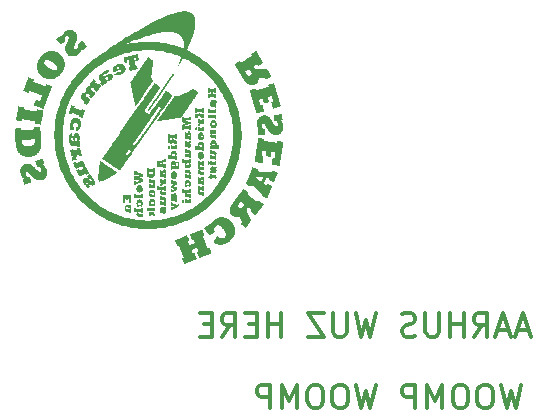
<source format=gbo>
G04 #@! TF.GenerationSoftware,KiCad,Pcbnew,7.0.7*
G04 #@! TF.CreationDate,2023-10-17T18:54:52-07:00*
G04 #@! TF.ProjectId,Load Cell Ground Systems,4c6f6164-2043-4656-9c6c-2047726f756e,rev?*
G04 #@! TF.SameCoordinates,Original*
G04 #@! TF.FileFunction,Legend,Bot*
G04 #@! TF.FilePolarity,Positive*
%FSLAX46Y46*%
G04 Gerber Fmt 4.6, Leading zero omitted, Abs format (unit mm)*
G04 Created by KiCad (PCBNEW 7.0.7) date 2023-10-17 18:54:52*
%MOMM*%
%LPD*%
G01*
G04 APERTURE LIST*
%ADD10C,0.300000*%
%ADD11C,3.200000*%
%ADD12R,1.800000X1.800000*%
%ADD13C,1.800000*%
%ADD14C,1.400000*%
%ADD15O,1.400000X1.400000*%
%ADD16R,1.600000X1.600000*%
%ADD17C,1.600000*%
%ADD18R,1.200000X1.200000*%
%ADD19C,1.200000*%
%ADD20R,1.700000X1.700000*%
%ADD21O,1.700000X1.700000*%
G04 APERTURE END LIST*
D10*
X70086917Y-56979638D02*
X69610727Y-58979638D01*
X69610727Y-58979638D02*
X69229774Y-57551066D01*
X69229774Y-57551066D02*
X68848822Y-58979638D01*
X68848822Y-58979638D02*
X68372632Y-56979638D01*
X67229775Y-56979638D02*
X66848822Y-56979638D01*
X66848822Y-56979638D02*
X66658346Y-57074876D01*
X66658346Y-57074876D02*
X66467870Y-57265352D01*
X66467870Y-57265352D02*
X66372632Y-57646304D01*
X66372632Y-57646304D02*
X66372632Y-58312971D01*
X66372632Y-58312971D02*
X66467870Y-58693923D01*
X66467870Y-58693923D02*
X66658346Y-58884400D01*
X66658346Y-58884400D02*
X66848822Y-58979638D01*
X66848822Y-58979638D02*
X67229775Y-58979638D01*
X67229775Y-58979638D02*
X67420251Y-58884400D01*
X67420251Y-58884400D02*
X67610727Y-58693923D01*
X67610727Y-58693923D02*
X67705965Y-58312971D01*
X67705965Y-58312971D02*
X67705965Y-57646304D01*
X67705965Y-57646304D02*
X67610727Y-57265352D01*
X67610727Y-57265352D02*
X67420251Y-57074876D01*
X67420251Y-57074876D02*
X67229775Y-56979638D01*
X65134537Y-56979638D02*
X64753584Y-56979638D01*
X64753584Y-56979638D02*
X64563108Y-57074876D01*
X64563108Y-57074876D02*
X64372632Y-57265352D01*
X64372632Y-57265352D02*
X64277394Y-57646304D01*
X64277394Y-57646304D02*
X64277394Y-58312971D01*
X64277394Y-58312971D02*
X64372632Y-58693923D01*
X64372632Y-58693923D02*
X64563108Y-58884400D01*
X64563108Y-58884400D02*
X64753584Y-58979638D01*
X64753584Y-58979638D02*
X65134537Y-58979638D01*
X65134537Y-58979638D02*
X65325013Y-58884400D01*
X65325013Y-58884400D02*
X65515489Y-58693923D01*
X65515489Y-58693923D02*
X65610727Y-58312971D01*
X65610727Y-58312971D02*
X65610727Y-57646304D01*
X65610727Y-57646304D02*
X65515489Y-57265352D01*
X65515489Y-57265352D02*
X65325013Y-57074876D01*
X65325013Y-57074876D02*
X65134537Y-56979638D01*
X63420251Y-58979638D02*
X63420251Y-56979638D01*
X63420251Y-56979638D02*
X62753584Y-58408209D01*
X62753584Y-58408209D02*
X62086918Y-56979638D01*
X62086918Y-56979638D02*
X62086918Y-58979638D01*
X61134537Y-58979638D02*
X61134537Y-56979638D01*
X61134537Y-56979638D02*
X60372632Y-56979638D01*
X60372632Y-56979638D02*
X60182156Y-57074876D01*
X60182156Y-57074876D02*
X60086918Y-57170114D01*
X60086918Y-57170114D02*
X59991680Y-57360590D01*
X59991680Y-57360590D02*
X59991680Y-57646304D01*
X59991680Y-57646304D02*
X60086918Y-57836780D01*
X60086918Y-57836780D02*
X60182156Y-57932019D01*
X60182156Y-57932019D02*
X60372632Y-58027257D01*
X60372632Y-58027257D02*
X61134537Y-58027257D01*
X57801203Y-56979638D02*
X57325013Y-58979638D01*
X57325013Y-58979638D02*
X56944060Y-57551066D01*
X56944060Y-57551066D02*
X56563108Y-58979638D01*
X56563108Y-58979638D02*
X56086918Y-56979638D01*
X54944061Y-56979638D02*
X54563108Y-56979638D01*
X54563108Y-56979638D02*
X54372632Y-57074876D01*
X54372632Y-57074876D02*
X54182156Y-57265352D01*
X54182156Y-57265352D02*
X54086918Y-57646304D01*
X54086918Y-57646304D02*
X54086918Y-58312971D01*
X54086918Y-58312971D02*
X54182156Y-58693923D01*
X54182156Y-58693923D02*
X54372632Y-58884400D01*
X54372632Y-58884400D02*
X54563108Y-58979638D01*
X54563108Y-58979638D02*
X54944061Y-58979638D01*
X54944061Y-58979638D02*
X55134537Y-58884400D01*
X55134537Y-58884400D02*
X55325013Y-58693923D01*
X55325013Y-58693923D02*
X55420251Y-58312971D01*
X55420251Y-58312971D02*
X55420251Y-57646304D01*
X55420251Y-57646304D02*
X55325013Y-57265352D01*
X55325013Y-57265352D02*
X55134537Y-57074876D01*
X55134537Y-57074876D02*
X54944061Y-56979638D01*
X52848823Y-56979638D02*
X52467870Y-56979638D01*
X52467870Y-56979638D02*
X52277394Y-57074876D01*
X52277394Y-57074876D02*
X52086918Y-57265352D01*
X52086918Y-57265352D02*
X51991680Y-57646304D01*
X51991680Y-57646304D02*
X51991680Y-58312971D01*
X51991680Y-58312971D02*
X52086918Y-58693923D01*
X52086918Y-58693923D02*
X52277394Y-58884400D01*
X52277394Y-58884400D02*
X52467870Y-58979638D01*
X52467870Y-58979638D02*
X52848823Y-58979638D01*
X52848823Y-58979638D02*
X53039299Y-58884400D01*
X53039299Y-58884400D02*
X53229775Y-58693923D01*
X53229775Y-58693923D02*
X53325013Y-58312971D01*
X53325013Y-58312971D02*
X53325013Y-57646304D01*
X53325013Y-57646304D02*
X53229775Y-57265352D01*
X53229775Y-57265352D02*
X53039299Y-57074876D01*
X53039299Y-57074876D02*
X52848823Y-56979638D01*
X51134537Y-58979638D02*
X51134537Y-56979638D01*
X51134537Y-56979638D02*
X50467870Y-58408209D01*
X50467870Y-58408209D02*
X49801204Y-56979638D01*
X49801204Y-56979638D02*
X49801204Y-58979638D01*
X48848823Y-58979638D02*
X48848823Y-56979638D01*
X48848823Y-56979638D02*
X48086918Y-56979638D01*
X48086918Y-56979638D02*
X47896442Y-57074876D01*
X47896442Y-57074876D02*
X47801204Y-57170114D01*
X47801204Y-57170114D02*
X47705966Y-57360590D01*
X47705966Y-57360590D02*
X47705966Y-57646304D01*
X47705966Y-57646304D02*
X47801204Y-57836780D01*
X47801204Y-57836780D02*
X47896442Y-57932019D01*
X47896442Y-57932019D02*
X48086918Y-58027257D01*
X48086918Y-58027257D02*
X48848823Y-58027257D01*
X70741679Y-52348209D02*
X69789298Y-52348209D01*
X70932155Y-52919638D02*
X70265489Y-50919638D01*
X70265489Y-50919638D02*
X69598822Y-52919638D01*
X69027393Y-52348209D02*
X68075012Y-52348209D01*
X69217869Y-52919638D02*
X68551203Y-50919638D01*
X68551203Y-50919638D02*
X67884536Y-52919638D01*
X66075012Y-52919638D02*
X66741679Y-51967257D01*
X67217869Y-52919638D02*
X67217869Y-50919638D01*
X67217869Y-50919638D02*
X66455964Y-50919638D01*
X66455964Y-50919638D02*
X66265488Y-51014876D01*
X66265488Y-51014876D02*
X66170250Y-51110114D01*
X66170250Y-51110114D02*
X66075012Y-51300590D01*
X66075012Y-51300590D02*
X66075012Y-51586304D01*
X66075012Y-51586304D02*
X66170250Y-51776780D01*
X66170250Y-51776780D02*
X66265488Y-51872019D01*
X66265488Y-51872019D02*
X66455964Y-51967257D01*
X66455964Y-51967257D02*
X67217869Y-51967257D01*
X65217869Y-52919638D02*
X65217869Y-50919638D01*
X65217869Y-51872019D02*
X64075012Y-51872019D01*
X64075012Y-52919638D02*
X64075012Y-50919638D01*
X63122631Y-50919638D02*
X63122631Y-52538685D01*
X63122631Y-52538685D02*
X63027393Y-52729161D01*
X63027393Y-52729161D02*
X62932155Y-52824400D01*
X62932155Y-52824400D02*
X62741679Y-52919638D01*
X62741679Y-52919638D02*
X62360726Y-52919638D01*
X62360726Y-52919638D02*
X62170250Y-52824400D01*
X62170250Y-52824400D02*
X62075012Y-52729161D01*
X62075012Y-52729161D02*
X61979774Y-52538685D01*
X61979774Y-52538685D02*
X61979774Y-50919638D01*
X61122631Y-52824400D02*
X60836917Y-52919638D01*
X60836917Y-52919638D02*
X60360726Y-52919638D01*
X60360726Y-52919638D02*
X60170250Y-52824400D01*
X60170250Y-52824400D02*
X60075012Y-52729161D01*
X60075012Y-52729161D02*
X59979774Y-52538685D01*
X59979774Y-52538685D02*
X59979774Y-52348209D01*
X59979774Y-52348209D02*
X60075012Y-52157733D01*
X60075012Y-52157733D02*
X60170250Y-52062495D01*
X60170250Y-52062495D02*
X60360726Y-51967257D01*
X60360726Y-51967257D02*
X60741679Y-51872019D01*
X60741679Y-51872019D02*
X60932155Y-51776780D01*
X60932155Y-51776780D02*
X61027393Y-51681542D01*
X61027393Y-51681542D02*
X61122631Y-51491066D01*
X61122631Y-51491066D02*
X61122631Y-51300590D01*
X61122631Y-51300590D02*
X61027393Y-51110114D01*
X61027393Y-51110114D02*
X60932155Y-51014876D01*
X60932155Y-51014876D02*
X60741679Y-50919638D01*
X60741679Y-50919638D02*
X60265488Y-50919638D01*
X60265488Y-50919638D02*
X59979774Y-51014876D01*
X57789297Y-50919638D02*
X57313107Y-52919638D01*
X57313107Y-52919638D02*
X56932154Y-51491066D01*
X56932154Y-51491066D02*
X56551202Y-52919638D01*
X56551202Y-52919638D02*
X56075012Y-50919638D01*
X55313107Y-50919638D02*
X55313107Y-52538685D01*
X55313107Y-52538685D02*
X55217869Y-52729161D01*
X55217869Y-52729161D02*
X55122631Y-52824400D01*
X55122631Y-52824400D02*
X54932155Y-52919638D01*
X54932155Y-52919638D02*
X54551202Y-52919638D01*
X54551202Y-52919638D02*
X54360726Y-52824400D01*
X54360726Y-52824400D02*
X54265488Y-52729161D01*
X54265488Y-52729161D02*
X54170250Y-52538685D01*
X54170250Y-52538685D02*
X54170250Y-50919638D01*
X53408345Y-50919638D02*
X52075012Y-50919638D01*
X52075012Y-50919638D02*
X53408345Y-52919638D01*
X53408345Y-52919638D02*
X52075012Y-52919638D01*
X49789297Y-52919638D02*
X49789297Y-50919638D01*
X49789297Y-51872019D02*
X48646440Y-51872019D01*
X48646440Y-52919638D02*
X48646440Y-50919638D01*
X47694059Y-51872019D02*
X47027392Y-51872019D01*
X46741678Y-52919638D02*
X47694059Y-52919638D01*
X47694059Y-52919638D02*
X47694059Y-50919638D01*
X47694059Y-50919638D02*
X46741678Y-50919638D01*
X44741678Y-52919638D02*
X45408345Y-51967257D01*
X45884535Y-52919638D02*
X45884535Y-50919638D01*
X45884535Y-50919638D02*
X45122630Y-50919638D01*
X45122630Y-50919638D02*
X44932154Y-51014876D01*
X44932154Y-51014876D02*
X44836916Y-51110114D01*
X44836916Y-51110114D02*
X44741678Y-51300590D01*
X44741678Y-51300590D02*
X44741678Y-51586304D01*
X44741678Y-51586304D02*
X44836916Y-51776780D01*
X44836916Y-51776780D02*
X44932154Y-51872019D01*
X44932154Y-51872019D02*
X45122630Y-51967257D01*
X45122630Y-51967257D02*
X45884535Y-51967257D01*
X43884535Y-51872019D02*
X43217868Y-51872019D01*
X42932154Y-52919638D02*
X43884535Y-52919638D01*
X43884535Y-52919638D02*
X43884535Y-50919638D01*
X43884535Y-50919638D02*
X42932154Y-50919638D01*
G36*
X40726774Y-30543253D02*
G01*
X40724871Y-30545157D01*
X40722967Y-30543253D01*
X40724871Y-30541350D01*
X40726774Y-30543253D01*
G37*
G36*
X40719159Y-30556130D02*
G01*
X40719017Y-30557247D01*
X40715352Y-30562291D01*
X40713890Y-30562901D01*
X40711544Y-30560837D01*
X40711686Y-30559720D01*
X40715352Y-30554676D01*
X40716813Y-30554066D01*
X40719159Y-30556130D01*
G37*
G36*
X38518410Y-42019134D02*
G01*
X38518410Y-42051498D01*
X38729727Y-42051498D01*
X38941045Y-42051498D01*
X38941045Y-42019134D01*
X38941045Y-41986770D01*
X39017196Y-41986770D01*
X39093346Y-41986770D01*
X39093346Y-42148590D01*
X39093346Y-42310410D01*
X38729727Y-42310410D01*
X38366109Y-42310410D01*
X38366109Y-42148590D01*
X38366109Y-41986770D01*
X38442259Y-41986770D01*
X38518410Y-41986770D01*
X38518410Y-42019134D01*
G37*
G36*
X43711874Y-33690173D02*
G01*
X43711874Y-33716825D01*
X43923192Y-33716825D01*
X44134509Y-33716825D01*
X44134509Y-33690173D01*
X44134509Y-33663520D01*
X44210660Y-33663520D01*
X44286810Y-33663520D01*
X44286810Y-33842474D01*
X44286810Y-34021428D01*
X44210660Y-34021428D01*
X44134509Y-34021428D01*
X44134509Y-33996679D01*
X44134509Y-33971930D01*
X43847041Y-33971930D01*
X43559573Y-33971930D01*
X43559573Y-33817725D01*
X43559573Y-33663520D01*
X43635724Y-33663520D01*
X43711874Y-33663520D01*
X43711874Y-33690173D01*
G37*
G36*
X43711874Y-34143268D02*
G01*
X43711874Y-34169921D01*
X43923192Y-34169921D01*
X44134509Y-34169921D01*
X44134509Y-34143268D01*
X44134509Y-34116616D01*
X44210660Y-34116616D01*
X44286810Y-34116616D01*
X44286810Y-34295569D01*
X44286810Y-34474523D01*
X44210660Y-34474523D01*
X44134509Y-34474523D01*
X44134509Y-34449774D01*
X44134509Y-34425025D01*
X43847041Y-34425025D01*
X43559573Y-34425025D01*
X43559573Y-34270820D01*
X43559573Y-34116616D01*
X43635724Y-34116616D01*
X43711874Y-34116616D01*
X43711874Y-34143268D01*
G37*
G36*
X42858988Y-35186530D02*
G01*
X42858988Y-35213183D01*
X42959888Y-35213183D01*
X43060787Y-35213183D01*
X43060787Y-35186530D01*
X43060787Y-35159878D01*
X43136938Y-35159878D01*
X43213088Y-35159878D01*
X43213088Y-35336927D01*
X43213088Y-35513977D01*
X43136938Y-35513977D01*
X43060787Y-35513977D01*
X43060787Y-35491132D01*
X43060787Y-35468287D01*
X42883737Y-35468287D01*
X42706687Y-35468287D01*
X42706687Y-35314082D01*
X42706687Y-35159878D01*
X42782838Y-35159878D01*
X42858988Y-35159878D01*
X42858988Y-35186530D01*
G37*
G36*
X40559243Y-36736193D02*
G01*
X40559243Y-36762846D01*
X40660143Y-36762846D01*
X40761042Y-36762846D01*
X40761042Y-36736193D01*
X40761042Y-36709540D01*
X40837193Y-36709540D01*
X40913343Y-36709540D01*
X40913343Y-36886590D01*
X40913343Y-37063640D01*
X40837193Y-37063640D01*
X40761042Y-37063640D01*
X40761042Y-37040795D01*
X40761042Y-37017950D01*
X40583992Y-37017950D01*
X40406942Y-37017950D01*
X40406942Y-36863745D01*
X40406942Y-36709540D01*
X40483093Y-36709540D01*
X40559243Y-36709540D01*
X40559243Y-36736193D01*
G37*
G36*
X43932711Y-38065019D02*
G01*
X43932711Y-38091672D01*
X44033610Y-38091672D01*
X44134509Y-38091672D01*
X44134509Y-38065019D01*
X44134509Y-38038366D01*
X44210660Y-38038366D01*
X44286810Y-38038366D01*
X44286810Y-38215416D01*
X44286810Y-38392466D01*
X44210660Y-38392466D01*
X44134509Y-38392466D01*
X44134509Y-38369621D01*
X44134509Y-38346776D01*
X43957459Y-38346776D01*
X43780410Y-38346776D01*
X43780410Y-38192571D01*
X43780410Y-38038366D01*
X43856560Y-38038366D01*
X43932711Y-38038366D01*
X43932711Y-38065019D01*
G37*
G36*
X37452303Y-40859743D02*
G01*
X37452303Y-40886395D01*
X37663620Y-40886395D01*
X37874938Y-40886395D01*
X37874938Y-40859743D01*
X37874938Y-40833090D01*
X37951089Y-40833090D01*
X38027239Y-40833090D01*
X38027239Y-41012044D01*
X38027239Y-41190997D01*
X37951089Y-41190997D01*
X37874938Y-41190997D01*
X37874938Y-41166248D01*
X37874938Y-41141499D01*
X37587470Y-41141499D01*
X37300002Y-41141499D01*
X37300002Y-40987295D01*
X37300002Y-40833090D01*
X37376152Y-40833090D01*
X37452303Y-40833090D01*
X37452303Y-40859743D01*
G37*
G36*
X41750999Y-41312838D02*
G01*
X41750999Y-41339491D01*
X41851898Y-41339491D01*
X41952797Y-41339491D01*
X41952797Y-41312838D01*
X41952797Y-41286185D01*
X42028948Y-41286185D01*
X42105098Y-41286185D01*
X42105098Y-41463235D01*
X42105098Y-41640285D01*
X42028948Y-41640285D01*
X41952797Y-41640285D01*
X41952797Y-41617440D01*
X41952797Y-41594595D01*
X41775748Y-41594595D01*
X41598698Y-41594595D01*
X41598698Y-41440390D01*
X41598698Y-41286185D01*
X41674848Y-41286185D01*
X41750999Y-41286185D01*
X41750999Y-41312838D01*
G37*
G36*
X42653382Y-33631156D02*
G01*
X42653382Y-33659713D01*
X42849470Y-33659713D01*
X43045557Y-33659713D01*
X43045557Y-33631156D01*
X43045557Y-33602600D01*
X43129323Y-33602600D01*
X43213088Y-33602600D01*
X43213088Y-33796784D01*
X43213088Y-33990967D01*
X43129323Y-33990967D01*
X43045557Y-33990967D01*
X43045557Y-33962411D01*
X43045557Y-33933854D01*
X42849470Y-33933854D01*
X42653382Y-33933854D01*
X42653382Y-33962411D01*
X42653382Y-33990967D01*
X42569617Y-33990967D01*
X42485851Y-33990967D01*
X42485851Y-33796784D01*
X42485851Y-33602600D01*
X42569617Y-33602600D01*
X42653382Y-33602600D01*
X42653382Y-33631156D01*
G37*
G36*
X42580935Y-35194363D02*
G01*
X42599771Y-35203010D01*
X42607726Y-35209550D01*
X42620748Y-35226645D01*
X42631703Y-35249813D01*
X42640097Y-35278135D01*
X42640958Y-35282332D01*
X42643516Y-35303902D01*
X42644265Y-35329061D01*
X42643289Y-35355044D01*
X42640669Y-35379086D01*
X42636489Y-35398423D01*
X42629408Y-35416304D01*
X42618373Y-35435531D01*
X42605567Y-35451612D01*
X42592493Y-35462365D01*
X42579255Y-35467777D01*
X42559408Y-35470394D01*
X42539487Y-35467979D01*
X42522450Y-35460609D01*
X42518936Y-35458109D01*
X42500871Y-35439873D01*
X42486887Y-35415544D01*
X42477167Y-35385519D01*
X42471892Y-35350198D01*
X42471305Y-35325921D01*
X42474331Y-35295180D01*
X42481228Y-35266485D01*
X42491536Y-35240917D01*
X42504797Y-35219558D01*
X42520551Y-35203487D01*
X42538339Y-35193787D01*
X42540189Y-35193216D01*
X42560048Y-35190944D01*
X42580935Y-35194363D01*
G37*
G36*
X40281190Y-36744026D02*
G01*
X40300026Y-36752673D01*
X40307980Y-36759213D01*
X40321003Y-36776308D01*
X40331958Y-36799476D01*
X40340352Y-36827797D01*
X40341213Y-36831994D01*
X40343771Y-36853565D01*
X40344520Y-36878724D01*
X40343543Y-36904707D01*
X40340923Y-36928749D01*
X40336743Y-36948085D01*
X40329663Y-36965967D01*
X40318628Y-36985193D01*
X40305822Y-37001275D01*
X40292747Y-37012027D01*
X40279510Y-37017440D01*
X40259663Y-37020056D01*
X40239742Y-37017642D01*
X40222705Y-37010271D01*
X40219191Y-37007772D01*
X40201126Y-36989536D01*
X40187142Y-36965206D01*
X40177422Y-36935182D01*
X40172147Y-36899861D01*
X40171559Y-36875584D01*
X40174586Y-36844842D01*
X40181483Y-36816147D01*
X40191791Y-36790580D01*
X40205052Y-36769221D01*
X40220806Y-36753150D01*
X40238594Y-36743449D01*
X40240443Y-36742879D01*
X40260303Y-36740607D01*
X40281190Y-36744026D01*
G37*
G36*
X43654657Y-38072852D02*
G01*
X43673493Y-38081499D01*
X43681448Y-38088039D01*
X43694470Y-38105134D01*
X43705425Y-38128302D01*
X43713819Y-38156624D01*
X43714680Y-38160821D01*
X43717238Y-38182391D01*
X43717987Y-38207550D01*
X43717011Y-38233533D01*
X43714391Y-38257575D01*
X43710211Y-38276912D01*
X43703130Y-38294793D01*
X43692096Y-38314020D01*
X43679289Y-38330101D01*
X43666215Y-38340853D01*
X43652977Y-38346266D01*
X43633130Y-38348883D01*
X43613209Y-38346468D01*
X43596173Y-38339098D01*
X43592658Y-38336598D01*
X43574593Y-38318362D01*
X43560609Y-38294033D01*
X43550889Y-38264008D01*
X43545614Y-38228687D01*
X43545027Y-38204410D01*
X43548053Y-38173669D01*
X43554950Y-38144974D01*
X43565259Y-38119406D01*
X43578519Y-38098047D01*
X43594273Y-38081976D01*
X43612061Y-38072276D01*
X43613911Y-38071705D01*
X43633770Y-38069433D01*
X43654657Y-38072852D01*
G37*
G36*
X41472945Y-41320671D02*
G01*
X41491782Y-41329318D01*
X41499736Y-41335858D01*
X41512758Y-41352953D01*
X41523713Y-41376121D01*
X41532107Y-41404443D01*
X41532968Y-41408640D01*
X41535526Y-41430210D01*
X41536276Y-41455369D01*
X41535299Y-41481352D01*
X41532679Y-41505394D01*
X41528499Y-41524730D01*
X41521418Y-41542612D01*
X41510384Y-41561839D01*
X41497577Y-41577920D01*
X41484503Y-41588672D01*
X41471265Y-41594085D01*
X41451418Y-41596702D01*
X41431497Y-41594287D01*
X41414461Y-41586916D01*
X41410946Y-41584417D01*
X41392881Y-41566181D01*
X41378897Y-41541851D01*
X41369177Y-41511827D01*
X41363902Y-41476506D01*
X41363315Y-41452229D01*
X41366341Y-41421488D01*
X41373238Y-41392793D01*
X41383547Y-41367225D01*
X41396807Y-41345866D01*
X41412561Y-41329795D01*
X41430349Y-41320094D01*
X41432199Y-41319524D01*
X41452058Y-41317252D01*
X41472945Y-41320671D01*
G37*
G36*
X38874199Y-42323097D02*
G01*
X38878867Y-42326909D01*
X38888322Y-42335258D01*
X38901937Y-42347568D01*
X38919084Y-42363265D01*
X38939135Y-42381775D01*
X38961463Y-42402525D01*
X38985440Y-42424939D01*
X39092741Y-42525535D01*
X39093043Y-42617867D01*
X39093346Y-42710200D01*
X39017196Y-42710200D01*
X38941045Y-42710200D01*
X38941192Y-42692114D01*
X38941339Y-42674028D01*
X38879320Y-42614269D01*
X38817301Y-42554511D01*
X38766851Y-42604698D01*
X38716401Y-42654885D01*
X38716401Y-42682542D01*
X38716401Y-42710200D01*
X38651673Y-42710200D01*
X38586945Y-42710200D01*
X38586945Y-42550284D01*
X38586945Y-42390368D01*
X38645962Y-42390368D01*
X38704979Y-42390368D01*
X38704979Y-42440677D01*
X38704979Y-42490986D01*
X38787315Y-42406250D01*
X38796894Y-42396431D01*
X38816710Y-42376375D01*
X38834632Y-42358576D01*
X38849986Y-42343683D01*
X38862097Y-42332345D01*
X38870292Y-42325210D01*
X38873896Y-42322929D01*
X38874199Y-42323097D01*
G37*
G36*
X36511844Y-40933989D02*
G01*
X36511844Y-40962546D01*
X36707932Y-40962546D01*
X36904019Y-40962546D01*
X36904019Y-40933989D01*
X36904019Y-40905433D01*
X36987785Y-40905433D01*
X37071550Y-40905433D01*
X37071550Y-41251918D01*
X37071550Y-41598402D01*
X36957325Y-41598402D01*
X36843099Y-41598402D01*
X36843099Y-41505118D01*
X36843099Y-41411834D01*
X36873559Y-41411834D01*
X36904019Y-41411834D01*
X36904019Y-41324261D01*
X36904019Y-41236688D01*
X36839291Y-41236688D01*
X36774563Y-41236688D01*
X36774563Y-41309031D01*
X36774563Y-41381374D01*
X36704124Y-41381374D01*
X36633685Y-41381374D01*
X36633685Y-41309031D01*
X36633685Y-41236688D01*
X36572764Y-41236688D01*
X36511844Y-41236688D01*
X36511844Y-41324261D01*
X36511844Y-41411834D01*
X36542304Y-41411834D01*
X36572764Y-41411834D01*
X36572764Y-41505118D01*
X36572764Y-41598402D01*
X36458539Y-41598402D01*
X36344313Y-41598402D01*
X36344313Y-41251918D01*
X36344313Y-40905433D01*
X36428079Y-40905433D01*
X36511844Y-40905433D01*
X36511844Y-40933989D01*
G37*
G36*
X42938061Y-34034647D02*
G01*
X43043653Y-34116198D01*
X43044804Y-34097369D01*
X43045955Y-34078540D01*
X43129522Y-34078540D01*
X43213088Y-34078540D01*
X43213088Y-34263205D01*
X43213088Y-34447870D01*
X43129323Y-34447870D01*
X43045557Y-34447870D01*
X43045512Y-34431688D01*
X43045466Y-34415506D01*
X42923968Y-34322321D01*
X42914528Y-34315086D01*
X42888506Y-34295191D01*
X42864546Y-34276945D01*
X42843309Y-34260848D01*
X42825458Y-34247397D01*
X42811654Y-34237094D01*
X42802560Y-34230436D01*
X42798838Y-34227925D01*
X42798770Y-34227916D01*
X42795036Y-34230584D01*
X42786892Y-34238109D01*
X42775042Y-34249787D01*
X42760191Y-34264911D01*
X42743040Y-34282776D01*
X42724295Y-34302677D01*
X42653382Y-34378639D01*
X42653382Y-34405640D01*
X42653382Y-34432640D01*
X42569617Y-34432640D01*
X42485851Y-34432640D01*
X42485851Y-34255590D01*
X42485851Y-34078540D01*
X42569468Y-34078540D01*
X42653086Y-34078540D01*
X42654186Y-34110959D01*
X42655286Y-34143378D01*
X42743877Y-34048237D01*
X42832468Y-33953096D01*
X42938061Y-34034647D01*
G37*
G36*
X40559243Y-41559497D02*
G01*
X40559243Y-41577704D01*
X40751747Y-41677388D01*
X40944251Y-41777072D01*
X40972583Y-41763053D01*
X41000916Y-41749034D01*
X41000916Y-41706082D01*
X41000916Y-41663130D01*
X41075163Y-41663130D01*
X41149410Y-41663130D01*
X41149380Y-41772597D01*
X41149349Y-41882063D01*
X40855248Y-42021869D01*
X40561147Y-42161675D01*
X40560021Y-42186544D01*
X40558895Y-42211414D01*
X40482919Y-42211414D01*
X40406942Y-42211414D01*
X40406942Y-42083862D01*
X40406942Y-41956310D01*
X40484823Y-41956310D01*
X40562703Y-41956310D01*
X40563829Y-41980790D01*
X40564955Y-42005271D01*
X40671458Y-41962114D01*
X40777961Y-41918956D01*
X40760935Y-41910908D01*
X40755312Y-41908318D01*
X40742629Y-41902607D01*
X40725028Y-41894759D01*
X40703680Y-41885296D01*
X40679758Y-41874737D01*
X40654431Y-41863603D01*
X40564955Y-41824347D01*
X40563843Y-41852253D01*
X40562730Y-41880159D01*
X40484836Y-41880159D01*
X40406942Y-41880159D01*
X40406942Y-41710724D01*
X40406942Y-41541290D01*
X40483093Y-41541290D01*
X40559243Y-41541290D01*
X40559243Y-41559497D01*
G37*
G36*
X42858988Y-34564000D02*
G01*
X42858988Y-34600171D01*
X42959888Y-34600171D01*
X43060787Y-34600171D01*
X43060787Y-34564000D01*
X43060787Y-34527828D01*
X43136938Y-34527828D01*
X43213088Y-34527828D01*
X43213088Y-34729627D01*
X43213088Y-34931426D01*
X43136938Y-34931426D01*
X43060787Y-34931426D01*
X43060787Y-34892825D01*
X43060787Y-34854224D01*
X43036563Y-34856706D01*
X43016677Y-34859556D01*
X42990400Y-34867058D01*
X42969362Y-34878806D01*
X42952539Y-34895438D01*
X42938913Y-34917591D01*
X42933338Y-34930418D01*
X42924119Y-34961573D01*
X42918327Y-34997604D01*
X42916234Y-35037085D01*
X42916101Y-35072304D01*
X42807587Y-35072304D01*
X42699072Y-35072304D01*
X42699072Y-35056023D01*
X42699532Y-35041296D01*
X42701852Y-35016870D01*
X42705750Y-34992590D01*
X42710797Y-34970943D01*
X42716565Y-34954418D01*
X42734662Y-34922769D01*
X42759770Y-34893565D01*
X42790760Y-34868995D01*
X42827380Y-34849299D01*
X42857085Y-34836331D01*
X42781886Y-34836284D01*
X42706687Y-34836238D01*
X42706687Y-34682033D01*
X42706687Y-34527828D01*
X42782838Y-34527828D01*
X42858988Y-34527828D01*
X42858988Y-34564000D01*
G37*
G36*
X39656860Y-39616586D02*
G01*
X39656860Y-39652757D01*
X39757759Y-39652757D01*
X39858659Y-39652757D01*
X39858659Y-39616586D01*
X39858659Y-39580414D01*
X39934809Y-39580414D01*
X40010960Y-39580414D01*
X40010960Y-39782213D01*
X40010960Y-39984012D01*
X39934809Y-39984012D01*
X39858659Y-39984012D01*
X39858659Y-39945411D01*
X39858659Y-39906810D01*
X39834435Y-39909292D01*
X39814548Y-39912142D01*
X39788272Y-39919643D01*
X39767233Y-39931392D01*
X39750411Y-39948024D01*
X39736784Y-39970177D01*
X39731210Y-39983003D01*
X39721990Y-40014158D01*
X39716199Y-40050189D01*
X39714106Y-40089671D01*
X39713973Y-40124890D01*
X39605458Y-40124890D01*
X39496944Y-40124890D01*
X39496944Y-40108608D01*
X39497403Y-40093882D01*
X39499724Y-40069456D01*
X39503622Y-40045175D01*
X39508669Y-40023529D01*
X39514436Y-40007004D01*
X39532534Y-39975355D01*
X39557642Y-39946151D01*
X39588631Y-39921581D01*
X39625251Y-39901885D01*
X39654956Y-39888917D01*
X39579757Y-39888870D01*
X39504559Y-39888824D01*
X39504559Y-39734619D01*
X39504559Y-39580414D01*
X39580709Y-39580414D01*
X39656860Y-39580414D01*
X39656860Y-39616586D01*
G37*
G36*
X43727104Y-31912059D02*
G01*
X43727104Y-31938711D01*
X43923192Y-31938711D01*
X44119279Y-31938711D01*
X44119279Y-31912059D01*
X44119279Y-31885406D01*
X44203045Y-31885406D01*
X44286810Y-31885406D01*
X44286810Y-32073878D01*
X44286810Y-32262351D01*
X44203045Y-32262351D01*
X44119279Y-32262351D01*
X44119279Y-32239506D01*
X44119279Y-32216661D01*
X44054551Y-32216661D01*
X43989823Y-32216661D01*
X43989823Y-32306137D01*
X43989823Y-32395614D01*
X44054551Y-32395614D01*
X44119279Y-32395614D01*
X44119279Y-32370865D01*
X44119279Y-32346116D01*
X44203045Y-32346116D01*
X44286810Y-32346116D01*
X44286810Y-32536493D01*
X44286810Y-32726869D01*
X44203045Y-32726869D01*
X44119279Y-32726869D01*
X44119279Y-32698313D01*
X44119279Y-32669756D01*
X43923192Y-32669756D01*
X43727104Y-32669756D01*
X43727104Y-32698313D01*
X43727104Y-32726869D01*
X43643339Y-32726869D01*
X43559573Y-32726869D01*
X43559573Y-32536493D01*
X43559573Y-32346116D01*
X43643339Y-32346116D01*
X43727104Y-32346116D01*
X43727104Y-32370865D01*
X43727104Y-32395614D01*
X43786121Y-32395614D01*
X43845137Y-32395614D01*
X43845137Y-32306137D01*
X43845137Y-32216661D01*
X43786121Y-32216661D01*
X43727104Y-32216661D01*
X43727104Y-32239506D01*
X43727104Y-32262351D01*
X43643339Y-32262351D01*
X43559573Y-32262351D01*
X43559573Y-32073878D01*
X43559573Y-31885406D01*
X43643339Y-31885406D01*
X43727104Y-31885406D01*
X43727104Y-31912059D01*
G37*
G36*
X43932711Y-35432116D02*
G01*
X43932711Y-35464480D01*
X44033610Y-35464480D01*
X44134509Y-35464480D01*
X44134509Y-35432116D01*
X44134509Y-35399752D01*
X44210660Y-35399752D01*
X44286810Y-35399752D01*
X44286810Y-35597743D01*
X44286810Y-35795734D01*
X44210660Y-35795734D01*
X44134509Y-35795734D01*
X44134509Y-35759563D01*
X44134509Y-35723391D01*
X44048640Y-35723391D01*
X43962771Y-35723391D01*
X43950702Y-35749092D01*
X43946462Y-35758904D01*
X43938935Y-35784295D01*
X43936814Y-35807819D01*
X43940000Y-35828509D01*
X43948393Y-35845397D01*
X43961892Y-35857515D01*
X43966433Y-35859838D01*
X43975489Y-35863030D01*
X43987376Y-35865637D01*
X44002778Y-35867709D01*
X44022377Y-35869297D01*
X44046856Y-35870451D01*
X44076898Y-35871221D01*
X44113186Y-35871657D01*
X44156403Y-35871809D01*
X44286810Y-35871885D01*
X44286810Y-36029897D01*
X44286810Y-36187909D01*
X44210660Y-36187909D01*
X44134509Y-36187909D01*
X44134509Y-36157449D01*
X44134509Y-36126989D01*
X44038369Y-36126923D01*
X44007264Y-36126790D01*
X43977851Y-36126287D01*
X43953746Y-36125276D01*
X43933722Y-36123617D01*
X43916552Y-36121170D01*
X43901007Y-36117795D01*
X43885861Y-36113352D01*
X43869886Y-36107700D01*
X43857616Y-36101990D01*
X43836335Y-36087497D01*
X43816432Y-36068772D01*
X43799908Y-36047814D01*
X43788765Y-36026623D01*
X43779580Y-35995439D01*
X43774036Y-35954378D01*
X43774709Y-35911548D01*
X43781406Y-35868101D01*
X43793934Y-35825192D01*
X43812100Y-35783974D01*
X43835711Y-35745601D01*
X43841585Y-35737227D01*
X43846897Y-35729146D01*
X43848945Y-35725286D01*
X43848079Y-35724863D01*
X43841469Y-35724108D01*
X43829769Y-35723586D01*
X43814677Y-35723391D01*
X43780410Y-35723391D01*
X43780410Y-35561571D01*
X43780410Y-35399752D01*
X43856560Y-35399752D01*
X43932711Y-35399752D01*
X43932711Y-35432116D01*
G37*
G36*
X41750999Y-37051818D02*
G01*
X41750999Y-37081878D01*
X41854754Y-37083647D01*
X41876481Y-37084051D01*
X41907277Y-37084844D01*
X41932270Y-37085920D01*
X41952589Y-37087438D01*
X41969366Y-37089556D01*
X41983734Y-37092430D01*
X41996823Y-37096219D01*
X42009766Y-37101079D01*
X42023694Y-37107169D01*
X42039873Y-37115946D01*
X42064807Y-37136110D01*
X42085563Y-37162110D01*
X42101712Y-37193358D01*
X42112827Y-37229267D01*
X42114433Y-37240879D01*
X42115115Y-37260455D01*
X42114423Y-37283415D01*
X42112496Y-37307495D01*
X42109470Y-37330431D01*
X42105485Y-37349960D01*
X42093749Y-37385889D01*
X42076103Y-37425061D01*
X42054180Y-37463088D01*
X42036717Y-37490083D01*
X42070908Y-37490083D01*
X42105098Y-37490083D01*
X42105098Y-37648095D01*
X42105098Y-37806107D01*
X42028948Y-37806107D01*
X41952797Y-37806107D01*
X41952797Y-37775647D01*
X41952797Y-37745187D01*
X41775748Y-37745187D01*
X41598698Y-37745187D01*
X41598698Y-37581463D01*
X41598698Y-37417740D01*
X41674848Y-37417740D01*
X41750999Y-37417740D01*
X41750999Y-37453911D01*
X41750999Y-37490083D01*
X41836452Y-37490083D01*
X41841281Y-37490085D01*
X41868974Y-37490123D01*
X41890206Y-37489907D01*
X41905978Y-37489030D01*
X41917290Y-37487084D01*
X41925142Y-37483659D01*
X41930534Y-37478348D01*
X41934466Y-37470743D01*
X41937938Y-37460436D01*
X41941950Y-37447017D01*
X41947598Y-37421609D01*
X41948439Y-37397517D01*
X41944221Y-37376997D01*
X41935126Y-37360903D01*
X41921335Y-37350089D01*
X41912972Y-37346968D01*
X41901270Y-37344368D01*
X41885648Y-37342267D01*
X41865489Y-37340627D01*
X41840181Y-37339409D01*
X41809106Y-37338574D01*
X41771652Y-37338084D01*
X41727202Y-37337899D01*
X41598698Y-37337782D01*
X41598698Y-37179770D01*
X41598698Y-37021757D01*
X41674848Y-37021757D01*
X41750999Y-37021757D01*
X41750999Y-37051818D01*
G37*
G36*
X43932711Y-37185081D02*
G01*
X43932711Y-37215141D01*
X44036466Y-37216910D01*
X44058192Y-37217315D01*
X44088989Y-37218107D01*
X44113981Y-37219184D01*
X44134300Y-37220702D01*
X44151078Y-37222819D01*
X44165446Y-37225693D01*
X44178535Y-37229482D01*
X44191478Y-37234342D01*
X44205406Y-37240432D01*
X44221585Y-37249210D01*
X44246519Y-37269374D01*
X44267275Y-37295373D01*
X44283424Y-37326621D01*
X44294539Y-37362531D01*
X44296145Y-37374142D01*
X44296827Y-37393718D01*
X44296135Y-37416678D01*
X44294208Y-37440758D01*
X44291182Y-37463694D01*
X44287197Y-37483223D01*
X44275460Y-37519152D01*
X44257815Y-37558324D01*
X44235891Y-37596351D01*
X44218429Y-37623346D01*
X44252619Y-37623346D01*
X44286810Y-37623346D01*
X44286810Y-37781359D01*
X44286810Y-37939371D01*
X44210660Y-37939371D01*
X44134509Y-37939371D01*
X44134509Y-37908911D01*
X44134509Y-37878450D01*
X43957459Y-37878450D01*
X43780410Y-37878450D01*
X43780410Y-37714727D01*
X43780410Y-37551003D01*
X43856560Y-37551003D01*
X43932711Y-37551003D01*
X43932711Y-37587175D01*
X43932711Y-37623346D01*
X44018164Y-37623346D01*
X44022993Y-37623349D01*
X44050685Y-37623386D01*
X44071918Y-37623171D01*
X44087690Y-37622294D01*
X44099002Y-37620347D01*
X44106854Y-37616923D01*
X44112246Y-37611612D01*
X44116178Y-37604007D01*
X44119650Y-37593699D01*
X44123662Y-37580281D01*
X44129309Y-37554872D01*
X44130151Y-37530780D01*
X44125933Y-37510260D01*
X44116838Y-37494167D01*
X44103047Y-37483352D01*
X44094684Y-37480231D01*
X44082982Y-37477631D01*
X44067360Y-37475531D01*
X44047201Y-37473890D01*
X44021893Y-37472672D01*
X43990818Y-37471837D01*
X43953364Y-37471347D01*
X43908913Y-37471163D01*
X43780410Y-37471045D01*
X43780410Y-37313033D01*
X43780410Y-37155021D01*
X43856560Y-37155021D01*
X43932711Y-37155021D01*
X43932711Y-37185081D01*
G37*
G36*
X41750999Y-38799472D02*
G01*
X41750999Y-38829532D01*
X41854754Y-38831301D01*
X41876481Y-38831705D01*
X41907277Y-38832498D01*
X41932270Y-38833574D01*
X41952589Y-38835092D01*
X41969366Y-38837210D01*
X41983734Y-38840084D01*
X41996823Y-38843873D01*
X42009766Y-38848733D01*
X42023694Y-38854823D01*
X42039873Y-38863600D01*
X42064807Y-38883764D01*
X42085563Y-38909764D01*
X42101712Y-38941012D01*
X42112827Y-38976921D01*
X42114433Y-38988533D01*
X42115115Y-39008109D01*
X42114423Y-39031069D01*
X42112496Y-39055149D01*
X42109470Y-39078085D01*
X42105485Y-39097614D01*
X42093749Y-39133543D01*
X42076103Y-39172715D01*
X42054180Y-39210742D01*
X42036717Y-39237737D01*
X42070908Y-39237737D01*
X42105098Y-39237737D01*
X42105098Y-39395749D01*
X42105098Y-39553761D01*
X42028948Y-39553761D01*
X41952797Y-39553761D01*
X41952797Y-39523301D01*
X41952797Y-39492841D01*
X41775748Y-39492841D01*
X41598698Y-39492841D01*
X41598698Y-39329118D01*
X41598698Y-39165394D01*
X41674848Y-39165394D01*
X41750999Y-39165394D01*
X41750999Y-39201565D01*
X41750999Y-39237737D01*
X41836452Y-39237737D01*
X41841281Y-39237739D01*
X41868974Y-39237777D01*
X41890206Y-39237561D01*
X41905978Y-39236684D01*
X41917290Y-39234738D01*
X41925142Y-39231313D01*
X41930534Y-39226002D01*
X41934466Y-39218397D01*
X41937938Y-39208090D01*
X41941950Y-39194672D01*
X41947598Y-39169263D01*
X41948439Y-39145171D01*
X41944221Y-39124651D01*
X41935126Y-39108557D01*
X41921335Y-39097743D01*
X41912972Y-39094622D01*
X41901270Y-39092022D01*
X41885648Y-39089921D01*
X41865489Y-39088281D01*
X41840181Y-39087063D01*
X41809106Y-39086228D01*
X41771652Y-39085738D01*
X41727202Y-39085553D01*
X41598698Y-39085436D01*
X41598698Y-38927424D01*
X41598698Y-38769411D01*
X41674848Y-38769411D01*
X41750999Y-38769411D01*
X41750999Y-38799472D01*
G37*
G36*
X38739246Y-39614282D02*
G01*
X38739246Y-39644342D01*
X38843001Y-39646111D01*
X38864728Y-39646516D01*
X38895525Y-39647308D01*
X38920517Y-39648385D01*
X38940836Y-39649903D01*
X38957614Y-39652020D01*
X38971982Y-39654894D01*
X38985071Y-39658683D01*
X38998014Y-39663543D01*
X39011941Y-39669633D01*
X39028121Y-39678411D01*
X39053054Y-39698575D01*
X39073810Y-39724574D01*
X39089960Y-39755822D01*
X39101075Y-39791732D01*
X39102681Y-39803343D01*
X39103363Y-39822919D01*
X39102671Y-39845879D01*
X39100743Y-39869959D01*
X39097718Y-39892895D01*
X39093732Y-39912425D01*
X39081996Y-39948353D01*
X39064351Y-39987525D01*
X39042427Y-40025552D01*
X39024964Y-40052547D01*
X39059155Y-40052547D01*
X39093346Y-40052547D01*
X39093346Y-40210560D01*
X39093346Y-40368572D01*
X39017196Y-40368572D01*
X38941045Y-40368572D01*
X38941045Y-40338112D01*
X38941045Y-40307651D01*
X38763995Y-40307651D01*
X38586945Y-40307651D01*
X38586945Y-40143928D01*
X38586945Y-39980204D01*
X38663096Y-39980204D01*
X38739246Y-39980204D01*
X38739246Y-40016376D01*
X38739246Y-40052547D01*
X38824700Y-40052547D01*
X38829529Y-40052550D01*
X38857221Y-40052587D01*
X38878454Y-40052372D01*
X38894226Y-40051495D01*
X38905538Y-40049548D01*
X38913390Y-40046124D01*
X38918782Y-40040813D01*
X38922714Y-40033208D01*
X38926186Y-40022900D01*
X38930198Y-40009482D01*
X38935845Y-39984073D01*
X38936686Y-39959981D01*
X38932469Y-39939461D01*
X38923374Y-39923368D01*
X38909583Y-39912553D01*
X38901220Y-39909432D01*
X38889518Y-39906832D01*
X38873895Y-39904732D01*
X38853737Y-39903092D01*
X38828428Y-39901873D01*
X38797354Y-39901038D01*
X38759899Y-39900548D01*
X38715449Y-39900364D01*
X38586945Y-39900246D01*
X38586945Y-39742234D01*
X38586945Y-39584222D01*
X38663096Y-39584222D01*
X38739246Y-39584222D01*
X38739246Y-39614282D01*
G37*
G36*
X39656860Y-41076372D02*
G01*
X39656860Y-41106432D01*
X39760615Y-41108201D01*
X39782342Y-41108605D01*
X39813139Y-41109398D01*
X39838131Y-41110474D01*
X39858450Y-41111992D01*
X39875227Y-41114110D01*
X39889595Y-41116984D01*
X39902685Y-41120773D01*
X39915627Y-41125633D01*
X39929555Y-41131723D01*
X39945735Y-41140500D01*
X39970668Y-41160664D01*
X39991424Y-41186664D01*
X40007574Y-41217912D01*
X40018688Y-41253821D01*
X40020294Y-41265433D01*
X40020976Y-41285009D01*
X40020284Y-41307969D01*
X40018357Y-41332049D01*
X40015332Y-41354985D01*
X40011346Y-41374514D01*
X39999610Y-41410443D01*
X39981965Y-41449615D01*
X39960041Y-41487642D01*
X39942578Y-41514637D01*
X39976769Y-41514637D01*
X40010960Y-41514637D01*
X40010960Y-41672649D01*
X40010960Y-41830662D01*
X39934809Y-41830662D01*
X39858659Y-41830662D01*
X39858659Y-41800201D01*
X39858659Y-41769741D01*
X39681609Y-41769741D01*
X39504559Y-41769741D01*
X39504559Y-41606018D01*
X39504559Y-41442294D01*
X39580709Y-41442294D01*
X39656860Y-41442294D01*
X39656860Y-41478465D01*
X39656860Y-41514637D01*
X39742313Y-41514637D01*
X39747142Y-41514639D01*
X39774835Y-41514677D01*
X39796067Y-41514461D01*
X39811839Y-41513584D01*
X39823151Y-41511638D01*
X39831003Y-41508213D01*
X39836395Y-41502903D01*
X39840327Y-41495298D01*
X39843799Y-41484990D01*
X39847812Y-41471572D01*
X39853459Y-41446163D01*
X39854300Y-41422071D01*
X39850082Y-41401551D01*
X39840987Y-41385457D01*
X39827196Y-41374643D01*
X39818834Y-41371522D01*
X39807132Y-41368922D01*
X39791509Y-41366821D01*
X39771351Y-41365181D01*
X39746042Y-41363963D01*
X39714968Y-41363128D01*
X39677513Y-41362638D01*
X39633063Y-41362453D01*
X39504559Y-41362336D01*
X39504559Y-41204324D01*
X39504559Y-41046311D01*
X39580709Y-41046311D01*
X39656860Y-41046311D01*
X39656860Y-41076372D01*
G37*
G36*
X43932711Y-39190143D02*
G01*
X43932711Y-39222507D01*
X44036466Y-39222536D01*
X44062533Y-39222661D01*
X44090376Y-39223053D01*
X44115853Y-39223671D01*
X44137653Y-39224475D01*
X44154462Y-39225425D01*
X44164970Y-39226481D01*
X44166004Y-39226648D01*
X44199624Y-39235634D01*
X44228815Y-39250756D01*
X44253425Y-39271854D01*
X44273305Y-39298764D01*
X44288305Y-39331328D01*
X44298273Y-39369382D01*
X44299816Y-39380298D01*
X44301052Y-39408728D01*
X44299464Y-39440889D01*
X44295361Y-39474601D01*
X44289047Y-39507689D01*
X44280830Y-39537975D01*
X44271014Y-39563280D01*
X44261955Y-39582318D01*
X44186809Y-39583350D01*
X44182932Y-39583402D01*
X44160337Y-39583647D01*
X44140770Y-39583765D01*
X44125379Y-39583755D01*
X44115308Y-39583616D01*
X44111705Y-39583350D01*
X44112120Y-39581655D01*
X44114193Y-39574413D01*
X44117417Y-39563627D01*
X44119618Y-39555773D01*
X44123476Y-39531643D01*
X44121429Y-39512253D01*
X44113420Y-39497484D01*
X44099396Y-39487218D01*
X44079300Y-39481336D01*
X44074336Y-39480690D01*
X44059458Y-39479488D01*
X44039894Y-39478520D01*
X44017613Y-39477873D01*
X43994583Y-39477633D01*
X43932711Y-39477611D01*
X43932711Y-39530916D01*
X43932711Y-39584222D01*
X43856560Y-39584222D01*
X43780410Y-39584222D01*
X43780410Y-39530916D01*
X43780410Y-39477611D01*
X43681414Y-39477611D01*
X43656779Y-39477577D01*
X43632675Y-39477472D01*
X43612187Y-39477305D01*
X43596315Y-39477088D01*
X43586059Y-39476830D01*
X43582418Y-39476544D01*
X43582418Y-39476542D01*
X43583999Y-39472932D01*
X43588457Y-39463208D01*
X43595435Y-39448144D01*
X43604571Y-39428513D01*
X43615506Y-39405087D01*
X43627881Y-39378640D01*
X43641336Y-39349944D01*
X43700254Y-39224411D01*
X43740332Y-39223330D01*
X43780410Y-39222249D01*
X43780410Y-39190014D01*
X43780410Y-39157779D01*
X43856560Y-39157779D01*
X43932711Y-39157779D01*
X43932711Y-39190143D01*
G37*
G36*
X42858988Y-40214367D02*
G01*
X42858988Y-40246731D01*
X42959888Y-40246731D01*
X43060787Y-40246731D01*
X43060787Y-40214367D01*
X43060787Y-40182003D01*
X43136938Y-40182003D01*
X43213088Y-40182003D01*
X43213088Y-40379994D01*
X43213088Y-40577986D01*
X43136938Y-40577986D01*
X43060787Y-40577986D01*
X43060787Y-40541814D01*
X43060787Y-40505643D01*
X42974918Y-40505643D01*
X42889049Y-40505643D01*
X42877053Y-40531276D01*
X42872948Y-40540687D01*
X42864701Y-40568694D01*
X42863606Y-40594166D01*
X42869659Y-40617151D01*
X42870295Y-40618562D01*
X42874599Y-40626600D01*
X42879927Y-40633334D01*
X42886938Y-40638878D01*
X42896291Y-40643344D01*
X42908644Y-40646849D01*
X42924657Y-40649505D01*
X42944989Y-40651427D01*
X42970298Y-40652730D01*
X43001244Y-40653527D01*
X43038485Y-40653933D01*
X43082681Y-40654061D01*
X43213088Y-40654136D01*
X43213088Y-40812149D01*
X43213088Y-40970161D01*
X43136938Y-40970161D01*
X43060787Y-40970161D01*
X43060787Y-40939701D01*
X43060787Y-40909240D01*
X42964647Y-40909174D01*
X42933542Y-40909041D01*
X42904129Y-40908538D01*
X42880024Y-40907528D01*
X42860000Y-40905869D01*
X42842830Y-40903422D01*
X42827285Y-40900047D01*
X42812139Y-40895603D01*
X42796164Y-40889952D01*
X42783894Y-40884242D01*
X42762613Y-40869749D01*
X42742710Y-40851023D01*
X42726186Y-40830065D01*
X42715043Y-40808875D01*
X42708814Y-40789837D01*
X42701030Y-40748758D01*
X42699819Y-40705757D01*
X42705023Y-40661839D01*
X42716487Y-40618010D01*
X42734054Y-40575278D01*
X42757570Y-40534647D01*
X42760424Y-40530392D01*
X42767978Y-40518925D01*
X42773245Y-40510620D01*
X42775223Y-40507042D01*
X42774357Y-40506730D01*
X42767747Y-40506172D01*
X42756047Y-40505787D01*
X42740955Y-40505643D01*
X42706687Y-40505643D01*
X42706687Y-40343823D01*
X42706687Y-40182003D01*
X42782838Y-40182003D01*
X42858988Y-40182003D01*
X42858988Y-40214367D01*
G37*
G36*
X39436023Y-40204848D02*
G01*
X39436023Y-40239116D01*
X39647341Y-40239116D01*
X39858659Y-40239116D01*
X39858659Y-40204848D01*
X39858659Y-40170581D01*
X39934809Y-40170581D01*
X40010960Y-40170581D01*
X40010960Y-40368572D01*
X40010960Y-40566563D01*
X39934809Y-40566563D01*
X39858659Y-40566563D01*
X39858659Y-40532295D01*
X39858659Y-40498028D01*
X39770886Y-40498028D01*
X39683112Y-40498028D01*
X39671435Y-40522982D01*
X39665421Y-40537295D01*
X39658324Y-40563157D01*
X39657031Y-40586285D01*
X39661448Y-40606027D01*
X39671484Y-40621735D01*
X39687046Y-40632757D01*
X39689267Y-40633760D01*
X39693943Y-40635599D01*
X39699256Y-40637101D01*
X39705980Y-40638308D01*
X39714891Y-40639262D01*
X39726764Y-40640005D01*
X39742375Y-40640579D01*
X39762500Y-40641026D01*
X39787913Y-40641389D01*
X39819390Y-40641710D01*
X39857707Y-40642030D01*
X40010960Y-40643251D01*
X40010960Y-40802898D01*
X40010960Y-40962546D01*
X39934809Y-40962546D01*
X39858659Y-40962546D01*
X39858659Y-40932537D01*
X39858659Y-40902528D01*
X39760615Y-40900542D01*
X39723689Y-40899612D01*
X39693262Y-40898357D01*
X39668252Y-40896617D01*
X39647562Y-40894233D01*
X39630091Y-40891042D01*
X39614743Y-40886885D01*
X39600419Y-40881601D01*
X39586021Y-40875030D01*
X39573276Y-40867962D01*
X39548242Y-40848173D01*
X39528166Y-40823472D01*
X39513108Y-40794509D01*
X39503130Y-40761935D01*
X39498294Y-40726402D01*
X39498659Y-40688561D01*
X39504288Y-40649064D01*
X39515241Y-40608562D01*
X39531579Y-40567706D01*
X39553365Y-40527147D01*
X39555544Y-40523561D01*
X39562545Y-40511825D01*
X39567443Y-40503269D01*
X39569287Y-40499542D01*
X39569236Y-40499502D01*
X39564744Y-40499164D01*
X39553566Y-40498853D01*
X39536532Y-40498580D01*
X39514477Y-40498351D01*
X39488233Y-40498177D01*
X39458631Y-40498067D01*
X39426505Y-40498028D01*
X39283722Y-40498028D01*
X39283722Y-40334304D01*
X39283722Y-40170581D01*
X39359873Y-40170581D01*
X39436023Y-40170581D01*
X39436023Y-40204848D01*
G37*
G36*
X41530162Y-40429492D02*
G01*
X41530162Y-40463760D01*
X41741480Y-40463760D01*
X41952797Y-40463760D01*
X41952797Y-40429492D01*
X41952797Y-40395225D01*
X42028948Y-40395225D01*
X42105098Y-40395225D01*
X42105098Y-40593216D01*
X42105098Y-40791207D01*
X42028948Y-40791207D01*
X41952797Y-40791207D01*
X41952797Y-40756939D01*
X41952797Y-40722672D01*
X41865024Y-40722672D01*
X41777251Y-40722672D01*
X41765574Y-40747626D01*
X41759560Y-40761939D01*
X41752463Y-40787801D01*
X41751170Y-40810929D01*
X41755587Y-40830671D01*
X41765623Y-40846379D01*
X41781185Y-40857401D01*
X41783406Y-40858404D01*
X41788082Y-40860243D01*
X41793394Y-40861745D01*
X41800118Y-40862952D01*
X41809029Y-40863906D01*
X41820903Y-40864649D01*
X41836514Y-40865223D01*
X41856639Y-40865670D01*
X41882052Y-40866033D01*
X41913529Y-40866354D01*
X41951846Y-40866674D01*
X42105098Y-40867895D01*
X42105098Y-41027542D01*
X42105098Y-41187190D01*
X42028948Y-41187190D01*
X41952797Y-41187190D01*
X41952797Y-41157181D01*
X41952797Y-41127172D01*
X41854754Y-41125186D01*
X41817828Y-41124256D01*
X41787401Y-41123001D01*
X41762391Y-41121261D01*
X41741700Y-41118877D01*
X41724230Y-41115686D01*
X41708882Y-41111529D01*
X41694558Y-41106245D01*
X41680160Y-41099674D01*
X41667415Y-41092606D01*
X41642381Y-41072817D01*
X41622305Y-41048116D01*
X41607247Y-41019153D01*
X41597269Y-40986579D01*
X41592433Y-40951046D01*
X41592798Y-40913205D01*
X41598427Y-40873708D01*
X41609380Y-40833206D01*
X41625718Y-40792349D01*
X41647503Y-40751791D01*
X41649683Y-40748205D01*
X41656684Y-40736469D01*
X41661582Y-40727913D01*
X41663426Y-40724186D01*
X41663375Y-40724146D01*
X41658883Y-40723808D01*
X41647704Y-40723497D01*
X41630671Y-40723224D01*
X41608616Y-40722995D01*
X41582371Y-40722821D01*
X41552770Y-40722711D01*
X41520643Y-40722672D01*
X41377861Y-40722672D01*
X41377861Y-40558948D01*
X41377861Y-40395225D01*
X41454012Y-40395225D01*
X41530162Y-40395225D01*
X41530162Y-40429492D01*
G37*
G36*
X37452303Y-42066728D02*
G01*
X37452303Y-42100996D01*
X37663620Y-42100996D01*
X37874938Y-42100996D01*
X37874938Y-42066728D01*
X37874938Y-42032460D01*
X37951089Y-42032460D01*
X38027239Y-42032460D01*
X38027239Y-42230452D01*
X38027239Y-42428443D01*
X37951089Y-42428443D01*
X37874938Y-42428443D01*
X37874938Y-42394175D01*
X37874938Y-42359907D01*
X37787165Y-42359907D01*
X37699392Y-42359907D01*
X37687714Y-42384862D01*
X37681700Y-42399174D01*
X37674604Y-42425037D01*
X37673310Y-42448164D01*
X37677728Y-42467907D01*
X37687764Y-42483614D01*
X37703325Y-42494637D01*
X37705546Y-42495640D01*
X37710223Y-42497479D01*
X37715535Y-42498981D01*
X37722259Y-42500188D01*
X37731170Y-42501141D01*
X37743043Y-42501884D01*
X37758655Y-42502458D01*
X37778779Y-42502906D01*
X37804192Y-42503269D01*
X37835669Y-42503590D01*
X37873986Y-42503910D01*
X38027239Y-42505131D01*
X38027239Y-42664778D01*
X38027239Y-42824426D01*
X37951089Y-42824426D01*
X37874938Y-42824426D01*
X37874938Y-42794417D01*
X37874938Y-42764408D01*
X37776894Y-42762422D01*
X37739969Y-42761492D01*
X37709542Y-42760237D01*
X37684532Y-42758497D01*
X37663841Y-42756112D01*
X37646371Y-42752922D01*
X37631023Y-42748765D01*
X37616699Y-42743481D01*
X37602300Y-42736910D01*
X37589555Y-42729841D01*
X37564521Y-42710053D01*
X37544445Y-42685352D01*
X37529388Y-42656388D01*
X37519410Y-42623815D01*
X37514573Y-42588282D01*
X37514938Y-42550441D01*
X37520567Y-42510944D01*
X37531520Y-42470441D01*
X37547859Y-42429585D01*
X37569644Y-42389027D01*
X37571824Y-42385441D01*
X37578825Y-42373704D01*
X37583722Y-42365149D01*
X37585566Y-42361422D01*
X37585516Y-42361382D01*
X37581024Y-42361044D01*
X37569845Y-42360733D01*
X37552812Y-42360460D01*
X37530757Y-42360231D01*
X37504512Y-42360057D01*
X37474910Y-42359946D01*
X37442784Y-42359907D01*
X37300002Y-42359907D01*
X37300002Y-42196184D01*
X37300002Y-42032460D01*
X37376152Y-42032460D01*
X37452303Y-42032460D01*
X37452303Y-42066728D01*
G37*
G36*
X38533640Y-38679934D02*
G01*
X38533640Y-38708491D01*
X38729727Y-38708491D01*
X38925815Y-38708491D01*
X38925815Y-38679934D01*
X38925815Y-38651378D01*
X39009956Y-38651378D01*
X39094096Y-38651378D01*
X39092312Y-38892204D01*
X39092249Y-38900485D01*
X39091772Y-38952429D01*
X39091190Y-39000077D01*
X39090515Y-39042955D01*
X39089756Y-39080589D01*
X39088925Y-39112505D01*
X39088033Y-39138229D01*
X39087089Y-39157285D01*
X39086104Y-39169201D01*
X39077460Y-39218771D01*
X39062711Y-39267907D01*
X39042340Y-39312006D01*
X39016274Y-39351198D01*
X38984437Y-39385616D01*
X38946756Y-39415388D01*
X38922241Y-39430843D01*
X38884274Y-39449964D01*
X38845003Y-39463565D01*
X38802669Y-39472205D01*
X38755516Y-39476446D01*
X38750130Y-39476657D01*
X38694201Y-39475250D01*
X38641779Y-39467148D01*
X38592937Y-39452377D01*
X38547746Y-39430965D01*
X38506278Y-39402939D01*
X38468605Y-39368325D01*
X38466604Y-39366179D01*
X38441295Y-39334400D01*
X38418746Y-39297668D01*
X38400242Y-39258337D01*
X38387067Y-39218763D01*
X38383751Y-39205543D01*
X38380665Y-39191909D01*
X38378024Y-39178166D01*
X38375788Y-39163631D01*
X38373916Y-39147621D01*
X38372367Y-39129454D01*
X38371100Y-39108449D01*
X38370076Y-39083922D01*
X38369253Y-39055192D01*
X38368590Y-39021576D01*
X38368050Y-38982633D01*
X38533640Y-38982633D01*
X38533706Y-39010237D01*
X38534910Y-39033535D01*
X38538719Y-39059994D01*
X38544628Y-39084148D01*
X38552119Y-39103378D01*
X38566929Y-39124810D01*
X38588679Y-39143370D01*
X38616671Y-39157912D01*
X38650753Y-39168374D01*
X38690771Y-39174696D01*
X38736573Y-39176817D01*
X38770351Y-39175628D01*
X38805456Y-39170937D01*
X38836616Y-39162364D01*
X38865426Y-39149574D01*
X38870599Y-39146665D01*
X38890156Y-39131727D01*
X38904979Y-39112430D01*
X38916241Y-39087340D01*
X38917076Y-39084715D01*
X38920449Y-39069198D01*
X38923144Y-39048728D01*
X38924861Y-39025467D01*
X38926877Y-38982633D01*
X38730259Y-38982633D01*
X38533640Y-38982633D01*
X38368050Y-38982633D01*
X38368047Y-38982391D01*
X38367584Y-38936956D01*
X38367160Y-38884589D01*
X38365418Y-38651378D01*
X38449529Y-38651378D01*
X38533640Y-38651378D01*
X38533640Y-38679934D01*
G37*
G36*
X40337497Y-35780504D02*
G01*
X40353637Y-35780504D01*
X40353637Y-35809061D01*
X40353637Y-35837617D01*
X40549724Y-35837617D01*
X40745812Y-35837617D01*
X40745812Y-35809061D01*
X40745812Y-35780504D01*
X40829578Y-35780504D01*
X40913343Y-35780504D01*
X40913343Y-35974688D01*
X40913343Y-36168872D01*
X40829578Y-36168872D01*
X40745812Y-36168872D01*
X40745812Y-36142219D01*
X40745812Y-36115566D01*
X40679067Y-36115566D01*
X40612321Y-36115566D01*
X40613387Y-36163803D01*
X40614452Y-36212040D01*
X40762946Y-36291107D01*
X40911439Y-36370174D01*
X40912441Y-36499878D01*
X40913443Y-36629582D01*
X40829628Y-36629582D01*
X40745812Y-36629582D01*
X40745812Y-36603829D01*
X40745812Y-36578077D01*
X40659473Y-36525851D01*
X40573133Y-36473626D01*
X40562803Y-36491635D01*
X40544752Y-36516788D01*
X40520117Y-36540363D01*
X40491539Y-36559426D01*
X40460798Y-36572564D01*
X40447490Y-36575873D01*
X40421976Y-36579261D01*
X40394494Y-36580094D01*
X40368078Y-36578335D01*
X40345761Y-36573948D01*
X40315207Y-36561992D01*
X40283191Y-36542237D01*
X40255352Y-36516805D01*
X40232318Y-36486405D01*
X40214720Y-36451747D01*
X40203190Y-36413540D01*
X40201635Y-36405922D01*
X40199220Y-36393104D01*
X40197125Y-36380175D01*
X40195321Y-36366510D01*
X40193781Y-36351483D01*
X40192477Y-36334470D01*
X40191382Y-36314844D01*
X40190469Y-36291980D01*
X40189709Y-36265254D01*
X40189075Y-36234039D01*
X40188539Y-36197711D01*
X40188075Y-36155643D01*
X40187727Y-36115566D01*
X40337497Y-36115566D01*
X40339200Y-36175535D01*
X40339760Y-36192320D01*
X40340914Y-36214108D01*
X40342491Y-36230275D01*
X40344624Y-36242056D01*
X40347451Y-36250681D01*
X40356442Y-36267144D01*
X40371285Y-36282545D01*
X40390155Y-36291574D01*
X40413483Y-36294514D01*
X40423786Y-36293810D01*
X40444892Y-36287342D01*
X40462369Y-36274721D01*
X40475363Y-36256690D01*
X40483018Y-36233995D01*
X40484493Y-36222523D01*
X40485743Y-36205440D01*
X40486589Y-36185337D01*
X40486900Y-36164544D01*
X40486900Y-36115566D01*
X40412199Y-36115566D01*
X40337497Y-36115566D01*
X40187727Y-36115566D01*
X40187654Y-36107212D01*
X40187250Y-36051790D01*
X40185386Y-35780504D01*
X40269512Y-35780504D01*
X40337497Y-35780504D01*
G37*
G36*
X40010960Y-38030751D02*
G01*
X40010960Y-38171630D01*
X39934809Y-38171630D01*
X39858659Y-38171630D01*
X39858659Y-38141305D01*
X39858659Y-38110980D01*
X39807257Y-38128884D01*
X39755855Y-38146787D01*
X39755868Y-38243926D01*
X39755881Y-38341065D01*
X39804426Y-38355343D01*
X39808397Y-38356508D01*
X39826137Y-38361642D01*
X39840918Y-38365807D01*
X39851292Y-38368601D01*
X39855815Y-38369621D01*
X39856339Y-38369066D01*
X39857525Y-38363068D01*
X39858350Y-38351883D01*
X39858659Y-38337257D01*
X39858659Y-38304893D01*
X39934809Y-38304893D01*
X40010960Y-38304893D01*
X40010960Y-38493366D01*
X40010960Y-38681838D01*
X39927361Y-38681838D01*
X39843762Y-38681838D01*
X39842643Y-38654659D01*
X39841525Y-38627479D01*
X39647341Y-38556314D01*
X39453157Y-38485149D01*
X39452051Y-38514958D01*
X39450946Y-38544767D01*
X39367334Y-38544767D01*
X39283722Y-38544767D01*
X39283722Y-38285856D01*
X39283722Y-38247103D01*
X39456948Y-38247103D01*
X39460548Y-38248474D01*
X39470371Y-38251735D01*
X39485288Y-38256524D01*
X39504181Y-38262497D01*
X39525932Y-38269308D01*
X39549422Y-38276611D01*
X39573534Y-38284062D01*
X39597148Y-38291314D01*
X39619148Y-38298023D01*
X39638415Y-38303842D01*
X39653830Y-38308426D01*
X39664276Y-38311430D01*
X39668634Y-38312508D01*
X39669671Y-38309442D01*
X39670647Y-38299801D01*
X39671413Y-38284664D01*
X39671912Y-38265134D01*
X39672090Y-38242317D01*
X39672090Y-38172125D01*
X39563919Y-38209001D01*
X39553670Y-38212502D01*
X39527478Y-38221520D01*
X39504156Y-38229650D01*
X39484573Y-38236583D01*
X39469598Y-38242009D01*
X39460100Y-38245619D01*
X39456948Y-38247103D01*
X39283722Y-38247103D01*
X39283722Y-38026944D01*
X39367488Y-38026944D01*
X39451253Y-38026944D01*
X39451253Y-38055500D01*
X39451266Y-38058170D01*
X39451732Y-38071311D01*
X39452736Y-38080560D01*
X39454094Y-38084057D01*
X39455333Y-38083713D01*
X39462816Y-38081213D01*
X39476452Y-38076490D01*
X39495575Y-38069779D01*
X39519518Y-38061317D01*
X39547616Y-38051339D01*
X39579203Y-38040080D01*
X39613613Y-38027777D01*
X39650181Y-38014664D01*
X39672090Y-38006797D01*
X39843429Y-37945271D01*
X39843429Y-37917572D01*
X39843429Y-37889873D01*
X39927194Y-37889873D01*
X40010960Y-37889873D01*
X40010960Y-38030751D01*
G37*
G36*
X41545392Y-34350778D02*
G01*
X41545392Y-34379335D01*
X41741480Y-34379335D01*
X41937567Y-34379335D01*
X41937567Y-34350778D01*
X41937567Y-34322222D01*
X42021333Y-34322222D01*
X42105098Y-34322222D01*
X42105098Y-34461197D01*
X42105098Y-34600171D01*
X42021333Y-34600171D01*
X41937567Y-34600171D01*
X41937567Y-34571615D01*
X41937567Y-34543058D01*
X41723394Y-34543327D01*
X41682836Y-34543394D01*
X41642797Y-34543510D01*
X41609434Y-34543681D01*
X41582244Y-34543919D01*
X41560726Y-34544238D01*
X41544375Y-34544650D01*
X41532689Y-34545170D01*
X41525166Y-34545810D01*
X41521303Y-34546583D01*
X41520598Y-34547503D01*
X41522547Y-34548582D01*
X41522917Y-34548721D01*
X41529495Y-34551200D01*
X41542535Y-34556124D01*
X41561459Y-34563274D01*
X41585687Y-34572432D01*
X41614641Y-34583377D01*
X41647741Y-34595891D01*
X41684407Y-34609755D01*
X41724061Y-34624750D01*
X41766124Y-34640658D01*
X41810015Y-34657258D01*
X41816732Y-34659799D01*
X41860286Y-34676269D01*
X41901861Y-34691986D01*
X41940885Y-34706733D01*
X41976787Y-34720294D01*
X42008995Y-34732455D01*
X42036937Y-34743000D01*
X42060043Y-34751712D01*
X42077741Y-34758376D01*
X42089460Y-34762777D01*
X42094628Y-34764698D01*
X42105098Y-34768447D01*
X42105098Y-34820670D01*
X42105098Y-34872892D01*
X42022285Y-34904086D01*
X42008429Y-34909310D01*
X41984646Y-34918285D01*
X41955413Y-34929327D01*
X41921676Y-34942076D01*
X41884384Y-34956174D01*
X41844485Y-34971262D01*
X41802929Y-34986981D01*
X41760663Y-35002974D01*
X41718635Y-35018882D01*
X41497798Y-35102484D01*
X41717683Y-35102624D01*
X41937567Y-35102765D01*
X41937567Y-35072304D01*
X41937567Y-35041844D01*
X42021333Y-35041844D01*
X42105098Y-35041844D01*
X42105098Y-35230317D01*
X42105098Y-35418789D01*
X42021333Y-35418789D01*
X41937567Y-35418789D01*
X41937567Y-35388329D01*
X41937567Y-35357869D01*
X41741480Y-35357869D01*
X41545392Y-35357869D01*
X41545392Y-35386425D01*
X41545392Y-35414982D01*
X41461627Y-35414982D01*
X41377861Y-35414982D01*
X41377866Y-35198905D01*
X41377870Y-34982828D01*
X41524508Y-34926049D01*
X41671145Y-34869271D01*
X41524503Y-34813771D01*
X41377861Y-34758272D01*
X41377861Y-34540247D01*
X41377861Y-34322222D01*
X41461627Y-34322222D01*
X41545392Y-34322222D01*
X41545392Y-34350778D01*
G37*
G36*
X40675238Y-37177094D02*
G01*
X40691114Y-37177295D01*
X40719161Y-37179366D01*
X40743543Y-37183770D01*
X40766473Y-37190947D01*
X40790163Y-37201338D01*
X40819439Y-37219464D01*
X40847174Y-37244490D01*
X40871723Y-37274961D01*
X40892407Y-37309891D01*
X40908548Y-37348294D01*
X40919466Y-37389183D01*
X40920244Y-37393592D01*
X40922768Y-37418818D01*
X40923239Y-37448126D01*
X40921768Y-37478849D01*
X40918465Y-37508319D01*
X40913441Y-37533869D01*
X40913243Y-37534633D01*
X40907256Y-37553896D01*
X40899254Y-37575117D01*
X40890910Y-37593838D01*
X40876224Y-37623346D01*
X40894784Y-37623346D01*
X40913343Y-37623346D01*
X40913343Y-37785166D01*
X40913343Y-37946986D01*
X40837193Y-37946986D01*
X40761042Y-37946986D01*
X40761042Y-37912718D01*
X40761042Y-37878450D01*
X40473574Y-37878450D01*
X40186106Y-37878450D01*
X40186106Y-37716631D01*
X40186106Y-37554811D01*
X40262256Y-37554811D01*
X40338407Y-37554811D01*
X40338407Y-37589079D01*
X40338407Y-37623346D01*
X40391873Y-37623346D01*
X40445339Y-37623346D01*
X40435619Y-37606761D01*
X40425250Y-37586195D01*
X40413127Y-37551691D01*
X40410985Y-37541838D01*
X40544395Y-37541838D01*
X40549503Y-37564281D01*
X40560578Y-37584201D01*
X40577996Y-37600564D01*
X40601334Y-37612186D01*
X40630613Y-37619077D01*
X40665854Y-37621249D01*
X40672215Y-37621161D01*
X40701824Y-37618751D01*
X40725573Y-37612716D01*
X40744400Y-37602584D01*
X40759240Y-37587882D01*
X40771028Y-37568137D01*
X40778113Y-37548146D01*
X40780496Y-37523455D01*
X40775858Y-37500163D01*
X40764532Y-37479111D01*
X40746849Y-37461135D01*
X40723141Y-37447075D01*
X40722646Y-37446858D01*
X40700870Y-37440363D01*
X40675238Y-37437423D01*
X40647943Y-37437873D01*
X40621176Y-37441550D01*
X40597131Y-37448289D01*
X40578001Y-37457927D01*
X40575578Y-37459699D01*
X40561057Y-37475295D01*
X40550680Y-37495448D01*
X40544957Y-37518262D01*
X40544395Y-37541838D01*
X40410985Y-37541838D01*
X40404755Y-37513183D01*
X40400477Y-37472399D01*
X40400637Y-37431066D01*
X40403922Y-37398714D01*
X40413764Y-37353008D01*
X40429308Y-37312069D01*
X40450419Y-37276076D01*
X40476960Y-37245208D01*
X40508795Y-37219644D01*
X40545787Y-37199565D01*
X40587800Y-37185148D01*
X40600214Y-37182269D01*
X40619150Y-37179283D01*
X40640867Y-37177608D01*
X40667758Y-37176999D01*
X40675238Y-37177094D01*
G37*
G36*
X42974983Y-36400349D02*
G01*
X42989492Y-36400515D01*
X43017716Y-36402491D01*
X43042258Y-36406780D01*
X43065381Y-36413823D01*
X43089344Y-36424061D01*
X43092969Y-36425848D01*
X43122010Y-36444600D01*
X43148801Y-36469669D01*
X43172629Y-36500021D01*
X43192782Y-36534624D01*
X43208546Y-36572444D01*
X43219211Y-36612448D01*
X43219989Y-36616857D01*
X43222513Y-36642083D01*
X43222984Y-36671391D01*
X43221513Y-36702114D01*
X43218210Y-36731584D01*
X43213187Y-36757134D01*
X43212988Y-36757897D01*
X43207001Y-36777161D01*
X43198999Y-36798382D01*
X43190656Y-36817103D01*
X43175969Y-36846611D01*
X43194529Y-36846611D01*
X43213088Y-36846611D01*
X43213088Y-37008431D01*
X43213088Y-37170251D01*
X43136938Y-37170251D01*
X43060787Y-37170251D01*
X43060787Y-37135983D01*
X43060787Y-37101715D01*
X42773319Y-37101715D01*
X42485851Y-37101715D01*
X42485851Y-36939896D01*
X42485851Y-36778076D01*
X42562001Y-36778076D01*
X42638152Y-36778076D01*
X42638152Y-36812343D01*
X42638152Y-36846611D01*
X42691618Y-36846611D01*
X42745084Y-36846611D01*
X42735364Y-36830026D01*
X42724995Y-36809460D01*
X42712872Y-36774956D01*
X42710730Y-36765103D01*
X42844140Y-36765103D01*
X42849249Y-36787546D01*
X42860323Y-36807466D01*
X42877742Y-36823829D01*
X42901079Y-36835451D01*
X42930358Y-36842342D01*
X42965599Y-36844514D01*
X42971960Y-36844426D01*
X43001569Y-36842016D01*
X43025319Y-36835981D01*
X43044145Y-36825848D01*
X43058985Y-36811146D01*
X43070773Y-36791402D01*
X43077858Y-36771411D01*
X43080241Y-36746720D01*
X43075603Y-36723428D01*
X43064277Y-36702376D01*
X43046594Y-36684400D01*
X43022886Y-36670340D01*
X43022391Y-36670123D01*
X43000615Y-36663628D01*
X42974983Y-36660688D01*
X42947688Y-36661138D01*
X42920921Y-36664815D01*
X42896876Y-36671554D01*
X42877746Y-36681191D01*
X42875324Y-36682964D01*
X42860802Y-36698560D01*
X42850425Y-36718713D01*
X42844702Y-36741526D01*
X42844140Y-36765103D01*
X42710730Y-36765103D01*
X42704500Y-36736448D01*
X42700222Y-36695664D01*
X42700383Y-36654331D01*
X42703667Y-36621978D01*
X42713509Y-36576273D01*
X42729053Y-36535334D01*
X42750164Y-36499340D01*
X42776705Y-36468473D01*
X42808540Y-36442909D01*
X42845532Y-36422830D01*
X42887545Y-36408413D01*
X42899959Y-36405534D01*
X42918896Y-36402548D01*
X42940612Y-36400873D01*
X42967503Y-36400264D01*
X42974983Y-36400349D01*
G37*
G36*
X40559243Y-39671090D02*
G01*
X40559261Y-39677994D01*
X40559708Y-39689079D01*
X40561378Y-39695538D01*
X40565079Y-39699446D01*
X40571618Y-39702875D01*
X40571636Y-39702884D01*
X40577600Y-39705573D01*
X40589801Y-39710974D01*
X40607499Y-39718765D01*
X40629953Y-39728619D01*
X40656424Y-39740213D01*
X40686172Y-39753221D01*
X40718455Y-39767321D01*
X40752535Y-39782186D01*
X40921079Y-39855660D01*
X40920066Y-39958394D01*
X40919054Y-40061128D01*
X40785347Y-40116935D01*
X40651640Y-40172741D01*
X40785347Y-40232220D01*
X40919054Y-40291699D01*
X40919054Y-40395173D01*
X40919054Y-40498646D01*
X40739149Y-40573166D01*
X40559243Y-40647686D01*
X40559243Y-40671852D01*
X40559243Y-40696019D01*
X40483093Y-40696019D01*
X40406942Y-40696019D01*
X40406942Y-40576082D01*
X40406942Y-40456145D01*
X40484997Y-40456145D01*
X40563051Y-40456145D01*
X40563051Y-40478990D01*
X40563365Y-40489384D01*
X40564400Y-40498410D01*
X40565906Y-40501912D01*
X40566114Y-40501895D01*
X40571400Y-40500326D01*
X40582317Y-40496527D01*
X40597705Y-40490939D01*
X40616402Y-40484007D01*
X40637246Y-40476174D01*
X40659077Y-40467881D01*
X40680734Y-40459573D01*
X40701055Y-40451692D01*
X40718878Y-40444681D01*
X40733044Y-40438983D01*
X40742390Y-40435042D01*
X40745755Y-40433300D01*
X40742653Y-40431881D01*
X40733017Y-40428233D01*
X40717540Y-40422623D01*
X40696928Y-40415302D01*
X40671890Y-40406518D01*
X40643131Y-40396521D01*
X40611357Y-40385560D01*
X40577277Y-40373884D01*
X40408846Y-40316371D01*
X40408846Y-40220094D01*
X40408846Y-40123816D01*
X40577253Y-40060577D01*
X40610591Y-40048021D01*
X40642257Y-40036020D01*
X40670960Y-40025067D01*
X40696005Y-40015431D01*
X40716696Y-40007381D01*
X40732339Y-40001186D01*
X40742237Y-39997114D01*
X40745696Y-39995434D01*
X40744011Y-39994473D01*
X40736146Y-39991245D01*
X40722744Y-39986168D01*
X40704789Y-39979603D01*
X40683263Y-39971914D01*
X40659151Y-39963465D01*
X40642693Y-39957749D01*
X40619657Y-39949740D01*
X40599596Y-39942758D01*
X40583565Y-39937170D01*
X40572618Y-39933344D01*
X40567810Y-39931646D01*
X40566993Y-39931488D01*
X40564681Y-39934007D01*
X40563428Y-39942172D01*
X40563051Y-39956952D01*
X40563051Y-39984012D01*
X40484997Y-39984012D01*
X40406942Y-39984012D01*
X40406942Y-39814577D01*
X40406942Y-39645142D01*
X40483093Y-39645142D01*
X40559243Y-39645142D01*
X40559243Y-39671090D01*
G37*
G36*
X44060511Y-34583101D02*
G01*
X44099967Y-34591588D01*
X44137925Y-34606657D01*
X44173226Y-34627697D01*
X44204712Y-34654099D01*
X44231221Y-34685254D01*
X44249206Y-34712902D01*
X44264052Y-34741282D01*
X44276028Y-34771522D01*
X44285614Y-34805045D01*
X44293292Y-34843277D01*
X44299541Y-34887639D01*
X44300015Y-34892265D01*
X44301073Y-34911596D01*
X44301375Y-34935159D01*
X44300952Y-34960388D01*
X44299837Y-34984717D01*
X44298063Y-35005582D01*
X44296148Y-35020254D01*
X44285993Y-35069725D01*
X44270846Y-35115269D01*
X44251094Y-35156493D01*
X44227125Y-35193003D01*
X44199328Y-35224407D01*
X44168089Y-35250311D01*
X44133797Y-35270323D01*
X44096839Y-35284048D01*
X44057602Y-35291095D01*
X44016476Y-35291069D01*
X44006772Y-35290038D01*
X43965262Y-35281254D01*
X43927225Y-35265713D01*
X43892730Y-35243469D01*
X43861847Y-35214572D01*
X43834646Y-35179076D01*
X43811195Y-35137032D01*
X43808573Y-35131383D01*
X43791777Y-35086700D01*
X43779625Y-35038036D01*
X43772138Y-34986805D01*
X43769571Y-34938837D01*
X43909949Y-34938837D01*
X43909981Y-34941160D01*
X43913865Y-34966379D01*
X43924274Y-34987784D01*
X43941310Y-35005524D01*
X43965074Y-35019747D01*
X43967874Y-35021008D01*
X43976530Y-35024320D01*
X43985643Y-35026494D01*
X43997002Y-35027757D01*
X44012394Y-35028336D01*
X44033610Y-35028459D01*
X44040640Y-35028440D01*
X44059983Y-35028155D01*
X44074077Y-35027349D01*
X44084741Y-35025785D01*
X44093797Y-35023226D01*
X44103065Y-35019437D01*
X44112699Y-35014423D01*
X44130875Y-35000770D01*
X44144982Y-34984324D01*
X44153272Y-34966915D01*
X44155358Y-34956856D01*
X44156867Y-34937682D01*
X44155991Y-34918472D01*
X44152761Y-34902870D01*
X44146251Y-34888954D01*
X44130984Y-34870906D01*
X44109215Y-34856746D01*
X44101302Y-34853092D01*
X44091011Y-34849415D01*
X44079671Y-34847046D01*
X44065094Y-34845571D01*
X44045091Y-34844573D01*
X44032526Y-34844253D01*
X44004719Y-34845195D01*
X43981972Y-34848947D01*
X43962710Y-34855851D01*
X43945356Y-34866250D01*
X43936534Y-34873831D01*
X43922411Y-34892661D01*
X43913195Y-34915056D01*
X43909949Y-34938837D01*
X43769571Y-34938837D01*
X43769335Y-34934422D01*
X43771239Y-34882301D01*
X43777869Y-34831858D01*
X43789247Y-34784506D01*
X43805393Y-34741660D01*
X43805485Y-34741461D01*
X43827473Y-34701675D01*
X43854054Y-34666785D01*
X43884594Y-34637237D01*
X43918455Y-34613478D01*
X43955002Y-34595954D01*
X43993599Y-34585113D01*
X44032526Y-34581500D01*
X44033610Y-34581399D01*
X44060511Y-34583101D01*
G37*
G36*
X41530162Y-37927948D02*
G01*
X41530162Y-37962216D01*
X41741480Y-37962216D01*
X41848868Y-37962216D01*
X41952797Y-37962216D01*
X41952797Y-37929852D01*
X41952797Y-37897488D01*
X42028948Y-37897488D01*
X42105098Y-37897488D01*
X42105098Y-38059308D01*
X42105098Y-38221128D01*
X42087965Y-38221128D01*
X42082855Y-38221191D01*
X42074237Y-38221683D01*
X42070831Y-38222504D01*
X42071252Y-38223735D01*
X42074152Y-38230510D01*
X42079202Y-38241740D01*
X42085686Y-38255820D01*
X42097014Y-38284273D01*
X42107366Y-38320250D01*
X42113955Y-38356295D01*
X42115449Y-38375607D01*
X42115623Y-38402364D01*
X42114147Y-38429552D01*
X42111129Y-38453387D01*
X42101193Y-38491287D01*
X42083912Y-38530049D01*
X42060544Y-38565279D01*
X42031705Y-38596324D01*
X41998013Y-38622529D01*
X41960082Y-38643240D01*
X41918530Y-38657803D01*
X41899717Y-38661320D01*
X41874638Y-38663631D01*
X41847052Y-38664399D01*
X41819451Y-38663630D01*
X41794328Y-38661329D01*
X41774173Y-38657502D01*
X41750134Y-38649650D01*
X41712448Y-38631287D01*
X41679168Y-38606958D01*
X41650617Y-38577029D01*
X41627120Y-38541867D01*
X41609002Y-38501836D01*
X41596587Y-38457303D01*
X41596430Y-38456523D01*
X41593511Y-38438966D01*
X41591904Y-38420884D01*
X41591484Y-38399934D01*
X41592126Y-38373770D01*
X41592128Y-38373726D01*
X41593956Y-38342595D01*
X41597120Y-38316780D01*
X41599257Y-38307047D01*
X41735852Y-38307047D01*
X41737561Y-38330904D01*
X41745601Y-38353069D01*
X41759492Y-38372450D01*
X41778753Y-38387954D01*
X41802902Y-38398487D01*
X41814263Y-38401050D01*
X41836376Y-38403432D01*
X41860754Y-38403668D01*
X41884973Y-38401874D01*
X41906611Y-38398168D01*
X41923244Y-38392667D01*
X41924610Y-38392001D01*
X41944091Y-38379064D01*
X41958992Y-38362520D01*
X41967799Y-38344024D01*
X41969695Y-38335233D01*
X41971357Y-38315522D01*
X41970357Y-38295596D01*
X41966753Y-38279150D01*
X41957732Y-38261855D01*
X41943047Y-38244734D01*
X41925795Y-38232372D01*
X41921927Y-38230539D01*
X41900524Y-38223640D01*
X41875250Y-38219492D01*
X41848868Y-38218413D01*
X41824144Y-38220720D01*
X41807683Y-38224460D01*
X41781311Y-38235019D01*
X41760912Y-38250218D01*
X41746405Y-38270108D01*
X41740956Y-38282591D01*
X41735852Y-38307047D01*
X41599257Y-38307047D01*
X41602115Y-38294031D01*
X41609434Y-38272098D01*
X41619572Y-38248732D01*
X41632590Y-38221128D01*
X41505226Y-38221128D01*
X41377861Y-38221128D01*
X41377861Y-38057404D01*
X41377861Y-37893681D01*
X41454012Y-37893681D01*
X41530162Y-37893681D01*
X41530162Y-37927948D01*
G37*
G36*
X41890618Y-39666231D02*
G01*
X41909062Y-39668335D01*
X41924964Y-39671675D01*
X41940921Y-39676669D01*
X41954134Y-39681798D01*
X41990482Y-39701235D01*
X42022796Y-39726873D01*
X42050860Y-39758391D01*
X42074457Y-39795467D01*
X42093371Y-39837780D01*
X42107385Y-39885009D01*
X42116283Y-39936832D01*
X42117609Y-39949578D01*
X42119938Y-40002438D01*
X42117341Y-40054546D01*
X42110006Y-40104496D01*
X42098123Y-40150884D01*
X42081880Y-40192305D01*
X42076696Y-40202327D01*
X42059726Y-40228736D01*
X42039326Y-40253818D01*
X42017893Y-40274491D01*
X42010107Y-40280304D01*
X41997117Y-40288698D01*
X41982669Y-40297069D01*
X41968706Y-40304358D01*
X41957170Y-40309507D01*
X41950007Y-40311459D01*
X41948615Y-40308925D01*
X41945710Y-40299871D01*
X41941694Y-40285196D01*
X41936822Y-40265890D01*
X41931354Y-40242945D01*
X41925546Y-40217354D01*
X41904691Y-40123249D01*
X41922788Y-40117122D01*
X41942075Y-40108847D01*
X41963909Y-40093425D01*
X41979559Y-40074017D01*
X41988710Y-40051214D01*
X41991049Y-40025605D01*
X41986262Y-39997780D01*
X41980140Y-39984710D01*
X41968318Y-39968913D01*
X41953135Y-39953777D01*
X41936527Y-39941205D01*
X41920434Y-39933103D01*
X41919321Y-39932724D01*
X41889314Y-39925675D01*
X41857994Y-39923713D01*
X41826949Y-39926572D01*
X41797764Y-39933988D01*
X41772028Y-39945694D01*
X41751327Y-39961424D01*
X41747317Y-39965606D01*
X41735526Y-39981626D01*
X41728532Y-39999626D01*
X41725222Y-40022200D01*
X41725172Y-40022904D01*
X41724821Y-40039510D01*
X41726877Y-40052840D01*
X41731939Y-40066881D01*
X41734219Y-40071737D01*
X41748629Y-40092760D01*
X41768556Y-40111185D01*
X41792304Y-40125366D01*
X41811919Y-40134365D01*
X41811919Y-40211489D01*
X41811919Y-40288614D01*
X41705308Y-40288614D01*
X41598698Y-40288614D01*
X41598698Y-40212463D01*
X41598698Y-40136313D01*
X41617663Y-40136313D01*
X41636629Y-40136313D01*
X41623387Y-40112223D01*
X41621242Y-40108248D01*
X41610504Y-40085182D01*
X41602703Y-40061385D01*
X41597486Y-40035174D01*
X41594503Y-40004867D01*
X41593402Y-39968782D01*
X41593614Y-39940839D01*
X41595305Y-39910942D01*
X41598975Y-39884872D01*
X41605043Y-39860574D01*
X41613929Y-39835995D01*
X41626052Y-39809082D01*
X41633276Y-39794541D01*
X41642015Y-39778968D01*
X41651234Y-39765732D01*
X41662688Y-39752388D01*
X41678131Y-39736490D01*
X41694572Y-39721045D01*
X41724492Y-39698195D01*
X41755571Y-39681640D01*
X41789076Y-39670906D01*
X41826269Y-39665517D01*
X41868417Y-39664997D01*
X41890618Y-39666231D01*
G37*
G36*
X38878865Y-41253969D02*
G01*
X38897309Y-41256073D01*
X38913211Y-41259413D01*
X38929169Y-41264407D01*
X38942382Y-41269536D01*
X38978729Y-41288973D01*
X39011043Y-41314611D01*
X39039107Y-41346129D01*
X39062705Y-41383205D01*
X39081619Y-41425518D01*
X39095633Y-41472747D01*
X39104531Y-41524570D01*
X39105856Y-41537316D01*
X39108186Y-41590176D01*
X39105589Y-41642284D01*
X39098254Y-41692234D01*
X39086370Y-41738622D01*
X39070127Y-41780043D01*
X39064944Y-41790065D01*
X39047974Y-41816474D01*
X39027573Y-41841556D01*
X39006141Y-41862229D01*
X38998355Y-41868042D01*
X38985365Y-41876436D01*
X38970917Y-41884807D01*
X38956953Y-41892096D01*
X38945418Y-41897245D01*
X38938254Y-41899197D01*
X38936862Y-41896663D01*
X38933958Y-41887609D01*
X38929941Y-41872934D01*
X38925070Y-41853628D01*
X38919601Y-41830683D01*
X38913794Y-41805092D01*
X38892939Y-41710987D01*
X38911036Y-41704860D01*
X38930323Y-41696585D01*
X38952157Y-41681163D01*
X38967806Y-41661755D01*
X38976957Y-41638952D01*
X38979296Y-41613343D01*
X38974510Y-41585518D01*
X38968388Y-41572448D01*
X38956566Y-41556651D01*
X38941382Y-41541515D01*
X38924775Y-41528943D01*
X38908681Y-41520841D01*
X38907569Y-41520462D01*
X38877562Y-41513413D01*
X38846242Y-41511451D01*
X38815196Y-41514310D01*
X38786012Y-41521726D01*
X38760275Y-41533432D01*
X38739575Y-41549162D01*
X38735565Y-41553344D01*
X38723774Y-41569364D01*
X38716780Y-41587364D01*
X38713469Y-41609938D01*
X38713420Y-41610642D01*
X38713069Y-41627248D01*
X38715124Y-41640578D01*
X38720186Y-41654619D01*
X38722467Y-41659475D01*
X38736876Y-41680498D01*
X38756804Y-41698923D01*
X38780551Y-41713104D01*
X38800167Y-41722102D01*
X38800167Y-41799227D01*
X38800167Y-41876352D01*
X38693556Y-41876352D01*
X38586945Y-41876352D01*
X38586945Y-41800201D01*
X38586945Y-41724051D01*
X38605911Y-41724051D01*
X38624876Y-41724051D01*
X38611635Y-41699961D01*
X38609489Y-41695986D01*
X38598752Y-41672920D01*
X38590951Y-41649123D01*
X38585734Y-41622912D01*
X38582751Y-41592605D01*
X38581649Y-41556520D01*
X38581861Y-41528577D01*
X38583553Y-41498680D01*
X38587223Y-41472610D01*
X38593291Y-41448312D01*
X38602177Y-41423733D01*
X38614300Y-41396820D01*
X38621524Y-41382279D01*
X38630263Y-41366706D01*
X38639482Y-41353470D01*
X38650935Y-41340126D01*
X38666378Y-41324228D01*
X38682820Y-41308783D01*
X38712739Y-41285933D01*
X38743819Y-41269378D01*
X38777323Y-41258644D01*
X38814517Y-41253255D01*
X38856665Y-41252735D01*
X38878865Y-41253969D01*
G37*
G36*
X37812758Y-41299659D02*
G01*
X37831202Y-41301763D01*
X37847104Y-41305103D01*
X37863062Y-41310097D01*
X37876275Y-41315227D01*
X37912622Y-41334663D01*
X37944936Y-41360301D01*
X37973000Y-41391819D01*
X37996598Y-41428895D01*
X38015512Y-41471208D01*
X38029526Y-41518437D01*
X38038424Y-41570260D01*
X38039749Y-41583006D01*
X38042079Y-41635866D01*
X38039482Y-41687974D01*
X38032147Y-41737924D01*
X38020263Y-41784312D01*
X38004020Y-41825733D01*
X37998837Y-41835755D01*
X37981867Y-41862164D01*
X37961466Y-41887246D01*
X37940034Y-41907919D01*
X37932248Y-41913732D01*
X37919258Y-41922126D01*
X37904810Y-41930497D01*
X37890846Y-41937786D01*
X37879311Y-41942936D01*
X37872147Y-41944887D01*
X37870755Y-41942353D01*
X37867851Y-41933299D01*
X37863834Y-41918624D01*
X37858963Y-41899318D01*
X37853494Y-41876374D01*
X37847687Y-41850782D01*
X37826832Y-41756677D01*
X37844929Y-41750551D01*
X37864216Y-41742275D01*
X37886050Y-41726853D01*
X37901699Y-41707445D01*
X37910850Y-41684642D01*
X37913189Y-41659033D01*
X37908403Y-41631208D01*
X37902281Y-41618139D01*
X37890459Y-41602341D01*
X37875275Y-41587205D01*
X37858668Y-41574633D01*
X37842574Y-41566531D01*
X37841462Y-41566153D01*
X37811455Y-41559103D01*
X37780135Y-41557141D01*
X37749089Y-41560001D01*
X37719905Y-41567416D01*
X37694168Y-41579122D01*
X37673468Y-41594852D01*
X37669458Y-41599034D01*
X37657667Y-41615054D01*
X37650673Y-41633054D01*
X37647362Y-41655628D01*
X37647313Y-41656332D01*
X37646962Y-41672938D01*
X37649017Y-41686269D01*
X37654079Y-41700310D01*
X37656360Y-41705166D01*
X37670769Y-41726189D01*
X37690697Y-41744613D01*
X37714444Y-41758794D01*
X37734060Y-41767793D01*
X37734060Y-41844917D01*
X37734060Y-41922042D01*
X37627449Y-41922042D01*
X37520838Y-41922042D01*
X37520838Y-41845892D01*
X37520838Y-41769741D01*
X37539804Y-41769741D01*
X37558769Y-41769741D01*
X37545528Y-41745651D01*
X37543382Y-41741676D01*
X37532645Y-41718611D01*
X37524843Y-41694813D01*
X37519627Y-41668602D01*
X37516644Y-41638295D01*
X37515542Y-41602210D01*
X37515754Y-41574267D01*
X37517446Y-41544371D01*
X37521116Y-41518300D01*
X37527184Y-41494003D01*
X37536070Y-41469424D01*
X37548193Y-41442510D01*
X37555417Y-41427970D01*
X37564156Y-41412396D01*
X37573375Y-41399160D01*
X37584828Y-41385816D01*
X37600271Y-41369918D01*
X37616712Y-41354473D01*
X37646632Y-41331623D01*
X37677712Y-41315069D01*
X37711216Y-41304334D01*
X37748410Y-41298945D01*
X37790558Y-41298425D01*
X37812758Y-41299659D01*
G37*
G36*
X44058165Y-36296935D02*
G01*
X44077218Y-36297370D01*
X44091845Y-36298368D01*
X44104010Y-36300165D01*
X44115674Y-36302996D01*
X44128798Y-36307094D01*
X44165945Y-36323193D01*
X44199453Y-36345470D01*
X44228609Y-36373192D01*
X44253095Y-36405756D01*
X44272590Y-36442557D01*
X44286776Y-36482992D01*
X44295334Y-36526457D01*
X44297943Y-36572349D01*
X44294286Y-36620063D01*
X44293218Y-36626828D01*
X44287448Y-36653025D01*
X44279427Y-36679407D01*
X44270024Y-36703376D01*
X44260106Y-36722335D01*
X44248903Y-36740000D01*
X44309739Y-36740000D01*
X44370576Y-36740000D01*
X44370576Y-36707636D01*
X44370576Y-36675273D01*
X44446726Y-36675273D01*
X44522877Y-36675273D01*
X44522877Y-36869456D01*
X44522877Y-37063640D01*
X44446726Y-37063640D01*
X44370576Y-37063640D01*
X44370576Y-37031276D01*
X44370576Y-36998912D01*
X44151643Y-36998912D01*
X43932711Y-36998912D01*
X43932711Y-37031276D01*
X43932711Y-37063640D01*
X43856560Y-37063640D01*
X43780410Y-37063640D01*
X43780410Y-36901820D01*
X43780410Y-36740000D01*
X43798700Y-36740000D01*
X43816991Y-36740000D01*
X43804395Y-36713892D01*
X43796095Y-36695510D01*
X43786382Y-36668362D01*
X43780840Y-36644371D01*
X43917564Y-36644371D01*
X43917734Y-36652007D01*
X43922188Y-36678722D01*
X43932623Y-36700765D01*
X43948971Y-36718077D01*
X43971160Y-36730599D01*
X43999121Y-36738273D01*
X44032783Y-36741039D01*
X44046825Y-36740699D01*
X44067872Y-36738633D01*
X44085114Y-36735075D01*
X44097820Y-36730234D01*
X44117978Y-36718089D01*
X44134887Y-36702417D01*
X44146366Y-36685004D01*
X44148644Y-36679415D01*
X44153438Y-36656415D01*
X44152080Y-36632812D01*
X44145052Y-36610343D01*
X44132839Y-36590742D01*
X44115923Y-36575745D01*
X44099101Y-36566483D01*
X44081318Y-36560265D01*
X44060922Y-36556976D01*
X44035514Y-36556031D01*
X44028120Y-36556142D01*
X43995324Y-36559595D01*
X43967991Y-36567762D01*
X43946334Y-36580484D01*
X43930568Y-36597599D01*
X43920907Y-36618948D01*
X43917564Y-36644371D01*
X43780840Y-36644371D01*
X43779976Y-36640633D01*
X43776405Y-36610059D01*
X43775192Y-36574373D01*
X43775210Y-36562775D01*
X43776288Y-36532908D01*
X43779270Y-36507507D01*
X43784633Y-36484302D01*
X43792854Y-36461022D01*
X43804409Y-36435398D01*
X43815825Y-36415278D01*
X43835979Y-36388085D01*
X43859921Y-36362551D01*
X43885800Y-36340593D01*
X43911769Y-36324127D01*
X43923655Y-36318227D01*
X43944587Y-36309336D01*
X43964981Y-36303172D01*
X43986855Y-36299316D01*
X44012231Y-36297346D01*
X44035514Y-36296968D01*
X44043129Y-36296845D01*
X44058165Y-36296935D01*
G37*
G36*
X34473840Y-38029273D02*
G01*
X34474917Y-38030027D01*
X34481736Y-38034734D01*
X34494427Y-38043458D01*
X34512703Y-38056003D01*
X34536281Y-38072175D01*
X34564874Y-38091779D01*
X34598197Y-38114618D01*
X34635965Y-38140497D01*
X34677894Y-38169222D01*
X34723697Y-38200596D01*
X34773090Y-38234425D01*
X34825787Y-38270513D01*
X34881503Y-38308664D01*
X34939954Y-38348684D01*
X35000853Y-38390377D01*
X35063916Y-38433547D01*
X35128858Y-38478000D01*
X35195392Y-38523540D01*
X35227259Y-38545351D01*
X35292879Y-38590274D01*
X35356690Y-38633967D01*
X35418410Y-38676241D01*
X35477761Y-38716902D01*
X35534463Y-38755760D01*
X35588237Y-38792621D01*
X35638801Y-38827294D01*
X35685878Y-38859587D01*
X35729187Y-38889309D01*
X35768448Y-38916266D01*
X35803382Y-38940268D01*
X35833709Y-38961122D01*
X35859149Y-38978636D01*
X35879422Y-38992619D01*
X35894250Y-39002878D01*
X35903352Y-39009222D01*
X35906448Y-39011459D01*
X35905960Y-39012216D01*
X35900624Y-39016911D01*
X35889967Y-39025203D01*
X35874686Y-39036602D01*
X35855478Y-39050613D01*
X35833040Y-39066746D01*
X35808068Y-39084508D01*
X35781260Y-39103407D01*
X35753312Y-39122951D01*
X35724923Y-39142647D01*
X35696788Y-39162003D01*
X35669605Y-39180527D01*
X35644071Y-39197727D01*
X35620883Y-39213110D01*
X35544162Y-39262777D01*
X35426152Y-39336236D01*
X35310178Y-39404842D01*
X35196499Y-39468472D01*
X35085371Y-39527008D01*
X34977054Y-39580328D01*
X34871803Y-39628312D01*
X34769877Y-39670839D01*
X34671533Y-39707789D01*
X34577029Y-39739042D01*
X34486623Y-39764476D01*
X34400571Y-39783972D01*
X34386568Y-39786740D01*
X34361554Y-39791718D01*
X34342731Y-39795379D01*
X34329207Y-39797733D01*
X34320089Y-39798789D01*
X34314486Y-39798556D01*
X34311506Y-39797045D01*
X34310256Y-39794264D01*
X34309845Y-39790223D01*
X34309381Y-39784931D01*
X34308068Y-39773039D01*
X34306323Y-39751823D01*
X34304502Y-39724255D01*
X34302641Y-39691036D01*
X34300777Y-39652867D01*
X34298945Y-39610452D01*
X34297182Y-39564491D01*
X34295523Y-39515686D01*
X34293832Y-39448329D01*
X34293043Y-39315200D01*
X34295483Y-39180285D01*
X34301061Y-39044707D01*
X34309687Y-38909587D01*
X34321270Y-38776048D01*
X34335720Y-38645212D01*
X34352945Y-38518201D01*
X34372856Y-38396138D01*
X34395360Y-38280144D01*
X34396316Y-38275643D01*
X34402050Y-38249457D01*
X34408517Y-38221071D01*
X34415474Y-38191446D01*
X34422679Y-38161545D01*
X34429888Y-38132331D01*
X34436859Y-38104766D01*
X34443350Y-38079813D01*
X34449116Y-38058434D01*
X34453916Y-38041591D01*
X34457506Y-38030248D01*
X34459644Y-38025365D01*
X34464724Y-38024479D01*
X34473840Y-38029273D01*
G37*
G36*
X40701953Y-38922712D02*
G01*
X40740101Y-38930207D01*
X40774646Y-38943653D01*
X40806682Y-38963493D01*
X40837302Y-38990170D01*
X40864359Y-39022299D01*
X40887228Y-39060937D01*
X40905165Y-39105312D01*
X40918150Y-39155378D01*
X40926164Y-39211084D01*
X40926364Y-39213798D01*
X40926777Y-39225996D01*
X40926946Y-39243248D01*
X40926861Y-39263659D01*
X40926515Y-39285331D01*
X40926021Y-39302756D01*
X40924814Y-39325441D01*
X40922842Y-39344363D01*
X40919834Y-39361872D01*
X40915517Y-39380319D01*
X40911346Y-39395366D01*
X40895266Y-39438660D01*
X40874429Y-39476443D01*
X40848552Y-39509254D01*
X40841754Y-39516163D01*
X40829321Y-39527463D01*
X40816347Y-39537989D01*
X40804067Y-39546871D01*
X40793716Y-39553240D01*
X40786527Y-39556223D01*
X40783735Y-39554951D01*
X40783250Y-39550612D01*
X40781932Y-39539708D01*
X40779907Y-39523273D01*
X40777302Y-39502323D01*
X40774242Y-39477879D01*
X40770855Y-39450958D01*
X40758126Y-39350059D01*
X40766157Y-39344348D01*
X40787572Y-39326773D01*
X40802719Y-39308337D01*
X40811422Y-39288638D01*
X40814264Y-39266735D01*
X40811861Y-39241673D01*
X40803739Y-39219919D01*
X40789418Y-39201208D01*
X40781612Y-39194210D01*
X40762245Y-39182391D01*
X40738342Y-39174582D01*
X40708689Y-39170319D01*
X40681084Y-39168102D01*
X40681084Y-39369983D01*
X40681084Y-39571864D01*
X40662998Y-39570243D01*
X40635022Y-39566560D01*
X40594216Y-39556956D01*
X40556041Y-39542972D01*
X40522003Y-39525195D01*
X40493608Y-39504211D01*
X40482819Y-39493867D01*
X40456993Y-39462287D01*
X40435355Y-39425307D01*
X40418165Y-39383783D01*
X40405677Y-39338569D01*
X40398150Y-39290522D01*
X40396274Y-39249873D01*
X40501973Y-39249873D01*
X40505513Y-39271406D01*
X40516166Y-39292417D01*
X40522622Y-39300432D01*
X40541244Y-39315137D01*
X40565102Y-39324491D01*
X40594359Y-39328569D01*
X40623971Y-39329924D01*
X40623971Y-39251874D01*
X40623946Y-39234371D01*
X40623770Y-39211931D01*
X40623367Y-39195553D01*
X40622664Y-39184283D01*
X40621593Y-39177163D01*
X40620082Y-39173240D01*
X40618062Y-39171556D01*
X40615608Y-39170950D01*
X40604888Y-39170780D01*
X40590189Y-39172466D01*
X40573883Y-39175584D01*
X40558339Y-39179712D01*
X40545931Y-39184425D01*
X40530862Y-39193629D01*
X40514964Y-39209835D01*
X40505229Y-39228966D01*
X40501973Y-39249873D01*
X40396274Y-39249873D01*
X40395841Y-39240497D01*
X40399006Y-39189349D01*
X40399181Y-39187861D01*
X40407239Y-39139982D01*
X40419571Y-39097660D01*
X40436630Y-39059889D01*
X40458867Y-39025660D01*
X40486735Y-38993969D01*
X40487096Y-38993609D01*
X40518655Y-38965941D01*
X40551117Y-38945303D01*
X40585676Y-38931207D01*
X40604888Y-38927125D01*
X40623524Y-38923165D01*
X40665854Y-38920689D01*
X40701953Y-38922712D01*
G37*
G36*
X42858988Y-38082153D02*
G01*
X42858988Y-38114517D01*
X42959888Y-38114517D01*
X43060787Y-38114517D01*
X43060787Y-38084057D01*
X43060787Y-38053597D01*
X43136938Y-38053597D01*
X43213088Y-38053597D01*
X43213088Y-38249684D01*
X43213088Y-38445772D01*
X43136938Y-38445772D01*
X43060787Y-38445772D01*
X43060787Y-38409600D01*
X43060787Y-38373429D01*
X42978842Y-38373429D01*
X42896896Y-38373429D01*
X42885424Y-38391514D01*
X42883099Y-38395298D01*
X42871708Y-38418753D01*
X42865015Y-38442162D01*
X42863022Y-38464336D01*
X42865730Y-38484088D01*
X42873142Y-38500229D01*
X42885258Y-38511571D01*
X42890323Y-38514126D01*
X42899375Y-38517204D01*
X42911285Y-38519717D01*
X42926731Y-38521712D01*
X42946392Y-38523241D01*
X42970948Y-38524350D01*
X43001078Y-38525089D01*
X43037461Y-38525508D01*
X43080777Y-38525654D01*
X43213088Y-38525730D01*
X43213088Y-38689453D01*
X43213088Y-38853177D01*
X43136938Y-38853177D01*
X43060787Y-38853177D01*
X43060787Y-38816931D01*
X43060787Y-38780685D01*
X42977974Y-38781712D01*
X42895160Y-38782738D01*
X42880039Y-38812516D01*
X42872472Y-38829274D01*
X42864757Y-38855149D01*
X42862776Y-38878510D01*
X42866463Y-38898664D01*
X42875755Y-38914915D01*
X42890587Y-38926569D01*
X42894601Y-38928323D01*
X42906940Y-38931691D01*
X42924567Y-38934480D01*
X42947867Y-38936716D01*
X42977228Y-38938424D01*
X43013034Y-38939630D01*
X43055671Y-38940358D01*
X43105526Y-38940633D01*
X43213088Y-38940750D01*
X43213088Y-39102570D01*
X43213088Y-39264390D01*
X43136938Y-39264390D01*
X43060787Y-39264390D01*
X43060787Y-39230527D01*
X43060787Y-39196664D01*
X42958936Y-39194906D01*
X42945323Y-39194661D01*
X42916112Y-39194026D01*
X42892933Y-39193293D01*
X42874652Y-39192377D01*
X42860139Y-39191196D01*
X42848261Y-39189664D01*
X42837887Y-39187699D01*
X42827884Y-39185217D01*
X42802201Y-39177219D01*
X42781727Y-39168175D01*
X42764376Y-39156918D01*
X42747898Y-39142239D01*
X42736726Y-39129701D01*
X42719041Y-39101625D01*
X42707042Y-39069672D01*
X42700669Y-39034563D01*
X42699861Y-38997015D01*
X42704556Y-38957748D01*
X42714693Y-38917480D01*
X42730212Y-38876929D01*
X42751051Y-38836816D01*
X42777150Y-38797857D01*
X42800159Y-38767287D01*
X42785922Y-38760485D01*
X42763507Y-38746598D01*
X42741475Y-38725048D01*
X42723601Y-38698177D01*
X42710303Y-38666785D01*
X42701997Y-38631675D01*
X42699101Y-38593648D01*
X42700440Y-38570028D01*
X42706632Y-38533749D01*
X42717213Y-38495873D01*
X42731469Y-38458475D01*
X42748683Y-38423632D01*
X42768140Y-38393418D01*
X42783085Y-38373429D01*
X42744886Y-38373429D01*
X42706687Y-38373429D01*
X42706687Y-38211609D01*
X42706687Y-38049789D01*
X42782838Y-38049789D01*
X42858988Y-38049789D01*
X42858988Y-38082153D01*
G37*
G36*
X42980265Y-37279981D02*
G01*
X43007508Y-37282115D01*
X43030327Y-37286257D01*
X43034799Y-37287474D01*
X43073523Y-37302219D01*
X43108352Y-37323339D01*
X43139114Y-37350588D01*
X43165636Y-37383716D01*
X43187748Y-37422474D01*
X43205279Y-37466613D01*
X43218056Y-37515885D01*
X43225909Y-37570041D01*
X43226109Y-37572755D01*
X43226522Y-37584952D01*
X43226691Y-37602205D01*
X43226606Y-37622615D01*
X43226260Y-37644288D01*
X43225766Y-37661713D01*
X43224559Y-37684398D01*
X43222587Y-37703320D01*
X43219579Y-37720828D01*
X43215262Y-37739276D01*
X43211091Y-37754323D01*
X43195011Y-37797617D01*
X43174174Y-37835399D01*
X43148297Y-37868211D01*
X43141499Y-37875119D01*
X43129066Y-37886419D01*
X43116093Y-37896946D01*
X43103813Y-37905828D01*
X43093461Y-37912196D01*
X43086272Y-37915179D01*
X43083480Y-37913908D01*
X43082995Y-37909568D01*
X43081677Y-37898665D01*
X43079652Y-37882229D01*
X43077047Y-37861280D01*
X43073987Y-37836835D01*
X43070600Y-37809915D01*
X43057871Y-37709016D01*
X43065902Y-37703304D01*
X43087317Y-37685730D01*
X43102465Y-37667294D01*
X43111168Y-37647594D01*
X43114009Y-37625692D01*
X43111606Y-37600629D01*
X43103484Y-37578875D01*
X43089163Y-37560165D01*
X43081357Y-37553167D01*
X43061991Y-37541348D01*
X43038087Y-37533539D01*
X43008434Y-37529276D01*
X42980829Y-37527059D01*
X42980829Y-37729045D01*
X42980829Y-37931031D01*
X42964647Y-37929247D01*
X42954180Y-37927988D01*
X42905895Y-37919021D01*
X42863366Y-37905397D01*
X42826247Y-37886951D01*
X42794189Y-37863516D01*
X42766846Y-37834927D01*
X42760003Y-37826004D01*
X42737175Y-37788874D01*
X42719204Y-37747184D01*
X42706171Y-37702032D01*
X42698156Y-37654516D01*
X42695427Y-37608829D01*
X42801718Y-37608829D01*
X42805258Y-37630363D01*
X42815911Y-37651374D01*
X42822367Y-37659388D01*
X42840989Y-37674094D01*
X42864847Y-37683448D01*
X42894104Y-37687525D01*
X42923716Y-37688881D01*
X42923716Y-37610830D01*
X42923691Y-37593327D01*
X42923516Y-37570888D01*
X42923112Y-37554510D01*
X42922409Y-37543239D01*
X42921338Y-37536120D01*
X42919827Y-37532196D01*
X42917807Y-37530513D01*
X42915353Y-37529906D01*
X42904634Y-37529737D01*
X42889935Y-37531423D01*
X42873628Y-37534541D01*
X42858084Y-37538668D01*
X42845676Y-37543381D01*
X42830607Y-37552586D01*
X42814710Y-37568792D01*
X42804974Y-37587923D01*
X42801718Y-37608829D01*
X42695427Y-37608829D01*
X42695242Y-37605733D01*
X42697510Y-37556783D01*
X42705039Y-37508763D01*
X42717912Y-37462770D01*
X42736209Y-37419903D01*
X42739986Y-37412830D01*
X42763656Y-37377335D01*
X42792591Y-37346064D01*
X42825780Y-37319838D01*
X42862210Y-37299482D01*
X42900871Y-37285819D01*
X42901244Y-37285725D01*
X42904634Y-37285142D01*
X42924208Y-37281776D01*
X42951523Y-37279865D01*
X42980265Y-37279981D01*
G37*
G36*
X37794960Y-40070990D02*
G01*
X37821955Y-40073098D01*
X37844478Y-40077176D01*
X37848973Y-40078399D01*
X37887691Y-40093142D01*
X37922514Y-40114263D01*
X37953272Y-40141511D01*
X37979791Y-40174639D01*
X38001902Y-40213396D01*
X38019431Y-40257534D01*
X38032208Y-40306804D01*
X38040060Y-40360957D01*
X38040260Y-40363671D01*
X38040673Y-40375868D01*
X38040842Y-40393121D01*
X38040757Y-40413531D01*
X38040411Y-40435204D01*
X38039917Y-40452629D01*
X38038710Y-40475314D01*
X38036738Y-40494235D01*
X38033730Y-40511744D01*
X38029413Y-40530192D01*
X38025242Y-40545239D01*
X38009162Y-40588533D01*
X37988324Y-40626315D01*
X37962448Y-40659126D01*
X37955650Y-40666035D01*
X37943217Y-40677335D01*
X37930243Y-40687862D01*
X37917963Y-40696744D01*
X37907612Y-40703112D01*
X37900423Y-40706095D01*
X37897631Y-40704824D01*
X37897146Y-40700484D01*
X37895828Y-40689581D01*
X37893803Y-40673145D01*
X37891197Y-40652196D01*
X37888138Y-40627751D01*
X37884751Y-40600831D01*
X37872022Y-40499931D01*
X37880053Y-40494220D01*
X37901468Y-40476645D01*
X37916615Y-40458210D01*
X37925318Y-40438510D01*
X37928160Y-40416608D01*
X37925757Y-40391545D01*
X37917635Y-40369791D01*
X37903314Y-40351081D01*
X37895508Y-40344082D01*
X37876141Y-40332263D01*
X37852238Y-40324455D01*
X37822585Y-40320192D01*
X37794980Y-40317975D01*
X37794980Y-40519961D01*
X37794980Y-40721947D01*
X37778798Y-40720163D01*
X37768331Y-40718904D01*
X37720046Y-40709937D01*
X37677517Y-40696313D01*
X37640397Y-40677867D01*
X37608340Y-40654432D01*
X37580997Y-40625843D01*
X37574154Y-40616919D01*
X37551326Y-40579789D01*
X37533354Y-40538099D01*
X37520321Y-40492947D01*
X37512307Y-40445431D01*
X37509578Y-40399745D01*
X37615869Y-40399745D01*
X37619409Y-40421279D01*
X37630062Y-40442290D01*
X37636518Y-40450304D01*
X37655140Y-40465010D01*
X37678997Y-40474364D01*
X37708255Y-40478441D01*
X37737867Y-40479796D01*
X37737867Y-40401746D01*
X37737842Y-40384243D01*
X37737666Y-40361803D01*
X37737263Y-40345426D01*
X37736560Y-40334155D01*
X37735489Y-40327036D01*
X37733978Y-40323112D01*
X37731958Y-40321429D01*
X37729504Y-40320822D01*
X37718784Y-40320653D01*
X37704085Y-40322339D01*
X37687778Y-40325457D01*
X37672235Y-40329584D01*
X37659827Y-40334297D01*
X37644758Y-40343502D01*
X37628860Y-40359708D01*
X37619125Y-40378838D01*
X37615869Y-40399745D01*
X37509578Y-40399745D01*
X37509393Y-40396649D01*
X37511660Y-40347699D01*
X37519190Y-40299679D01*
X37532062Y-40253686D01*
X37550359Y-40210819D01*
X37554656Y-40202815D01*
X37578373Y-40167545D01*
X37607292Y-40136476D01*
X37640388Y-40110442D01*
X37676640Y-40090276D01*
X37715022Y-40076811D01*
X37716010Y-40076567D01*
X37718784Y-40076104D01*
X37739101Y-40072716D01*
X37766380Y-40070860D01*
X37794960Y-40070990D01*
G37*
G36*
X42980265Y-35627515D02*
G01*
X43007508Y-35629649D01*
X43030327Y-35633791D01*
X43034799Y-35635008D01*
X43073523Y-35649753D01*
X43108352Y-35670874D01*
X43139114Y-35698122D01*
X43165636Y-35731250D01*
X43187748Y-35770008D01*
X43205279Y-35814147D01*
X43218056Y-35863419D01*
X43225909Y-35917575D01*
X43226109Y-35920289D01*
X43226522Y-35932487D01*
X43226691Y-35949739D01*
X43226606Y-35970149D01*
X43226260Y-35991822D01*
X43225766Y-36009247D01*
X43224559Y-36031932D01*
X43222587Y-36050854D01*
X43219579Y-36068362D01*
X43215262Y-36086810D01*
X43211091Y-36101857D01*
X43195011Y-36145151D01*
X43174174Y-36182933D01*
X43148297Y-36215745D01*
X43141499Y-36222653D01*
X43129066Y-36233953D01*
X43116093Y-36244480D01*
X43103813Y-36253362D01*
X43093461Y-36259730D01*
X43086272Y-36262714D01*
X43083480Y-36261442D01*
X43082995Y-36257102D01*
X43081677Y-36246199D01*
X43079652Y-36229763D01*
X43077047Y-36208814D01*
X43073987Y-36184370D01*
X43070600Y-36157449D01*
X43057871Y-36056550D01*
X43065902Y-36050838D01*
X43087317Y-36033264D01*
X43102465Y-36014828D01*
X43111168Y-35995129D01*
X43114009Y-35973226D01*
X43111606Y-35948164D01*
X43103484Y-35926409D01*
X43089163Y-35907699D01*
X43081357Y-35900701D01*
X43061991Y-35888882D01*
X43038087Y-35881073D01*
X43008434Y-35876810D01*
X42980829Y-35874593D01*
X42980829Y-36076579D01*
X42980829Y-36278565D01*
X42964647Y-36276781D01*
X42954180Y-36275522D01*
X42905895Y-36266555D01*
X42863366Y-36252931D01*
X42826247Y-36234485D01*
X42794189Y-36211050D01*
X42766846Y-36182461D01*
X42760003Y-36173538D01*
X42737175Y-36136408D01*
X42719204Y-36094718D01*
X42706171Y-36049566D01*
X42698156Y-36002050D01*
X42695242Y-35953268D01*
X42695625Y-35945002D01*
X42802527Y-35945002D01*
X42803057Y-35968873D01*
X42810233Y-35989992D01*
X42823495Y-36007762D01*
X42842285Y-36021591D01*
X42866042Y-36030884D01*
X42894208Y-36035046D01*
X42923716Y-36036415D01*
X42923716Y-35958365D01*
X42923691Y-35940861D01*
X42923516Y-35918422D01*
X42923112Y-35902044D01*
X42922409Y-35890774D01*
X42921338Y-35883654D01*
X42919827Y-35879730D01*
X42917807Y-35878047D01*
X42915353Y-35877440D01*
X42904634Y-35877271D01*
X42889935Y-35878957D01*
X42873628Y-35882075D01*
X42858084Y-35886202D01*
X42845676Y-35890916D01*
X42838732Y-35894688D01*
X42822202Y-35907483D01*
X42809911Y-35922765D01*
X42803498Y-35938676D01*
X42802527Y-35945002D01*
X42695625Y-35945002D01*
X42697510Y-35904317D01*
X42705039Y-35856297D01*
X42717912Y-35810304D01*
X42736209Y-35767437D01*
X42739986Y-35760364D01*
X42763656Y-35724870D01*
X42792591Y-35693598D01*
X42825780Y-35667372D01*
X42862210Y-35647016D01*
X42900871Y-35633353D01*
X42901244Y-35633259D01*
X42904634Y-35632676D01*
X42924208Y-35629310D01*
X42951523Y-35627399D01*
X42980265Y-35627515D01*
G37*
G36*
X38860523Y-40478302D02*
G01*
X38887766Y-40480436D01*
X38910585Y-40484578D01*
X38915057Y-40485795D01*
X38953781Y-40500540D01*
X38988610Y-40521661D01*
X39019371Y-40548909D01*
X39045894Y-40582037D01*
X39068006Y-40620795D01*
X39085537Y-40664934D01*
X39098314Y-40714206D01*
X39106167Y-40768362D01*
X39106367Y-40771076D01*
X39106780Y-40783274D01*
X39106949Y-40800526D01*
X39106864Y-40820936D01*
X39106518Y-40842609D01*
X39106024Y-40860034D01*
X39104817Y-40882719D01*
X39102845Y-40901641D01*
X39099837Y-40919149D01*
X39095520Y-40937597D01*
X39091349Y-40952644D01*
X39075269Y-40995938D01*
X39054432Y-41033720D01*
X39028555Y-41066532D01*
X39021757Y-41073440D01*
X39009324Y-41084740D01*
X38996350Y-41095267D01*
X38984070Y-41104149D01*
X38973719Y-41110517D01*
X38966530Y-41113501D01*
X38963738Y-41112229D01*
X38963253Y-41107889D01*
X38961935Y-41096986D01*
X38959910Y-41080550D01*
X38957305Y-41059601D01*
X38954245Y-41035157D01*
X38950858Y-41008236D01*
X38938129Y-40907337D01*
X38946160Y-40901625D01*
X38967575Y-40884051D01*
X38982722Y-40865615D01*
X38991425Y-40845916D01*
X38994267Y-40824013D01*
X38991864Y-40798951D01*
X38983742Y-40777196D01*
X38969421Y-40758486D01*
X38961615Y-40751488D01*
X38942248Y-40739669D01*
X38918345Y-40731860D01*
X38888692Y-40727597D01*
X38861087Y-40725380D01*
X38861087Y-40927366D01*
X38861087Y-41129352D01*
X38844905Y-41127568D01*
X38834438Y-41126309D01*
X38786153Y-41117342D01*
X38743624Y-41103718D01*
X38706504Y-41085272D01*
X38674447Y-41061837D01*
X38647104Y-41033248D01*
X38640261Y-41024325D01*
X38617433Y-40987195D01*
X38599461Y-40945505D01*
X38586428Y-40900353D01*
X38578414Y-40852837D01*
X38575500Y-40804055D01*
X38575883Y-40795789D01*
X38682785Y-40795789D01*
X38683315Y-40819660D01*
X38690491Y-40840779D01*
X38703753Y-40858549D01*
X38722542Y-40872378D01*
X38746300Y-40881671D01*
X38774466Y-40885833D01*
X38803974Y-40887202D01*
X38803974Y-40809152D01*
X38803949Y-40791648D01*
X38803773Y-40769209D01*
X38803370Y-40752831D01*
X38802667Y-40741561D01*
X38801596Y-40734441D01*
X38800085Y-40730517D01*
X38798065Y-40728834D01*
X38795611Y-40728227D01*
X38784891Y-40728058D01*
X38770192Y-40729744D01*
X38753886Y-40732862D01*
X38738342Y-40736989D01*
X38725934Y-40741703D01*
X38718990Y-40745475D01*
X38702460Y-40758270D01*
X38690169Y-40773552D01*
X38683756Y-40789463D01*
X38682785Y-40795789D01*
X38575883Y-40795789D01*
X38577767Y-40755104D01*
X38585297Y-40707084D01*
X38598169Y-40661091D01*
X38616466Y-40618224D01*
X38620244Y-40611151D01*
X38643914Y-40575657D01*
X38672849Y-40544385D01*
X38706037Y-40518159D01*
X38742468Y-40497803D01*
X38781129Y-40484140D01*
X38781502Y-40484046D01*
X38784891Y-40483463D01*
X38804466Y-40480097D01*
X38831781Y-40478186D01*
X38860523Y-40478302D01*
G37*
G36*
X41777397Y-36363998D02*
G01*
X41795899Y-36367104D01*
X41797886Y-36367705D01*
X41814430Y-36376049D01*
X41832076Y-36389928D01*
X41849439Y-36407927D01*
X41865130Y-36428632D01*
X41877765Y-36450629D01*
X41878983Y-36453273D01*
X41885098Y-36468726D01*
X41892688Y-36490711D01*
X41901538Y-36518518D01*
X41911432Y-36551436D01*
X41922156Y-36588754D01*
X41933494Y-36629759D01*
X41945232Y-36673743D01*
X41947764Y-36682877D01*
X41956041Y-36706134D01*
X41965077Y-36721946D01*
X41974985Y-36730423D01*
X41985875Y-36731676D01*
X41997859Y-36725814D01*
X42002420Y-36721645D01*
X42010524Y-36707931D01*
X42015416Y-36688095D01*
X42017233Y-36661685D01*
X42015922Y-36636800D01*
X42008743Y-36605039D01*
X41994925Y-36574801D01*
X41974008Y-36544849D01*
X41956605Y-36523485D01*
X41956605Y-36450885D01*
X41956605Y-36378286D01*
X42034659Y-36378286D01*
X42112714Y-36378286D01*
X42112714Y-36456340D01*
X42112714Y-36534394D01*
X42095580Y-36534394D01*
X42090468Y-36534488D01*
X42081852Y-36535223D01*
X42078446Y-36536450D01*
X42078649Y-36537330D01*
X42081179Y-36543413D01*
X42085676Y-36552678D01*
X42088297Y-36558223D01*
X42095419Y-36576642D01*
X42102389Y-36598751D01*
X42108377Y-36621767D01*
X42112556Y-36642909D01*
X42114155Y-36657285D01*
X42115142Y-36682566D01*
X42114658Y-36710705D01*
X42112827Y-36739098D01*
X42109775Y-36765143D01*
X42105629Y-36786237D01*
X42103383Y-36794397D01*
X42089730Y-36831743D01*
X42072207Y-36862561D01*
X42050745Y-36886915D01*
X42025277Y-36904868D01*
X41995734Y-36916486D01*
X41962048Y-36921833D01*
X41937842Y-36922017D01*
X41907451Y-36917331D01*
X41881287Y-36906613D01*
X41858810Y-36889620D01*
X41839482Y-36866106D01*
X41830154Y-36850819D01*
X41821387Y-36833419D01*
X41813013Y-36813238D01*
X41804777Y-36789484D01*
X41796426Y-36761366D01*
X41787708Y-36728092D01*
X41778369Y-36688870D01*
X41768157Y-36642909D01*
X41762398Y-36617244D01*
X41756577Y-36593317D01*
X41751383Y-36574086D01*
X41747068Y-36560480D01*
X41743886Y-36553432D01*
X41743236Y-36552576D01*
X41733272Y-36544871D01*
X41721827Y-36543495D01*
X41710445Y-36547883D01*
X41700667Y-36557470D01*
X41694038Y-36571691D01*
X41692508Y-36577932D01*
X41689658Y-36606621D01*
X41692357Y-36637604D01*
X41700179Y-36669025D01*
X41712696Y-36699027D01*
X41729481Y-36725755D01*
X41743384Y-36743874D01*
X41743384Y-36814280D01*
X41743384Y-36884686D01*
X41671041Y-36884686D01*
X41598698Y-36884686D01*
X41598698Y-36808536D01*
X41598698Y-36732385D01*
X41612431Y-36732385D01*
X41620122Y-36732047D01*
X41624078Y-36730155D01*
X41623337Y-36725722D01*
X41613801Y-36700963D01*
X41601882Y-36659611D01*
X41594517Y-36618120D01*
X41591572Y-36577265D01*
X41592916Y-36537820D01*
X41598416Y-36500561D01*
X41607938Y-36466263D01*
X41621350Y-36435699D01*
X41638520Y-36409646D01*
X41659313Y-36388877D01*
X41683599Y-36374168D01*
X41688477Y-36372268D01*
X41707553Y-36367436D01*
X41730529Y-36364334D01*
X41754708Y-36363132D01*
X41777397Y-36363998D01*
G37*
G36*
X39683258Y-41942023D02*
G01*
X39701761Y-41945128D01*
X39703747Y-41945729D01*
X39720291Y-41954073D01*
X39737937Y-41967952D01*
X39755300Y-41985951D01*
X39770992Y-42006656D01*
X39783626Y-42028653D01*
X39784844Y-42031297D01*
X39790960Y-42046750D01*
X39798550Y-42068736D01*
X39807399Y-42096543D01*
X39817293Y-42129461D01*
X39828017Y-42166778D01*
X39839355Y-42207784D01*
X39851093Y-42251767D01*
X39853626Y-42260902D01*
X39861902Y-42284158D01*
X39870938Y-42299970D01*
X39880846Y-42308448D01*
X39891736Y-42309700D01*
X39903720Y-42303838D01*
X39908281Y-42299670D01*
X39916385Y-42285956D01*
X39921277Y-42266119D01*
X39923094Y-42239710D01*
X39921783Y-42214824D01*
X39914604Y-42183063D01*
X39900786Y-42152825D01*
X39879869Y-42122874D01*
X39862466Y-42101509D01*
X39862466Y-42028910D01*
X39862466Y-41956310D01*
X39940520Y-41956310D01*
X40018575Y-41956310D01*
X40018575Y-42034364D01*
X40018575Y-42112418D01*
X40001441Y-42112418D01*
X39996329Y-42112512D01*
X39987713Y-42113248D01*
X39984307Y-42114474D01*
X39984510Y-42115354D01*
X39987040Y-42121438D01*
X39991537Y-42130702D01*
X39994158Y-42136247D01*
X40001280Y-42154666D01*
X40008250Y-42176775D01*
X40014238Y-42199791D01*
X40018417Y-42220933D01*
X40020016Y-42235309D01*
X40021004Y-42260590D01*
X40020519Y-42288729D01*
X40018688Y-42317122D01*
X40015637Y-42343167D01*
X40011490Y-42364261D01*
X40009244Y-42372422D01*
X39995591Y-42409768D01*
X39978068Y-42440585D01*
X39956607Y-42464939D01*
X39931138Y-42482893D01*
X39901595Y-42494510D01*
X39867909Y-42499857D01*
X39843703Y-42500041D01*
X39813312Y-42495355D01*
X39787148Y-42484638D01*
X39764671Y-42467645D01*
X39745343Y-42444130D01*
X39736015Y-42428843D01*
X39727249Y-42411443D01*
X39718874Y-42391262D01*
X39710638Y-42367508D01*
X39702287Y-42339390D01*
X39693569Y-42306116D01*
X39684230Y-42266894D01*
X39674018Y-42220933D01*
X39671271Y-42208353D01*
X39664983Y-42180886D01*
X39659544Y-42159777D01*
X39654623Y-42144203D01*
X39649884Y-42133342D01*
X39644995Y-42126370D01*
X39639621Y-42122465D01*
X39633430Y-42120804D01*
X39622568Y-42121885D01*
X39611558Y-42129367D01*
X39603181Y-42142938D01*
X39597846Y-42161892D01*
X39595961Y-42185526D01*
X39596234Y-42196502D01*
X39601819Y-42234215D01*
X39614535Y-42269373D01*
X39634282Y-42301679D01*
X39649245Y-42321506D01*
X39649245Y-42392108D01*
X39649245Y-42462711D01*
X39576902Y-42462711D01*
X39504559Y-42462711D01*
X39504559Y-42386560D01*
X39504559Y-42310410D01*
X39518293Y-42310410D01*
X39525983Y-42310071D01*
X39529939Y-42308179D01*
X39529198Y-42303746D01*
X39519663Y-42278988D01*
X39507743Y-42237635D01*
X39500378Y-42196144D01*
X39497433Y-42155289D01*
X39498777Y-42115844D01*
X39504277Y-42078586D01*
X39513799Y-42044287D01*
X39527212Y-42013724D01*
X39544381Y-41987670D01*
X39565175Y-41966902D01*
X39589460Y-41952193D01*
X39594338Y-41950292D01*
X39613414Y-41945460D01*
X39636390Y-41942358D01*
X39660569Y-41941156D01*
X39683258Y-41942023D01*
G37*
G36*
X43959109Y-38507635D02*
G01*
X43977611Y-38510740D01*
X43979556Y-38511328D01*
X43996129Y-38519668D01*
X44013789Y-38533550D01*
X44031147Y-38551556D01*
X44046814Y-38572267D01*
X44059402Y-38594265D01*
X44061935Y-38600007D01*
X44068288Y-38616792D01*
X44076043Y-38639731D01*
X44084947Y-38667984D01*
X44094745Y-38700714D01*
X44105184Y-38737082D01*
X44116009Y-38776250D01*
X44126968Y-38817379D01*
X44129472Y-38826440D01*
X44137735Y-38849722D01*
X44146768Y-38865557D01*
X44156679Y-38874052D01*
X44167577Y-38875314D01*
X44179571Y-38869450D01*
X44184132Y-38865282D01*
X44192236Y-38851568D01*
X44197128Y-38831732D01*
X44198945Y-38805322D01*
X44197634Y-38780437D01*
X44190455Y-38748675D01*
X44176636Y-38718437D01*
X44155720Y-38688486D01*
X44138317Y-38667122D01*
X44138317Y-38594522D01*
X44138317Y-38521922D01*
X44216371Y-38521922D01*
X44294425Y-38521922D01*
X44294425Y-38599976D01*
X44294425Y-38678031D01*
X44277292Y-38678031D01*
X44272180Y-38678125D01*
X44263564Y-38678860D01*
X44260158Y-38680086D01*
X44260361Y-38680967D01*
X44262891Y-38687050D01*
X44267388Y-38696314D01*
X44270009Y-38701860D01*
X44277131Y-38720279D01*
X44284100Y-38742387D01*
X44290089Y-38765404D01*
X44294268Y-38786545D01*
X44295867Y-38800921D01*
X44296854Y-38826203D01*
X44296370Y-38854341D01*
X44294539Y-38882734D01*
X44291487Y-38908779D01*
X44287341Y-38929874D01*
X44281146Y-38950500D01*
X44266170Y-38985456D01*
X44247211Y-39014474D01*
X44224490Y-39037250D01*
X44198226Y-39053478D01*
X44198074Y-39053548D01*
X44186684Y-39058451D01*
X44176696Y-39061616D01*
X44165855Y-39063418D01*
X44151910Y-39064235D01*
X44132606Y-39064442D01*
X44116166Y-39064335D01*
X44101402Y-39063676D01*
X44090463Y-39062137D01*
X44081270Y-39059403D01*
X44071745Y-39055156D01*
X44069543Y-39054050D01*
X44053913Y-39044650D01*
X44039806Y-39032956D01*
X44026956Y-39018383D01*
X44015098Y-39000345D01*
X44003966Y-38978255D01*
X43993294Y-38951530D01*
X43982816Y-38919581D01*
X43972267Y-38881825D01*
X43961381Y-38837675D01*
X43949892Y-38786545D01*
X43944106Y-38760796D01*
X43938285Y-38736909D01*
X43933091Y-38717701D01*
X43928777Y-38704109D01*
X43925598Y-38697068D01*
X43924948Y-38696212D01*
X43914984Y-38688507D01*
X43903539Y-38687131D01*
X43892157Y-38691520D01*
X43882379Y-38701107D01*
X43875750Y-38715327D01*
X43874220Y-38721568D01*
X43871370Y-38750257D01*
X43874069Y-38781241D01*
X43881891Y-38812662D01*
X43894408Y-38842664D01*
X43911193Y-38869392D01*
X43925095Y-38887510D01*
X43925095Y-38957917D01*
X43925095Y-39028323D01*
X43852753Y-39028323D01*
X43780410Y-39028323D01*
X43780410Y-38952173D01*
X43780410Y-38876022D01*
X43794143Y-38876022D01*
X43801834Y-38875683D01*
X43805790Y-38873791D01*
X43805049Y-38869359D01*
X43795513Y-38844600D01*
X43783594Y-38803248D01*
X43776228Y-38761756D01*
X43773284Y-38720901D01*
X43774628Y-38681457D01*
X43780128Y-38644198D01*
X43789650Y-38609899D01*
X43803062Y-38579336D01*
X43820232Y-38553283D01*
X43841025Y-38532514D01*
X43865311Y-38517805D01*
X43870189Y-38515904D01*
X43889265Y-38511073D01*
X43912240Y-38507971D01*
X43936420Y-38506768D01*
X43959109Y-38507635D01*
G37*
G36*
X40624318Y-30627098D02*
G01*
X40632001Y-30632685D01*
X40646753Y-30643448D01*
X40663678Y-30655823D01*
X40680430Y-30668097D01*
X40687683Y-30673437D01*
X40700464Y-30683127D01*
X40708291Y-30689819D01*
X40712048Y-30694487D01*
X40712619Y-30698105D01*
X40710890Y-30701649D01*
X40708380Y-30705348D01*
X40699999Y-30717577D01*
X40687662Y-30735477D01*
X40671528Y-30758817D01*
X40651758Y-30787369D01*
X40628511Y-30820903D01*
X40601947Y-30859190D01*
X40572225Y-30902000D01*
X40539506Y-30949106D01*
X40503948Y-31000276D01*
X40465713Y-31055283D01*
X40424959Y-31113897D01*
X40381846Y-31175888D01*
X40336534Y-31241027D01*
X40289183Y-31309086D01*
X40239952Y-31379834D01*
X40189001Y-31453043D01*
X40136490Y-31528483D01*
X40082579Y-31605926D01*
X40027427Y-31685141D01*
X39971194Y-31765900D01*
X39914039Y-31847974D01*
X39856123Y-31931133D01*
X39797606Y-32015147D01*
X39738646Y-32099788D01*
X39679404Y-32184827D01*
X39620039Y-32270034D01*
X39560712Y-32355180D01*
X39501581Y-32440036D01*
X39442806Y-32524372D01*
X39384548Y-32607959D01*
X39326966Y-32690569D01*
X39270220Y-32771971D01*
X39214469Y-32851936D01*
X39159874Y-32930236D01*
X39106593Y-33006641D01*
X39054787Y-33080922D01*
X39004615Y-33152850D01*
X38956237Y-33222194D01*
X38909814Y-33288727D01*
X38865503Y-33352219D01*
X38823466Y-33412440D01*
X38783862Y-33469162D01*
X38746851Y-33522154D01*
X38712592Y-33571189D01*
X38681245Y-33616036D01*
X38652970Y-33656467D01*
X38627927Y-33692252D01*
X38606275Y-33723161D01*
X38588174Y-33748967D01*
X38573784Y-33769439D01*
X38563265Y-33784348D01*
X38556775Y-33793465D01*
X38554476Y-33796560D01*
X38551578Y-33795251D01*
X38543610Y-33789864D01*
X38532022Y-33781218D01*
X38518019Y-33770298D01*
X38502808Y-33758086D01*
X38487597Y-33745568D01*
X38473590Y-33733725D01*
X38461996Y-33723543D01*
X38454020Y-33716004D01*
X38450869Y-33712093D01*
X38452935Y-33708857D01*
X38459189Y-33699596D01*
X38469473Y-33684540D01*
X38483626Y-33663920D01*
X38501490Y-33637965D01*
X38522903Y-33606907D01*
X38547707Y-33570974D01*
X38575742Y-33530398D01*
X38606847Y-33485408D01*
X38640864Y-33436234D01*
X38677632Y-33383107D01*
X38716992Y-33326255D01*
X38758784Y-33265911D01*
X38802849Y-33202303D01*
X38849026Y-33135662D01*
X38897155Y-33066217D01*
X38947078Y-32994200D01*
X38998635Y-32919839D01*
X39051665Y-32843365D01*
X39106009Y-32765009D01*
X39161507Y-32685000D01*
X39218000Y-32603568D01*
X39275328Y-32520943D01*
X39333330Y-32437356D01*
X39391848Y-32353037D01*
X39450722Y-32268215D01*
X39509791Y-32183120D01*
X39568897Y-32097984D01*
X39627879Y-32013036D01*
X39686578Y-31928505D01*
X39744833Y-31844623D01*
X39802486Y-31761619D01*
X39859377Y-31679723D01*
X39915345Y-31599165D01*
X39970231Y-31520176D01*
X40023876Y-31442985D01*
X40076119Y-31367823D01*
X40126801Y-31294920D01*
X40175762Y-31224505D01*
X40222843Y-31156809D01*
X40267883Y-31092062D01*
X40310723Y-31030494D01*
X40351204Y-30972335D01*
X40389165Y-30917816D01*
X40424446Y-30867166D01*
X40456889Y-30820615D01*
X40486333Y-30778393D01*
X40512619Y-30740731D01*
X40535587Y-30707859D01*
X40555077Y-30680006D01*
X40570929Y-30657403D01*
X40582984Y-30640281D01*
X40591082Y-30628868D01*
X40595063Y-30623395D01*
X40603723Y-30612155D01*
X40624318Y-30627098D01*
G37*
G36*
X41715068Y-35536911D02*
G01*
X41716311Y-35546948D01*
X41718076Y-35562626D01*
X41720251Y-35582929D01*
X41722726Y-35606843D01*
X41725390Y-35633354D01*
X41735141Y-35731790D01*
X41722281Y-35743081D01*
X41721144Y-35744099D01*
X41705324Y-35763354D01*
X41694253Y-35786887D01*
X41688019Y-35813069D01*
X41686709Y-35840272D01*
X41690412Y-35866869D01*
X41699214Y-35891230D01*
X41713204Y-35911727D01*
X41721700Y-35919904D01*
X41734083Y-35927984D01*
X41749007Y-35933120D01*
X41768121Y-35935825D01*
X41793071Y-35936613D01*
X41796064Y-35936608D01*
X41810359Y-35936336D01*
X41818563Y-35935449D01*
X41821980Y-35933684D01*
X41821917Y-35930778D01*
X41811451Y-35897974D01*
X41806162Y-35871885D01*
X41862348Y-35871885D01*
X41863757Y-35883282D01*
X41867684Y-35901371D01*
X41872805Y-35916727D01*
X41881482Y-35936821D01*
X41933204Y-35935765D01*
X41984927Y-35934709D01*
X41996082Y-35912885D01*
X42001195Y-35900860D01*
X42006690Y-35880294D01*
X42009282Y-35859035D01*
X42008728Y-35839547D01*
X42004787Y-35824291D01*
X41995439Y-35808778D01*
X41978542Y-35792603D01*
X41957652Y-35782511D01*
X41933760Y-35779134D01*
X41917360Y-35780698D01*
X41896591Y-35788143D01*
X41880410Y-35801367D01*
X41869113Y-35819987D01*
X41862994Y-35843621D01*
X41862348Y-35871885D01*
X41806162Y-35871885D01*
X41802426Y-35853457D01*
X41797750Y-35806336D01*
X41797510Y-35758685D01*
X41801798Y-35712577D01*
X41810701Y-35670086D01*
X41811379Y-35667730D01*
X41822975Y-35637278D01*
X41838855Y-35608630D01*
X41857938Y-35583237D01*
X41879145Y-35562554D01*
X41901396Y-35548032D01*
X41905651Y-35546025D01*
X41915532Y-35542268D01*
X41926098Y-35540050D01*
X41933760Y-35539454D01*
X41939655Y-35538995D01*
X41958509Y-35538726D01*
X41971957Y-35538824D01*
X41986514Y-35539515D01*
X41997546Y-35541248D01*
X42007461Y-35544455D01*
X42018671Y-35549572D01*
X42041272Y-35563430D01*
X42065579Y-35586046D01*
X42085551Y-35614094D01*
X42100662Y-35646805D01*
X42110386Y-35683412D01*
X42112632Y-35697687D01*
X42116070Y-35741557D01*
X42114816Y-35786126D01*
X42109079Y-35829579D01*
X42099065Y-35870101D01*
X42084982Y-35905875D01*
X42084309Y-35907250D01*
X42078256Y-35919658D01*
X42073659Y-35929147D01*
X42071465Y-35933757D01*
X42071977Y-35934668D01*
X42077631Y-35936063D01*
X42087647Y-35936613D01*
X42105098Y-35936613D01*
X42105098Y-36098432D01*
X42105098Y-36260252D01*
X42028948Y-36260252D01*
X41952797Y-36260252D01*
X41952797Y-36227888D01*
X41952797Y-36195524D01*
X41866076Y-36195524D01*
X41832830Y-36195345D01*
X41796166Y-36194497D01*
X41765539Y-36192795D01*
X41740073Y-36190067D01*
X41718891Y-36186142D01*
X41701116Y-36180847D01*
X41685873Y-36174012D01*
X41672284Y-36165464D01*
X41659474Y-36155031D01*
X41650129Y-36145887D01*
X41634775Y-36126594D01*
X41621917Y-36103825D01*
X41611420Y-36077011D01*
X41603147Y-36045584D01*
X41596963Y-36008974D01*
X41592732Y-35966613D01*
X41590318Y-35917934D01*
X41589586Y-35862366D01*
X41589884Y-35830516D01*
X41591785Y-35779267D01*
X41595583Y-35734462D01*
X41601445Y-35695463D01*
X41609538Y-35661634D01*
X41620029Y-35632338D01*
X41633085Y-35606939D01*
X41648874Y-35584799D01*
X41667562Y-35565283D01*
X41668873Y-35564100D01*
X41679970Y-35554828D01*
X41691701Y-35546038D01*
X41702444Y-35538827D01*
X41710579Y-35534292D01*
X41714482Y-35533533D01*
X41715068Y-35536911D01*
G37*
G36*
X39620929Y-38765692D02*
G01*
X39622172Y-38775730D01*
X39623937Y-38791407D01*
X39626113Y-38811710D01*
X39628588Y-38835624D01*
X39631251Y-38862136D01*
X39641002Y-38960571D01*
X39628142Y-38971862D01*
X39627005Y-38972880D01*
X39611185Y-38992135D01*
X39600114Y-39015668D01*
X39593880Y-39041850D01*
X39592571Y-39069054D01*
X39596273Y-39095650D01*
X39605075Y-39120011D01*
X39619065Y-39140508D01*
X39627561Y-39148685D01*
X39639944Y-39156765D01*
X39654868Y-39161901D01*
X39673982Y-39164606D01*
X39698932Y-39165394D01*
X39701925Y-39165390D01*
X39716220Y-39165117D01*
X39724424Y-39164230D01*
X39727841Y-39162466D01*
X39727778Y-39159559D01*
X39717312Y-39126755D01*
X39712024Y-39100666D01*
X39768209Y-39100666D01*
X39769618Y-39112063D01*
X39773545Y-39130152D01*
X39778666Y-39145509D01*
X39787343Y-39165602D01*
X39839066Y-39164546D01*
X39890788Y-39163490D01*
X39901943Y-39141666D01*
X39907056Y-39129641D01*
X39912551Y-39109075D01*
X39915143Y-39087817D01*
X39914589Y-39068328D01*
X39910648Y-39053072D01*
X39901300Y-39037560D01*
X39884403Y-39021384D01*
X39863513Y-39011293D01*
X39839621Y-39007916D01*
X39823221Y-39009480D01*
X39802452Y-39016924D01*
X39786271Y-39030148D01*
X39774974Y-39048769D01*
X39768855Y-39072402D01*
X39768209Y-39100666D01*
X39712024Y-39100666D01*
X39708288Y-39082238D01*
X39703611Y-39035117D01*
X39703371Y-38987466D01*
X39707659Y-38941358D01*
X39716562Y-38898867D01*
X39717240Y-38896511D01*
X39728836Y-38866060D01*
X39744716Y-38837411D01*
X39763799Y-38812018D01*
X39785006Y-38791335D01*
X39807257Y-38776814D01*
X39811512Y-38774807D01*
X39821393Y-38771050D01*
X39831959Y-38768831D01*
X39839621Y-38768235D01*
X39845516Y-38767776D01*
X39864370Y-38767508D01*
X39877818Y-38767605D01*
X39892375Y-38768297D01*
X39903407Y-38770029D01*
X39913322Y-38773236D01*
X39924532Y-38778353D01*
X39947133Y-38792211D01*
X39971440Y-38814828D01*
X39991412Y-38842875D01*
X40006523Y-38875586D01*
X40016247Y-38912194D01*
X40018493Y-38926468D01*
X40021931Y-38970338D01*
X40020677Y-39014908D01*
X40014940Y-39058361D01*
X40004926Y-39098882D01*
X39990843Y-39134656D01*
X39990170Y-39136031D01*
X39984118Y-39148440D01*
X39979520Y-39157928D01*
X39977327Y-39162538D01*
X39977838Y-39163450D01*
X39983492Y-39164845D01*
X39993509Y-39165394D01*
X40010960Y-39165394D01*
X40010960Y-39327214D01*
X40010960Y-39489034D01*
X39934809Y-39489034D01*
X39858659Y-39489034D01*
X39858659Y-39456670D01*
X39858659Y-39424306D01*
X39771938Y-39424306D01*
X39738691Y-39424126D01*
X39702027Y-39423278D01*
X39671400Y-39421576D01*
X39645934Y-39418848D01*
X39624752Y-39414923D01*
X39606977Y-39409629D01*
X39591734Y-39402793D01*
X39578145Y-39394245D01*
X39565335Y-39383812D01*
X39555990Y-39374668D01*
X39540636Y-39355376D01*
X39527778Y-39332607D01*
X39517281Y-39305793D01*
X39509008Y-39274365D01*
X39502824Y-39237755D01*
X39498593Y-39195395D01*
X39496179Y-39146715D01*
X39495447Y-39091147D01*
X39495746Y-39059297D01*
X39497646Y-39008049D01*
X39501444Y-38963243D01*
X39507306Y-38924244D01*
X39515399Y-38890415D01*
X39525890Y-38861119D01*
X39538946Y-38835720D01*
X39554735Y-38813581D01*
X39573423Y-38794064D01*
X39574734Y-38792881D01*
X39585831Y-38783609D01*
X39597562Y-38774819D01*
X39608306Y-38767608D01*
X39616440Y-38763074D01*
X39620343Y-38762314D01*
X39620929Y-38765692D01*
G37*
G36*
X40523312Y-40776066D02*
G01*
X40524556Y-40786103D01*
X40526321Y-40801780D01*
X40528496Y-40822083D01*
X40530971Y-40845998D01*
X40533635Y-40872509D01*
X40543386Y-40970945D01*
X40530526Y-40982236D01*
X40529389Y-40983253D01*
X40513569Y-41002508D01*
X40502498Y-41026041D01*
X40496264Y-41052223D01*
X40494954Y-41079427D01*
X40498657Y-41106023D01*
X40507459Y-41130384D01*
X40521448Y-41150881D01*
X40529944Y-41159058D01*
X40542327Y-41167139D01*
X40557252Y-41172274D01*
X40576365Y-41174980D01*
X40601316Y-41175767D01*
X40604309Y-41175763D01*
X40618603Y-41175490D01*
X40626807Y-41174604D01*
X40630225Y-41172839D01*
X40630162Y-41169932D01*
X40619696Y-41137129D01*
X40614407Y-41111039D01*
X40670593Y-41111039D01*
X40672002Y-41122436D01*
X40675928Y-41140525D01*
X40681049Y-41155882D01*
X40689726Y-41175975D01*
X40741449Y-41174919D01*
X40793172Y-41173863D01*
X40804327Y-41152039D01*
X40809440Y-41140015D01*
X40814935Y-41119448D01*
X40817526Y-41098190D01*
X40816972Y-41078701D01*
X40813031Y-41063445D01*
X40803684Y-41047933D01*
X40786787Y-41031757D01*
X40765897Y-41021666D01*
X40742004Y-41018289D01*
X40725604Y-41019853D01*
X40704835Y-41027297D01*
X40688655Y-41040521D01*
X40677358Y-41059142D01*
X40671239Y-41082776D01*
X40670593Y-41111039D01*
X40614407Y-41111039D01*
X40610671Y-41092611D01*
X40605994Y-41045491D01*
X40605755Y-40997840D01*
X40610042Y-40951732D01*
X40618945Y-40909240D01*
X40619623Y-40906885D01*
X40631220Y-40876433D01*
X40647100Y-40847784D01*
X40666183Y-40822392D01*
X40687390Y-40801708D01*
X40709641Y-40787187D01*
X40713895Y-40785180D01*
X40723777Y-40781423D01*
X40734342Y-40779205D01*
X40742004Y-40778608D01*
X40747899Y-40778149D01*
X40766753Y-40777881D01*
X40780201Y-40777978D01*
X40794759Y-40778670D01*
X40805790Y-40780402D01*
X40815706Y-40783609D01*
X40826915Y-40788726D01*
X40849517Y-40802584D01*
X40873824Y-40825201D01*
X40893796Y-40853248D01*
X40908907Y-40885960D01*
X40918630Y-40922567D01*
X40920876Y-40936842D01*
X40924314Y-40980712D01*
X40923061Y-41025281D01*
X40917324Y-41068734D01*
X40907310Y-41109255D01*
X40893226Y-41145029D01*
X40892554Y-41146404D01*
X40886501Y-41158813D01*
X40881903Y-41168301D01*
X40879710Y-41172912D01*
X40880222Y-41173823D01*
X40885876Y-41175218D01*
X40895892Y-41175767D01*
X40913343Y-41175767D01*
X40913343Y-41337587D01*
X40913343Y-41499407D01*
X40837193Y-41499407D01*
X40761042Y-41499407D01*
X40761042Y-41467043D01*
X40761042Y-41434679D01*
X40674321Y-41434679D01*
X40641074Y-41434500D01*
X40604410Y-41433651D01*
X40573783Y-41431949D01*
X40548317Y-41429222D01*
X40527135Y-41425296D01*
X40509361Y-41420002D01*
X40494117Y-41413167D01*
X40480529Y-41404618D01*
X40467718Y-41394185D01*
X40458374Y-41385042D01*
X40443020Y-41365749D01*
X40430162Y-41342980D01*
X40419664Y-41316166D01*
X40411391Y-41284738D01*
X40405207Y-41248129D01*
X40400976Y-41205768D01*
X40398563Y-41157088D01*
X40397831Y-41101520D01*
X40398129Y-41069670D01*
X40400030Y-41018422D01*
X40403828Y-40973617D01*
X40409690Y-40934618D01*
X40417782Y-40900789D01*
X40428274Y-40871493D01*
X40441330Y-40846093D01*
X40457119Y-40823954D01*
X40475807Y-40804438D01*
X40477118Y-40803255D01*
X40488215Y-40793982D01*
X40499946Y-40785192D01*
X40510689Y-40777981D01*
X40518823Y-40773447D01*
X40522726Y-40772687D01*
X40523312Y-40776066D01*
G37*
G36*
X36681519Y-41731754D02*
G01*
X36682763Y-41741792D01*
X36684528Y-41757469D01*
X36686703Y-41777772D01*
X36689178Y-41801686D01*
X36691842Y-41828198D01*
X36701593Y-41926633D01*
X36688733Y-41937924D01*
X36687596Y-41938942D01*
X36671776Y-41958197D01*
X36660705Y-41981730D01*
X36654471Y-42007912D01*
X36653161Y-42035116D01*
X36656864Y-42061712D01*
X36665666Y-42086073D01*
X36679656Y-42106570D01*
X36688152Y-42114747D01*
X36700534Y-42122827D01*
X36715459Y-42127963D01*
X36734572Y-42130668D01*
X36759523Y-42131456D01*
X36762516Y-42131452D01*
X36776811Y-42131179D01*
X36785014Y-42130293D01*
X36788432Y-42128528D01*
X36788369Y-42125621D01*
X36777412Y-42090823D01*
X36772667Y-42066728D01*
X36828800Y-42066728D01*
X36830209Y-42078125D01*
X36834136Y-42096214D01*
X36839256Y-42111571D01*
X36847934Y-42131664D01*
X36899656Y-42130608D01*
X36951379Y-42129552D01*
X36962534Y-42107728D01*
X36967647Y-42095703D01*
X36973142Y-42075137D01*
X36975733Y-42053879D01*
X36975180Y-42034390D01*
X36971239Y-42019134D01*
X36961891Y-42003622D01*
X36944994Y-41987446D01*
X36924104Y-41977355D01*
X36900212Y-41973978D01*
X36883811Y-41975542D01*
X36863043Y-41982986D01*
X36846862Y-41996210D01*
X36835565Y-42014831D01*
X36829446Y-42038464D01*
X36828800Y-42066728D01*
X36772667Y-42066728D01*
X36768698Y-42046570D01*
X36764225Y-41999773D01*
X36764084Y-41952514D01*
X36768363Y-41906872D01*
X36777152Y-41864929D01*
X36777831Y-41862573D01*
X36789427Y-41832122D01*
X36805307Y-41803473D01*
X36824390Y-41778080D01*
X36845597Y-41757397D01*
X36867848Y-41742876D01*
X36872103Y-41740869D01*
X36881984Y-41737112D01*
X36892550Y-41734893D01*
X36900212Y-41734297D01*
X36906106Y-41733838D01*
X36924961Y-41733570D01*
X36938408Y-41733667D01*
X36952966Y-41734359D01*
X36963998Y-41736091D01*
X36973913Y-41739298D01*
X36985122Y-41744415D01*
X37007724Y-41758273D01*
X37032031Y-41780890D01*
X37052003Y-41808937D01*
X37067114Y-41841649D01*
X37076838Y-41878256D01*
X37079084Y-41892531D01*
X37082521Y-41936400D01*
X37081268Y-41980970D01*
X37075531Y-42024423D01*
X37065517Y-42064944D01*
X37051434Y-42100718D01*
X37050761Y-42102093D01*
X37044708Y-42114502D01*
X37040110Y-42123990D01*
X37037917Y-42128600D01*
X37038429Y-42129512D01*
X37044083Y-42130907D01*
X37054099Y-42131456D01*
X37071550Y-42131456D01*
X37071550Y-42293276D01*
X37071550Y-42455096D01*
X36995400Y-42455096D01*
X36919249Y-42455096D01*
X36919249Y-42422732D01*
X36919249Y-42390368D01*
X36832528Y-42390368D01*
X36799281Y-42390188D01*
X36762617Y-42389340D01*
X36731991Y-42387638D01*
X36706524Y-42384910D01*
X36685342Y-42380985D01*
X36667568Y-42375691D01*
X36652325Y-42368855D01*
X36638736Y-42360307D01*
X36625925Y-42349874D01*
X36616581Y-42340730D01*
X36601227Y-42321438D01*
X36588369Y-42298669D01*
X36577871Y-42271855D01*
X36569599Y-42240427D01*
X36563415Y-42203817D01*
X36559184Y-42161457D01*
X36556770Y-42112777D01*
X36556038Y-42057209D01*
X36556336Y-42025359D01*
X36558237Y-41974111D01*
X36562035Y-41929305D01*
X36567897Y-41890306D01*
X36575990Y-41856477D01*
X36586481Y-41827181D01*
X36599537Y-41801782D01*
X36615326Y-41779643D01*
X36634014Y-41760127D01*
X36635325Y-41758943D01*
X36646422Y-41749671D01*
X36658153Y-41740881D01*
X36668896Y-41733670D01*
X36677030Y-41729136D01*
X36680934Y-41728376D01*
X36681519Y-41731754D01*
G37*
G36*
X43896780Y-32844991D02*
G01*
X43898023Y-32855028D01*
X43899788Y-32870706D01*
X43901963Y-32891009D01*
X43904438Y-32914923D01*
X43907102Y-32941434D01*
X43916853Y-33039870D01*
X43903993Y-33051161D01*
X43902856Y-33052178D01*
X43887036Y-33071434D01*
X43875965Y-33094966D01*
X43869731Y-33121149D01*
X43868421Y-33148352D01*
X43872124Y-33174949D01*
X43880926Y-33199309D01*
X43894916Y-33219807D01*
X43903412Y-33227984D01*
X43915794Y-33236064D01*
X43930719Y-33241200D01*
X43949832Y-33243905D01*
X43974783Y-33244692D01*
X43977776Y-33244688D01*
X43992071Y-33244416D01*
X44000274Y-33243529D01*
X44003692Y-33241764D01*
X44003629Y-33238857D01*
X43993163Y-33206054D01*
X43987874Y-33179964D01*
X44044060Y-33179964D01*
X44045469Y-33191362D01*
X44049396Y-33209450D01*
X44054517Y-33224807D01*
X44063194Y-33244901D01*
X44114916Y-33243845D01*
X44166639Y-33242789D01*
X44177794Y-33220964D01*
X44182907Y-33208940D01*
X44188402Y-33188374D01*
X44190993Y-33167115D01*
X44190440Y-33147627D01*
X44186499Y-33132370D01*
X44177151Y-33116858D01*
X44160254Y-33100683D01*
X44139364Y-33090591D01*
X44115472Y-33087214D01*
X44099072Y-33088778D01*
X44078303Y-33096223D01*
X44062122Y-33109447D01*
X44050825Y-33128067D01*
X44044706Y-33151701D01*
X44044060Y-33179964D01*
X43987874Y-33179964D01*
X43984138Y-33161537D01*
X43979462Y-33114416D01*
X43979222Y-33066765D01*
X43983509Y-33020657D01*
X43992412Y-32978166D01*
X43993091Y-32975810D01*
X44004687Y-32945358D01*
X44020567Y-32916709D01*
X44039650Y-32891317D01*
X44060857Y-32870633D01*
X44083108Y-32856112D01*
X44087363Y-32854105D01*
X44097244Y-32850348D01*
X44107810Y-32848130D01*
X44115472Y-32847533D01*
X44121366Y-32847074D01*
X44140221Y-32846806D01*
X44153668Y-32846904D01*
X44168226Y-32847595D01*
X44179258Y-32849327D01*
X44189173Y-32852534D01*
X44200382Y-32857651D01*
X44222984Y-32871510D01*
X44247291Y-32894126D01*
X44267263Y-32922174D01*
X44282374Y-32954885D01*
X44292098Y-32991492D01*
X44294344Y-33005767D01*
X44297782Y-33049637D01*
X44296528Y-33094206D01*
X44290791Y-33137659D01*
X44280777Y-33178180D01*
X44266694Y-33213954D01*
X44266021Y-33215330D01*
X44259968Y-33227738D01*
X44255371Y-33237227D01*
X44253177Y-33241837D01*
X44253689Y-33242748D01*
X44259343Y-33244143D01*
X44269359Y-33244692D01*
X44286810Y-33244692D01*
X44286810Y-33406512D01*
X44286810Y-33568332D01*
X44210660Y-33568332D01*
X44134509Y-33568332D01*
X44134509Y-33535968D01*
X44134509Y-33503604D01*
X44047788Y-33503604D01*
X44014541Y-33503425D01*
X43977877Y-33502577D01*
X43947251Y-33500875D01*
X43921784Y-33498147D01*
X43900602Y-33494222D01*
X43882828Y-33488927D01*
X43867585Y-33482092D01*
X43853996Y-33473543D01*
X43841185Y-33463110D01*
X43834145Y-33456363D01*
X43818237Y-33437009D01*
X43805058Y-33413911D01*
X43794209Y-33386122D01*
X43785292Y-33352696D01*
X43777910Y-33312686D01*
X43777057Y-33306678D01*
X43774589Y-33282271D01*
X43772746Y-33252635D01*
X43771529Y-33219374D01*
X43770942Y-33184089D01*
X43770987Y-33148382D01*
X43771664Y-33113855D01*
X43772978Y-33082111D01*
X43774930Y-33054750D01*
X43777522Y-33033375D01*
X43783900Y-33000388D01*
X43795296Y-32959996D01*
X43809819Y-32925744D01*
X43827726Y-32897058D01*
X43849274Y-32873363D01*
X43850585Y-32872180D01*
X43861682Y-32862908D01*
X43873413Y-32854117D01*
X43884156Y-32846906D01*
X43892290Y-32842372D01*
X43896194Y-32841612D01*
X43896780Y-32844991D01*
G37*
G36*
X42823057Y-39367281D02*
G01*
X42824301Y-39377319D01*
X42826066Y-39392996D01*
X42828241Y-39413299D01*
X42830716Y-39437213D01*
X42833380Y-39463725D01*
X42843131Y-39562160D01*
X42830271Y-39573451D01*
X42829134Y-39574469D01*
X42813314Y-39593724D01*
X42802243Y-39617257D01*
X42796009Y-39643439D01*
X42794699Y-39670643D01*
X42798402Y-39697239D01*
X42807204Y-39721600D01*
X42821194Y-39742097D01*
X42829690Y-39750274D01*
X42842072Y-39758354D01*
X42856997Y-39763490D01*
X42876110Y-39766195D01*
X42901061Y-39766983D01*
X42904054Y-39766979D01*
X42918349Y-39766706D01*
X42926552Y-39765819D01*
X42929970Y-39764055D01*
X42929907Y-39761148D01*
X42919441Y-39728344D01*
X42914152Y-39702255D01*
X42970338Y-39702255D01*
X42971747Y-39713652D01*
X42975674Y-39731741D01*
X42980794Y-39747097D01*
X42989472Y-39767191D01*
X43041194Y-39766135D01*
X43092917Y-39765079D01*
X43104072Y-39743255D01*
X43109185Y-39731230D01*
X43114680Y-39710664D01*
X43117271Y-39689406D01*
X43116718Y-39669917D01*
X43112777Y-39654661D01*
X43103429Y-39639149D01*
X43086532Y-39622973D01*
X43065642Y-39612882D01*
X43041750Y-39609505D01*
X43025349Y-39611069D01*
X43004581Y-39618513D01*
X42988400Y-39631737D01*
X42977103Y-39650358D01*
X42970984Y-39673991D01*
X42970338Y-39702255D01*
X42914152Y-39702255D01*
X42910416Y-39683827D01*
X42905739Y-39636706D01*
X42905500Y-39589055D01*
X42909787Y-39542947D01*
X42918690Y-39500456D01*
X42919369Y-39498100D01*
X42930965Y-39467648D01*
X42946845Y-39439000D01*
X42965928Y-39413607D01*
X42987135Y-39392924D01*
X43009386Y-39378403D01*
X43013641Y-39376396D01*
X43023522Y-39372639D01*
X43034088Y-39370420D01*
X43041750Y-39369824D01*
X43047644Y-39369365D01*
X43066499Y-39369097D01*
X43079946Y-39369194D01*
X43094504Y-39369886D01*
X43105536Y-39371618D01*
X43115451Y-39374825D01*
X43126660Y-39379942D01*
X43149262Y-39393800D01*
X43173569Y-39416417D01*
X43193541Y-39444464D01*
X43208652Y-39477175D01*
X43218376Y-39513782D01*
X43220622Y-39528057D01*
X43224059Y-39571927D01*
X43222806Y-39616497D01*
X43217069Y-39659950D01*
X43207055Y-39700471D01*
X43192972Y-39736245D01*
X43192299Y-39737620D01*
X43186246Y-39750029D01*
X43181648Y-39759517D01*
X43179455Y-39764127D01*
X43179967Y-39765039D01*
X43185621Y-39766433D01*
X43195637Y-39766983D01*
X43213088Y-39766983D01*
X43213088Y-39928803D01*
X43213088Y-40090623D01*
X43136938Y-40090623D01*
X43060787Y-40090623D01*
X43060787Y-40058259D01*
X43060787Y-40025895D01*
X42974066Y-40025895D01*
X42940819Y-40025715D01*
X42904155Y-40024867D01*
X42873529Y-40023165D01*
X42848062Y-40020437D01*
X42826880Y-40016512D01*
X42809106Y-40011218D01*
X42793863Y-40004382D01*
X42780274Y-39995834D01*
X42767463Y-39985401D01*
X42760423Y-39978653D01*
X42744515Y-39959300D01*
X42731336Y-39936201D01*
X42720487Y-39908412D01*
X42711570Y-39874986D01*
X42704188Y-39834976D01*
X42703335Y-39828969D01*
X42700867Y-39804561D01*
X42699024Y-39774926D01*
X42697807Y-39741665D01*
X42697220Y-39706380D01*
X42697265Y-39670673D01*
X42697942Y-39636146D01*
X42699256Y-39604401D01*
X42701208Y-39577040D01*
X42703800Y-39555665D01*
X42710178Y-39522678D01*
X42721574Y-39482286D01*
X42736097Y-39448035D01*
X42754004Y-39419349D01*
X42775552Y-39395653D01*
X42776863Y-39394470D01*
X42787960Y-39385198D01*
X42799691Y-39376408D01*
X42810434Y-39369197D01*
X42818568Y-39364663D01*
X42822472Y-39363903D01*
X42823057Y-39367281D01*
G37*
G36*
X37467568Y-38909338D02*
G01*
X37467602Y-38935039D01*
X37744565Y-39035638D01*
X37753176Y-39038766D01*
X37796866Y-39054650D01*
X37838460Y-39069794D01*
X37877395Y-39083992D01*
X37913109Y-39097036D01*
X37945040Y-39108722D01*
X37972624Y-39118843D01*
X37995300Y-39127193D01*
X38012504Y-39133566D01*
X38023674Y-39137756D01*
X38028247Y-39139557D01*
X38029625Y-39140438D01*
X38031256Y-39142630D01*
X38032494Y-39146646D01*
X38033381Y-39153315D01*
X38033956Y-39163463D01*
X38034260Y-39177917D01*
X38034335Y-39197504D01*
X38034221Y-39223051D01*
X38033959Y-39255386D01*
X38032950Y-39367895D01*
X37889224Y-39417993D01*
X37878244Y-39421826D01*
X37847601Y-39432585D01*
X37819583Y-39442510D01*
X37794952Y-39451327D01*
X37774470Y-39458760D01*
X37758899Y-39464533D01*
X37749002Y-39468370D01*
X37745539Y-39469996D01*
X37745952Y-39470282D01*
X37751705Y-39472679D01*
X37763637Y-39477183D01*
X37780985Y-39483519D01*
X37802986Y-39491413D01*
X37828875Y-39500590D01*
X37857889Y-39510775D01*
X37889265Y-39521695D01*
X38032950Y-39571490D01*
X38032950Y-39683247D01*
X38032950Y-39795005D01*
X37766424Y-39893195D01*
X37724387Y-39908684D01*
X37682652Y-39924067D01*
X37643266Y-39938588D01*
X37606830Y-39952026D01*
X37573942Y-39964161D01*
X37545202Y-39974771D01*
X37521210Y-39983634D01*
X37502565Y-39990529D01*
X37489867Y-39995236D01*
X37483715Y-39997532D01*
X37467533Y-40003679D01*
X37467533Y-40028113D01*
X37467533Y-40052547D01*
X37383767Y-40052547D01*
X37300002Y-40052547D01*
X37300002Y-39907861D01*
X37300002Y-39763175D01*
X37383767Y-39763175D01*
X37467533Y-39763175D01*
X37467533Y-39789828D01*
X37467535Y-39790858D01*
X37467960Y-39803832D01*
X37468980Y-39813079D01*
X37470389Y-39816657D01*
X37470915Y-39816592D01*
X37477110Y-39815142D01*
X37489371Y-39811975D01*
X37506805Y-39807337D01*
X37528516Y-39801478D01*
X37553611Y-39794644D01*
X37581196Y-39787084D01*
X37610376Y-39779046D01*
X37640256Y-39770777D01*
X37669944Y-39762525D01*
X37698543Y-39754539D01*
X37725161Y-39747066D01*
X37748902Y-39740353D01*
X37768873Y-39734649D01*
X37784179Y-39730202D01*
X37793925Y-39727260D01*
X37797219Y-39726070D01*
X37796713Y-39725821D01*
X37790729Y-39723515D01*
X37778725Y-39719114D01*
X37761580Y-39712927D01*
X37740174Y-39705263D01*
X37715383Y-39696433D01*
X37688086Y-39686746D01*
X37659162Y-39676511D01*
X37629488Y-39666039D01*
X37599944Y-39655639D01*
X37571408Y-39645621D01*
X37544757Y-39636294D01*
X37520870Y-39627969D01*
X37500625Y-39620955D01*
X37484902Y-39615561D01*
X37474577Y-39612098D01*
X37470529Y-39610874D01*
X37470410Y-39610895D01*
X37468956Y-39614871D01*
X37467925Y-39624390D01*
X37467533Y-39637527D01*
X37467533Y-39664180D01*
X37383767Y-39664180D01*
X37300002Y-39664180D01*
X37300002Y-39508071D01*
X37300002Y-39351963D01*
X37383607Y-39351963D01*
X37467213Y-39351963D01*
X37468325Y-39380076D01*
X37469437Y-39408190D01*
X37635445Y-39350535D01*
X37801453Y-39292880D01*
X37641328Y-39249127D01*
X37619621Y-39243201D01*
X37587075Y-39234340D01*
X37557149Y-39226220D01*
X37530629Y-39219053D01*
X37508304Y-39213051D01*
X37490960Y-39208426D01*
X37479386Y-39205391D01*
X37474368Y-39204156D01*
X37474132Y-39204116D01*
X37470641Y-39204432D01*
X37468646Y-39207819D01*
X37467744Y-39215789D01*
X37467533Y-39229857D01*
X37467533Y-39256775D01*
X37383767Y-39256775D01*
X37300002Y-39256775D01*
X37300002Y-39070206D01*
X37300002Y-38883637D01*
X37383767Y-38883637D01*
X37467533Y-38883637D01*
X37467568Y-38909338D01*
G37*
G36*
X40660270Y-38055929D02*
G01*
X40668814Y-38055982D01*
X40696429Y-38057546D01*
X40720314Y-38061509D01*
X40743130Y-38068418D01*
X40767537Y-38078824D01*
X40783730Y-38087669D01*
X40812008Y-38109195D01*
X40837670Y-38136740D01*
X40859888Y-38169347D01*
X40877830Y-38206058D01*
X40887240Y-38235006D01*
X40894664Y-38274406D01*
X40897751Y-38316819D01*
X40896563Y-38360507D01*
X40891162Y-38403733D01*
X40881611Y-38444760D01*
X40867971Y-38481851D01*
X40856708Y-38506692D01*
X40868843Y-38506663D01*
X40874277Y-38506524D01*
X40893397Y-38504603D01*
X40913385Y-38500895D01*
X40931411Y-38496003D01*
X40944650Y-38490529D01*
X40958399Y-38479666D01*
X40972273Y-38462737D01*
X40984539Y-38441835D01*
X40993942Y-38418786D01*
X40999256Y-38396366D01*
X41002864Y-38366830D01*
X41004305Y-38333489D01*
X41003620Y-38298144D01*
X41000847Y-38262599D01*
X40996024Y-38228655D01*
X40989191Y-38198115D01*
X40988819Y-38196769D01*
X40985308Y-38183853D01*
X40982822Y-38174304D01*
X40981879Y-38170105D01*
X40982030Y-38169879D01*
X40986442Y-38166850D01*
X40996003Y-38161101D01*
X41009421Y-38153349D01*
X41025405Y-38144310D01*
X41042663Y-38134698D01*
X41059903Y-38125229D01*
X41075834Y-38116618D01*
X41089163Y-38109582D01*
X41098599Y-38104836D01*
X41102850Y-38103094D01*
X41105205Y-38105758D01*
X41108716Y-38114976D01*
X41112850Y-38129755D01*
X41117398Y-38149028D01*
X41122147Y-38171725D01*
X41126887Y-38196779D01*
X41131407Y-38223120D01*
X41135497Y-38249680D01*
X41138945Y-38275390D01*
X41141540Y-38299182D01*
X41142596Y-38314634D01*
X41143417Y-38338195D01*
X41143779Y-38365710D01*
X41143712Y-38395528D01*
X41143241Y-38425997D01*
X41142394Y-38455463D01*
X41141198Y-38482276D01*
X41139681Y-38504782D01*
X41137870Y-38521331D01*
X41134741Y-38540004D01*
X41122896Y-38588747D01*
X41106652Y-38631471D01*
X41086049Y-38668100D01*
X41061128Y-38698555D01*
X41031929Y-38722760D01*
X41019655Y-38730545D01*
X41006957Y-38737393D01*
X40993468Y-38743181D01*
X40978506Y-38747993D01*
X40961389Y-38751917D01*
X40941434Y-38755039D01*
X40917960Y-38757446D01*
X40890284Y-38759223D01*
X40857724Y-38760457D01*
X40819598Y-38761234D01*
X40775223Y-38761641D01*
X40723919Y-38761765D01*
X40559243Y-38761796D01*
X40559243Y-38794160D01*
X40559243Y-38826524D01*
X40483093Y-38826524D01*
X40406942Y-38826524D01*
X40406942Y-38666608D01*
X40406942Y-38506692D01*
X40425624Y-38506692D01*
X40444305Y-38506692D01*
X40431184Y-38480059D01*
X40423404Y-38462717D01*
X40409959Y-38420978D01*
X40408622Y-38413345D01*
X40543939Y-38413345D01*
X40547525Y-38436176D01*
X40557092Y-38457492D01*
X40572730Y-38475862D01*
X40583631Y-38484754D01*
X40599331Y-38494474D01*
X40616250Y-38500586D01*
X40636463Y-38503759D01*
X40662046Y-38504661D01*
X40678498Y-38504517D01*
X40692641Y-38503773D01*
X40703394Y-38502036D01*
X40713034Y-38498912D01*
X40723838Y-38494009D01*
X40745215Y-38480508D01*
X40761875Y-38462813D01*
X40771926Y-38442260D01*
X40771968Y-38442119D01*
X40776614Y-38414740D01*
X40774069Y-38389053D01*
X40764643Y-38365822D01*
X40748647Y-38345812D01*
X40726389Y-38329788D01*
X40716475Y-38324821D01*
X40704794Y-38320711D01*
X40691299Y-38318340D01*
X40673095Y-38317014D01*
X40660270Y-38316707D01*
X40630867Y-38319108D01*
X40605161Y-38326460D01*
X40581303Y-38339211D01*
X40568176Y-38350034D01*
X40554355Y-38368845D01*
X40546246Y-38390425D01*
X40543939Y-38413345D01*
X40408622Y-38413345D01*
X40402229Y-38376838D01*
X40400148Y-38331606D01*
X40403650Y-38286590D01*
X40412670Y-38243098D01*
X40427141Y-38202438D01*
X40446997Y-38165919D01*
X40468544Y-38137306D01*
X40498415Y-38107965D01*
X40531990Y-38085228D01*
X40569408Y-38069021D01*
X40610810Y-38059271D01*
X40656335Y-38055904D01*
X40660270Y-38055929D01*
G37*
G36*
X42521055Y-32057252D02*
G01*
X42529683Y-32063111D01*
X42565037Y-32087120D01*
X42598755Y-32110020D01*
X42630253Y-32131414D01*
X42658951Y-32150907D01*
X42684263Y-32168103D01*
X42705607Y-32182604D01*
X42722401Y-32194016D01*
X42734061Y-32201942D01*
X42740003Y-32205987D01*
X42745968Y-32210196D01*
X42753316Y-32215922D01*
X42756185Y-32218996D01*
X42755748Y-32219705D01*
X42751737Y-32225733D01*
X42743659Y-32237720D01*
X42731671Y-32255436D01*
X42715927Y-32278653D01*
X42696583Y-32307142D01*
X42673795Y-32340675D01*
X42647719Y-32379022D01*
X42618510Y-32421957D01*
X42586323Y-32469249D01*
X42551316Y-32520671D01*
X42513642Y-32575994D01*
X42473458Y-32634989D01*
X42430920Y-32697428D01*
X42386182Y-32763082D01*
X42339402Y-32831722D01*
X42290733Y-32903121D01*
X42240332Y-32977049D01*
X42188355Y-33053279D01*
X42134957Y-33131581D01*
X42080294Y-33211726D01*
X42024522Y-33293487D01*
X41999107Y-33330742D01*
X41943818Y-33411789D01*
X41889705Y-33491111D01*
X41836924Y-33568481D01*
X41785632Y-33643669D01*
X41735984Y-33716447D01*
X41688135Y-33786588D01*
X41642242Y-33853862D01*
X41598460Y-33918042D01*
X41556944Y-33978899D01*
X41517852Y-34036205D01*
X41481337Y-34089731D01*
X41447557Y-34139250D01*
X41416666Y-34184533D01*
X41388822Y-34225352D01*
X41364178Y-34261477D01*
X41342891Y-34292682D01*
X41325117Y-34318738D01*
X41311012Y-34339417D01*
X41300731Y-34354489D01*
X41294430Y-34363728D01*
X41292264Y-34366904D01*
X41291152Y-34367146D01*
X41283489Y-34368446D01*
X41268867Y-34370804D01*
X41247656Y-34374161D01*
X41220228Y-34378461D01*
X41186952Y-34383648D01*
X41148202Y-34389665D01*
X41104347Y-34396454D01*
X41055758Y-34403960D01*
X41002808Y-34412126D01*
X40945866Y-34420895D01*
X40885305Y-34430210D01*
X40821494Y-34440015D01*
X40754806Y-34450253D01*
X40685612Y-34460867D01*
X40614282Y-34471800D01*
X40541188Y-34482996D01*
X40466700Y-34494399D01*
X40391190Y-34505950D01*
X40315029Y-34517595D01*
X40238589Y-34529275D01*
X40162239Y-34540935D01*
X40086352Y-34552517D01*
X40011298Y-34563966D01*
X39937449Y-34575223D01*
X39865175Y-34586233D01*
X39794848Y-34596939D01*
X39726839Y-34607284D01*
X39661519Y-34617211D01*
X39599259Y-34626664D01*
X39540431Y-34635587D01*
X39485404Y-34643921D01*
X39434551Y-34651611D01*
X39388243Y-34658600D01*
X39346850Y-34664831D01*
X39310744Y-34670248D01*
X39280295Y-34674793D01*
X39255876Y-34678411D01*
X39237857Y-34681044D01*
X39226609Y-34682636D01*
X39222503Y-34683129D01*
X39222550Y-34682618D01*
X39225033Y-34678149D01*
X39230842Y-34669020D01*
X39240035Y-34655147D01*
X39252668Y-34636451D01*
X39268798Y-34612848D01*
X39288483Y-34584259D01*
X39311779Y-34550600D01*
X39338742Y-34511792D01*
X39369431Y-34467752D01*
X39403902Y-34418398D01*
X39442212Y-34363650D01*
X39484417Y-34303426D01*
X39530576Y-34237645D01*
X39580744Y-34166224D01*
X39634979Y-34089083D01*
X39693337Y-34006140D01*
X39755876Y-33917313D01*
X39822652Y-33822522D01*
X39893723Y-33721684D01*
X39969145Y-33614718D01*
X39997767Y-33574135D01*
X40054521Y-33493665D01*
X40110100Y-33414868D01*
X40164342Y-33337970D01*
X40217087Y-33263199D01*
X40268175Y-33190782D01*
X40317444Y-33120948D01*
X40364735Y-33053924D01*
X40409886Y-32989937D01*
X40452738Y-32929215D01*
X40493128Y-32871985D01*
X40530897Y-32818476D01*
X40565885Y-32768914D01*
X40597929Y-32723528D01*
X40626871Y-32682544D01*
X40652548Y-32646191D01*
X40674801Y-32614696D01*
X40693469Y-32588286D01*
X40708392Y-32567190D01*
X40719407Y-32551635D01*
X40726356Y-32541847D01*
X40729078Y-32538056D01*
X40736293Y-32528708D01*
X40875268Y-32559420D01*
X40877257Y-32559859D01*
X40908865Y-32566749D01*
X40938311Y-32573004D01*
X40964717Y-32578452D01*
X40987206Y-32582916D01*
X41004901Y-32586223D01*
X41016923Y-32588199D01*
X41022395Y-32588668D01*
X41022410Y-32588665D01*
X41026682Y-32586732D01*
X41037372Y-32581462D01*
X41054149Y-32573028D01*
X41076678Y-32561601D01*
X41104626Y-32547351D01*
X41137661Y-32530452D01*
X41175448Y-32511073D01*
X41217655Y-32489386D01*
X41263947Y-32465564D01*
X41313993Y-32439776D01*
X41367459Y-32412194D01*
X41424011Y-32382991D01*
X41483316Y-32352336D01*
X41545041Y-32320402D01*
X41608853Y-32287360D01*
X41674419Y-32253381D01*
X42318289Y-31919557D01*
X42521055Y-32057252D01*
G37*
G36*
X32445098Y-34395060D02*
G01*
X32504170Y-34406463D01*
X32524213Y-34412033D01*
X32576402Y-34431596D01*
X32624148Y-34457230D01*
X32667292Y-34488745D01*
X32705676Y-34525947D01*
X32739142Y-34568645D01*
X32767531Y-34616646D01*
X32790685Y-34669758D01*
X32808447Y-34727789D01*
X32820656Y-34790548D01*
X32822698Y-34810432D01*
X32824060Y-34837139D01*
X32824632Y-34867893D01*
X32824445Y-34900882D01*
X32823530Y-34934298D01*
X32821919Y-34966330D01*
X32819641Y-34995167D01*
X32816729Y-35018999D01*
X32811432Y-35050516D01*
X32795057Y-35126067D01*
X32774457Y-35195331D01*
X32749610Y-35258356D01*
X32720497Y-35315191D01*
X32687096Y-35365883D01*
X32649387Y-35410480D01*
X32637694Y-35422332D01*
X32602336Y-35453825D01*
X32566193Y-35479113D01*
X32527723Y-35499177D01*
X32485386Y-35515001D01*
X32472995Y-35518600D01*
X32456853Y-35522652D01*
X32441241Y-35526007D01*
X32427862Y-35528337D01*
X32418421Y-35529315D01*
X32414622Y-35528613D01*
X32414562Y-35528256D01*
X32414119Y-35522168D01*
X32413476Y-35509676D01*
X32412668Y-35491715D01*
X32411727Y-35469219D01*
X32410688Y-35443123D01*
X32409584Y-35414360D01*
X32408449Y-35383864D01*
X32407315Y-35352571D01*
X32406216Y-35321413D01*
X32405186Y-35291325D01*
X32404259Y-35263241D01*
X32403467Y-35238095D01*
X32402844Y-35216822D01*
X32402424Y-35200355D01*
X32402241Y-35189629D01*
X32402327Y-35185578D01*
X32404403Y-35184508D01*
X32412366Y-35183224D01*
X32423891Y-35182723D01*
X32439138Y-35181935D01*
X32469808Y-35175830D01*
X32498804Y-35164352D01*
X32524349Y-35148300D01*
X32544662Y-35128473D01*
X32559054Y-35107378D01*
X32568944Y-35084729D01*
X32574529Y-35059082D01*
X32576442Y-35028444D01*
X32576451Y-35027304D01*
X32576406Y-35009651D01*
X32575604Y-34996970D01*
X32573557Y-34986757D01*
X32569772Y-34976507D01*
X32563759Y-34963716D01*
X32549082Y-34939053D01*
X32524813Y-34911414D01*
X32494454Y-34888041D01*
X32458234Y-34869105D01*
X32416387Y-34854777D01*
X32416060Y-34854690D01*
X32392855Y-34850060D01*
X32365845Y-34847118D01*
X32337271Y-34845895D01*
X32309371Y-34846418D01*
X32284385Y-34848717D01*
X32264550Y-34852820D01*
X32251812Y-34857040D01*
X32218178Y-34872453D01*
X32190710Y-34892279D01*
X32169293Y-34916637D01*
X32153816Y-34945645D01*
X32144164Y-34979423D01*
X32141059Y-35008187D01*
X32143864Y-35042114D01*
X32154030Y-35074108D01*
X32171554Y-35104161D01*
X32196430Y-35132261D01*
X32228655Y-35158399D01*
X32235569Y-35163338D01*
X32248272Y-35173341D01*
X32255079Y-35180581D01*
X32256582Y-35185635D01*
X32255953Y-35188801D01*
X32254046Y-35198946D01*
X32251079Y-35214985D01*
X32247223Y-35235999D01*
X32242645Y-35261067D01*
X32237514Y-35289268D01*
X32232000Y-35319681D01*
X32227758Y-35343034D01*
X32222578Y-35371322D01*
X32217926Y-35396464D01*
X32213967Y-35417590D01*
X32210863Y-35433831D01*
X32208778Y-35444317D01*
X32207874Y-35448177D01*
X32204199Y-35447752D01*
X32193750Y-35446076D01*
X32177267Y-35443275D01*
X32155485Y-35439478D01*
X32129139Y-35434814D01*
X32098966Y-35429413D01*
X32065700Y-35423403D01*
X32030077Y-35416914D01*
X31995500Y-35410601D01*
X31962007Y-35404504D01*
X31931529Y-35398975D01*
X31904813Y-35394149D01*
X31882605Y-35390160D01*
X31865650Y-35387142D01*
X31854694Y-35385230D01*
X31850481Y-35384558D01*
X31848874Y-35383263D01*
X31847626Y-35377230D01*
X31847634Y-35376963D01*
X31848435Y-35370734D01*
X31850407Y-35358387D01*
X31853359Y-35340971D01*
X31857100Y-35319534D01*
X31861437Y-35295121D01*
X31866180Y-35268782D01*
X31871136Y-35241563D01*
X31876114Y-35214512D01*
X31880922Y-35188676D01*
X31885369Y-35165103D01*
X31889263Y-35144840D01*
X31892412Y-35128934D01*
X31894625Y-35118434D01*
X31895710Y-35114386D01*
X31895719Y-35114377D01*
X31900077Y-35114127D01*
X31909808Y-35115084D01*
X31922824Y-35117043D01*
X31923062Y-35117084D01*
X31935904Y-35119137D01*
X31945282Y-35120368D01*
X31949181Y-35120512D01*
X31949218Y-35120406D01*
X31948180Y-35115954D01*
X31945136Y-35106442D01*
X31940675Y-35093726D01*
X31939280Y-35089818D01*
X31931137Y-35063039D01*
X31925457Y-35035471D01*
X31922041Y-35005453D01*
X31920692Y-34971324D01*
X31921209Y-34931426D01*
X31926135Y-34864847D01*
X31937367Y-34797277D01*
X31954650Y-34733472D01*
X31977861Y-34673744D01*
X32006879Y-34618408D01*
X32041578Y-34567778D01*
X32081837Y-34522166D01*
X32083130Y-34520878D01*
X32127980Y-34481238D01*
X32175435Y-34448732D01*
X32225304Y-34423414D01*
X32277396Y-34405336D01*
X32331520Y-34394549D01*
X32387484Y-34391106D01*
X32445098Y-34395060D01*
G37*
G36*
X38491755Y-29249557D02*
G01*
X38496451Y-29252257D01*
X38506618Y-29258823D01*
X38521642Y-29268830D01*
X38540911Y-29281852D01*
X38563812Y-29297464D01*
X38589734Y-29315240D01*
X38618064Y-29334755D01*
X38648189Y-29355585D01*
X38679497Y-29377302D01*
X38711375Y-29399483D01*
X38743211Y-29421702D01*
X38774393Y-29443533D01*
X38804308Y-29464551D01*
X38832343Y-29484330D01*
X38857886Y-29502446D01*
X38880325Y-29518473D01*
X38899048Y-29531986D01*
X38913441Y-29542558D01*
X38914174Y-29543117D01*
X38922608Y-29551841D01*
X38925815Y-29560103D01*
X38925792Y-29560469D01*
X38925155Y-29566595D01*
X38923682Y-29579728D01*
X38921425Y-29599414D01*
X38918440Y-29625201D01*
X38914779Y-29656633D01*
X38910497Y-29693260D01*
X38905647Y-29734626D01*
X38900283Y-29780279D01*
X38894458Y-29829766D01*
X38888228Y-29882634D01*
X38881644Y-29938428D01*
X38874762Y-29996697D01*
X38867634Y-30056986D01*
X38860315Y-30118842D01*
X38852858Y-30181812D01*
X38845317Y-30245443D01*
X38837745Y-30309282D01*
X38830198Y-30372875D01*
X38822727Y-30435769D01*
X38815388Y-30497510D01*
X38808233Y-30557646D01*
X38801317Y-30615724D01*
X38794693Y-30671289D01*
X38788415Y-30723889D01*
X38782537Y-30773070D01*
X38777113Y-30818380D01*
X38772196Y-30859364D01*
X38767839Y-30895570D01*
X38764098Y-30926544D01*
X38761025Y-30951834D01*
X38758675Y-30970985D01*
X38757100Y-30983545D01*
X38756356Y-30989060D01*
X38756166Y-30991884D01*
X38756920Y-30996460D01*
X38759172Y-31002619D01*
X38763312Y-31011042D01*
X38769726Y-31022408D01*
X38778804Y-31037397D01*
X38790932Y-31056689D01*
X38806500Y-31080964D01*
X38825894Y-31110901D01*
X38838488Y-31130296D01*
X38855069Y-31155866D01*
X38870266Y-31179341D01*
X38883524Y-31199862D01*
X38894290Y-31216572D01*
X38902010Y-31228613D01*
X38906131Y-31235130D01*
X38914839Y-31249267D01*
X38173433Y-32340279D01*
X38138168Y-32392170D01*
X38082774Y-32473671D01*
X38028575Y-32553399D01*
X37975728Y-32631128D01*
X37924385Y-32706630D01*
X37874701Y-32779681D01*
X37826830Y-32850052D01*
X37780926Y-32917519D01*
X37737143Y-32981855D01*
X37695636Y-33042834D01*
X37656558Y-33100229D01*
X37620063Y-33153813D01*
X37586306Y-33203362D01*
X37555441Y-33248648D01*
X37527622Y-33289445D01*
X37503003Y-33325526D01*
X37481738Y-33356667D01*
X37463981Y-33382639D01*
X37449886Y-33403217D01*
X37439608Y-33418175D01*
X37433300Y-33427286D01*
X37431117Y-33430324D01*
X37430728Y-33428928D01*
X37428875Y-33420843D01*
X37425590Y-33405886D01*
X37420952Y-33384425D01*
X37415035Y-33356827D01*
X37407919Y-33323458D01*
X37399678Y-33284686D01*
X37390391Y-33240879D01*
X37380135Y-33192404D01*
X37368985Y-33139628D01*
X37357020Y-33082917D01*
X37344316Y-33022641D01*
X37330950Y-32959165D01*
X37316999Y-32892857D01*
X37302540Y-32824085D01*
X37287650Y-32753215D01*
X37272405Y-32680615D01*
X37256884Y-32606652D01*
X37241162Y-32531693D01*
X37225317Y-32456107D01*
X37209425Y-32380259D01*
X37193564Y-32304517D01*
X37177811Y-32229249D01*
X37162242Y-32154821D01*
X37146934Y-32081602D01*
X37131964Y-32009958D01*
X37117410Y-31940256D01*
X37103348Y-31872864D01*
X37089855Y-31808150D01*
X37077008Y-31746479D01*
X37064885Y-31688221D01*
X37053561Y-31633741D01*
X37043114Y-31583407D01*
X37033621Y-31537587D01*
X37025158Y-31496647D01*
X37017804Y-31460956D01*
X37011634Y-31430879D01*
X37006726Y-31406785D01*
X37003156Y-31389041D01*
X37001001Y-31378014D01*
X37000340Y-31374071D01*
X37000359Y-31374034D01*
X37002938Y-31370234D01*
X37009687Y-31360499D01*
X37020411Y-31345105D01*
X37034917Y-31324329D01*
X37053011Y-31298447D01*
X37074498Y-31267736D01*
X37099185Y-31232472D01*
X37126877Y-31192931D01*
X37157381Y-31149391D01*
X37190503Y-31102126D01*
X37226048Y-31051414D01*
X37263823Y-30997531D01*
X37303634Y-30940754D01*
X37345286Y-30881359D01*
X37388586Y-30819621D01*
X37433340Y-30755819D01*
X37479353Y-30690227D01*
X37526432Y-30623123D01*
X37574383Y-30554783D01*
X37623011Y-30485483D01*
X37672123Y-30415500D01*
X37721525Y-30345109D01*
X37771022Y-30274589D01*
X37820421Y-30204213D01*
X37869528Y-30134261D01*
X37918148Y-30065006D01*
X37966088Y-29996727D01*
X38013154Y-29929700D01*
X38059151Y-29864200D01*
X38103886Y-29800504D01*
X38147165Y-29738889D01*
X38188793Y-29679631D01*
X38228577Y-29623006D01*
X38266323Y-29569292D01*
X38301836Y-29518763D01*
X38334923Y-29471697D01*
X38365390Y-29428370D01*
X38393042Y-29389059D01*
X38417687Y-29354039D01*
X38439128Y-29323587D01*
X38457174Y-29297980D01*
X38471629Y-29277495D01*
X38482300Y-29262406D01*
X38488993Y-29252991D01*
X38491513Y-29249527D01*
X38491755Y-29249557D01*
G37*
G36*
X30383271Y-28732188D02*
G01*
X30414785Y-28733714D01*
X30440745Y-28736092D01*
X30489731Y-28743187D01*
X30581219Y-28761868D01*
X30669922Y-28787175D01*
X30755401Y-28818935D01*
X30837220Y-28856978D01*
X30914939Y-28901130D01*
X30988122Y-28951220D01*
X31028148Y-28982327D01*
X31099336Y-29044100D01*
X31163584Y-29108983D01*
X31220934Y-29177045D01*
X31271424Y-29248358D01*
X31315093Y-29322992D01*
X31351982Y-29401019D01*
X31382129Y-29482508D01*
X31405575Y-29567531D01*
X31422357Y-29656158D01*
X31432517Y-29748460D01*
X31435071Y-29815324D01*
X31431828Y-29901473D01*
X31421457Y-29988642D01*
X31404086Y-30076305D01*
X31379845Y-30163939D01*
X31348862Y-30251018D01*
X31311267Y-30337017D01*
X31267187Y-30421413D01*
X31261886Y-30430686D01*
X31218229Y-30501876D01*
X31170071Y-30572125D01*
X31118328Y-30640332D01*
X31063914Y-30705394D01*
X31007747Y-30766210D01*
X30950740Y-30821680D01*
X30893809Y-30870700D01*
X30883949Y-30878524D01*
X30814687Y-30928752D01*
X30741851Y-30973781D01*
X30666561Y-31013021D01*
X30589934Y-31045879D01*
X30513088Y-31071767D01*
X30486877Y-31079080D01*
X30435431Y-31091541D01*
X30384580Y-31101083D01*
X30332324Y-31107995D01*
X30276659Y-31112570D01*
X30215586Y-31115100D01*
X30162125Y-31115517D01*
X30093027Y-31112841D01*
X30027703Y-31106166D01*
X29964440Y-31095243D01*
X29901528Y-31079820D01*
X29837253Y-31059645D01*
X29802800Y-31047092D01*
X29719823Y-31011280D01*
X29640226Y-30968908D01*
X29564437Y-30920318D01*
X29492884Y-30865851D01*
X29425995Y-30805852D01*
X29364197Y-30740660D01*
X29307918Y-30670619D01*
X29257586Y-30596072D01*
X29255261Y-30592274D01*
X29217798Y-30524690D01*
X29184125Y-30451616D01*
X29154688Y-30374336D01*
X29129934Y-30294139D01*
X29110306Y-30212311D01*
X29096251Y-30130137D01*
X29093992Y-30110306D01*
X29091405Y-30074361D01*
X29090002Y-30034597D01*
X29089782Y-29993280D01*
X29090747Y-29952673D01*
X29092896Y-29915040D01*
X29096229Y-29882648D01*
X29100069Y-29856479D01*
X29116837Y-29771612D01*
X29135443Y-29704916D01*
X29719219Y-29704916D01*
X29720845Y-29734263D01*
X29726862Y-29765641D01*
X29737813Y-29796702D01*
X29754215Y-29828881D01*
X29776588Y-29863610D01*
X29782415Y-29871423D01*
X29796775Y-29888648D01*
X29815302Y-29909164D01*
X29836950Y-29931922D01*
X29860669Y-29955871D01*
X29885410Y-29979962D01*
X29910126Y-30003143D01*
X29933768Y-30024366D01*
X29955286Y-30042579D01*
X29990524Y-30070727D01*
X30038519Y-30107598D01*
X30087930Y-30144045D01*
X30137876Y-30179482D01*
X30187474Y-30213322D01*
X30235843Y-30244979D01*
X30282100Y-30273864D01*
X30325364Y-30299393D01*
X30364752Y-30320978D01*
X30399384Y-30338032D01*
X30416652Y-30345744D01*
X30451059Y-30359725D01*
X30481683Y-30369860D01*
X30510168Y-30376573D01*
X30538159Y-30380289D01*
X30567297Y-30381434D01*
X30574328Y-30381372D01*
X30610837Y-30378533D01*
X30642912Y-30370983D01*
X30672131Y-30358054D01*
X30700073Y-30339079D01*
X30728315Y-30313391D01*
X30738897Y-30302195D01*
X30765999Y-30267501D01*
X30785946Y-30231457D01*
X30798520Y-30194431D01*
X30802789Y-30170578D01*
X30803832Y-30135270D01*
X30798370Y-30099167D01*
X30786277Y-30060909D01*
X30784772Y-30057125D01*
X30768997Y-30024543D01*
X30747538Y-29990524D01*
X30720222Y-29954894D01*
X30686875Y-29917479D01*
X30647324Y-29878107D01*
X30601396Y-29836602D01*
X30548916Y-29792792D01*
X30489713Y-29746503D01*
X30423611Y-29697560D01*
X30388574Y-29672554D01*
X30322099Y-29627066D01*
X30259817Y-29587159D01*
X30201830Y-29552887D01*
X30148239Y-29524306D01*
X30099145Y-29501471D01*
X30054648Y-29484438D01*
X30014849Y-29473262D01*
X29990462Y-29469495D01*
X29961253Y-29467984D01*
X29931611Y-29469041D01*
X29904103Y-29472566D01*
X29881297Y-29478459D01*
X29861455Y-29486761D01*
X29826814Y-29507253D01*
X29795377Y-29533709D01*
X29768013Y-29565205D01*
X29745594Y-29600822D01*
X29728989Y-29639637D01*
X29726215Y-29648359D01*
X29721971Y-29665633D01*
X29719818Y-29683292D01*
X29719219Y-29704916D01*
X29135443Y-29704916D01*
X29140149Y-29688046D01*
X29170305Y-29604810D01*
X29207605Y-29520933D01*
X29215945Y-29503986D01*
X29260990Y-29420072D01*
X29310865Y-29338696D01*
X29365024Y-29260491D01*
X29422920Y-29186090D01*
X29484008Y-29116126D01*
X29547741Y-29051232D01*
X29613572Y-28992041D01*
X29680956Y-28939185D01*
X29749347Y-28893297D01*
X29813482Y-28857464D01*
X29884708Y-28824495D01*
X29960436Y-28795658D01*
X29961253Y-28795407D01*
X30039481Y-28771359D01*
X30120656Y-28752006D01*
X30202775Y-28738003D01*
X30212859Y-28736772D01*
X30241945Y-28734281D01*
X30275542Y-28732560D01*
X30311638Y-28731627D01*
X30348218Y-28731498D01*
X30383271Y-28732188D01*
G37*
G36*
X36188125Y-29818349D02*
G01*
X36246910Y-29828031D01*
X36303259Y-29844610D01*
X36356870Y-29868069D01*
X36407440Y-29898387D01*
X36410327Y-29900419D01*
X36431070Y-29916901D01*
X36453494Y-29937397D01*
X36475582Y-29959867D01*
X36495315Y-29982276D01*
X36510673Y-30002585D01*
X36519799Y-30016762D01*
X36544248Y-30061788D01*
X36564276Y-30109796D01*
X36579081Y-30158669D01*
X36587861Y-30206287D01*
X36589690Y-30226507D01*
X36589251Y-30278920D01*
X36581581Y-30331225D01*
X36566928Y-30382797D01*
X36545541Y-30433009D01*
X36517670Y-30481237D01*
X36483561Y-30526856D01*
X36443466Y-30569238D01*
X36440038Y-30572442D01*
X36396077Y-30609555D01*
X36346081Y-30645394D01*
X36291494Y-30679230D01*
X36233759Y-30710336D01*
X36174318Y-30737983D01*
X36114613Y-30761444D01*
X36056088Y-30779992D01*
X36000184Y-30792897D01*
X35970590Y-30797378D01*
X35917810Y-30801265D01*
X35864906Y-30800277D01*
X35813475Y-30794547D01*
X35765112Y-30784210D01*
X35721412Y-30769402D01*
X35718052Y-30767955D01*
X35703292Y-30760775D01*
X35686924Y-30751789D01*
X35670133Y-30741776D01*
X35654104Y-30731515D01*
X35640021Y-30721785D01*
X35629069Y-30713364D01*
X35622432Y-30707032D01*
X35621296Y-30703569D01*
X35624690Y-30701380D01*
X35633917Y-30695776D01*
X35648166Y-30687247D01*
X35666667Y-30676248D01*
X35688646Y-30663231D01*
X35713332Y-30648650D01*
X35739954Y-30632958D01*
X35767739Y-30616609D01*
X35795916Y-30600056D01*
X35823713Y-30583753D01*
X35850359Y-30568152D01*
X35875080Y-30553708D01*
X35897106Y-30540873D01*
X35915665Y-30530101D01*
X35929985Y-30521845D01*
X35939293Y-30516560D01*
X35942819Y-30514697D01*
X35943557Y-30514895D01*
X35948978Y-30518252D01*
X35956915Y-30524447D01*
X35967791Y-30532532D01*
X35989943Y-30544924D01*
X36013748Y-30554250D01*
X36035973Y-30559091D01*
X36038207Y-30559302D01*
X36067317Y-30558178D01*
X36096608Y-30550602D01*
X36124584Y-30537436D01*
X36149747Y-30519540D01*
X36170599Y-30497777D01*
X36185642Y-30473008D01*
X36188783Y-30464824D01*
X36194021Y-30440123D01*
X36195343Y-30411215D01*
X36192840Y-30379714D01*
X36186604Y-30347234D01*
X36176727Y-30315388D01*
X36173395Y-30306914D01*
X36169121Y-30298437D01*
X36165108Y-30294906D01*
X36160190Y-30294870D01*
X36156739Y-30296151D01*
X36146643Y-30300314D01*
X36130527Y-30307130D01*
X36108907Y-30316378D01*
X36082299Y-30327832D01*
X36051221Y-30341271D01*
X36016190Y-30356470D01*
X35977720Y-30373206D01*
X35936331Y-30391256D01*
X35892537Y-30410396D01*
X35846855Y-30430402D01*
X35807668Y-30447570D01*
X35763779Y-30466765D01*
X35722304Y-30484872D01*
X35683749Y-30501671D01*
X35648621Y-30516942D01*
X35617425Y-30530466D01*
X35590668Y-30542023D01*
X35568857Y-30551394D01*
X35552498Y-30558359D01*
X35542098Y-30562699D01*
X35538163Y-30564195D01*
X35535778Y-30560981D01*
X35531807Y-30551708D01*
X35526737Y-30537720D01*
X35520998Y-30520365D01*
X35515020Y-30500993D01*
X35509233Y-30480951D01*
X35504067Y-30461590D01*
X35499950Y-30444258D01*
X35497834Y-30432444D01*
X35495157Y-30408370D01*
X35493510Y-30380353D01*
X35492887Y-30350310D01*
X35493284Y-30320154D01*
X35494693Y-30291802D01*
X35497111Y-30267169D01*
X35500530Y-30248170D01*
X35514114Y-30204088D01*
X35522600Y-30184880D01*
X35852037Y-30184880D01*
X35853140Y-30208707D01*
X35856706Y-30229132D01*
X35858984Y-30236740D01*
X35864136Y-30251218D01*
X35870053Y-30265556D01*
X35875932Y-30277987D01*
X35880972Y-30286742D01*
X35884369Y-30290053D01*
X35884616Y-30290001D01*
X35889810Y-30288025D01*
X35900778Y-30283508D01*
X35916508Y-30276887D01*
X35935988Y-30268597D01*
X35958206Y-30259076D01*
X35982150Y-30248761D01*
X36006808Y-30238089D01*
X36031169Y-30227495D01*
X36054219Y-30217418D01*
X36074948Y-30208294D01*
X36092342Y-30200560D01*
X36105391Y-30194653D01*
X36112737Y-30190051D01*
X36115775Y-30185687D01*
X36115773Y-30185642D01*
X36113965Y-30180297D01*
X36109419Y-30170448D01*
X36103103Y-30158191D01*
X36096949Y-30147238D01*
X36075111Y-30114879D01*
X36051571Y-30089215D01*
X36026637Y-30070399D01*
X36000618Y-30058584D01*
X35973821Y-30053923D01*
X35946555Y-30056569D01*
X35919126Y-30066676D01*
X35901761Y-30077935D01*
X35883399Y-30095149D01*
X35868283Y-30114942D01*
X35858458Y-30135010D01*
X35856980Y-30140003D01*
X35853337Y-30160897D01*
X35852037Y-30184880D01*
X35522600Y-30184880D01*
X35537509Y-30151131D01*
X35567834Y-30100959D01*
X35604949Y-30053710D01*
X35648716Y-30009521D01*
X35698994Y-29968528D01*
X35755646Y-29930871D01*
X35818531Y-29896686D01*
X35887511Y-29866110D01*
X35934701Y-29848972D01*
X35973821Y-29838163D01*
X36000193Y-29830876D01*
X36064464Y-29819753D01*
X36127209Y-29815583D01*
X36188125Y-29818349D01*
G37*
G36*
X32002335Y-33317681D02*
G01*
X32006958Y-33319115D01*
X32017646Y-33322757D01*
X32033458Y-33328271D01*
X32053454Y-33335319D01*
X32076693Y-33343564D01*
X32102235Y-33352667D01*
X32129139Y-33362291D01*
X32156464Y-33372099D01*
X32183269Y-33381754D01*
X32208615Y-33390917D01*
X32231560Y-33399252D01*
X32251165Y-33406420D01*
X32266488Y-33412084D01*
X32276588Y-33415907D01*
X32280526Y-33417551D01*
X32280389Y-33418377D01*
X32278398Y-33424814D01*
X32274440Y-33436565D01*
X32268945Y-33452363D01*
X32262345Y-33470940D01*
X32259294Y-33479556D01*
X32253284Y-33497247D01*
X32248716Y-33511727D01*
X32245991Y-33521685D01*
X32245510Y-33525813D01*
X32247189Y-33526554D01*
X32255350Y-33529712D01*
X32269802Y-33535142D01*
X32290020Y-33542651D01*
X32315474Y-33552045D01*
X32345638Y-33563130D01*
X32379984Y-33575713D01*
X32417984Y-33589599D01*
X32459110Y-33604595D01*
X32502836Y-33620506D01*
X32548633Y-33637141D01*
X32849665Y-33746377D01*
X32856317Y-33730649D01*
X32858365Y-33725608D01*
X32863503Y-33712206D01*
X32869681Y-33695445D01*
X32875976Y-33677806D01*
X32880143Y-33666452D01*
X32885613Y-33653146D01*
X32890096Y-33644052D01*
X32892902Y-33640682D01*
X32892917Y-33640682D01*
X32897384Y-33641979D01*
X32908168Y-33645597D01*
X32924446Y-33651245D01*
X32945397Y-33658635D01*
X32970200Y-33667476D01*
X32998031Y-33677478D01*
X33028069Y-33688352D01*
X33028244Y-33688415D01*
X33058347Y-33699350D01*
X33086292Y-33709499D01*
X33111244Y-33718561D01*
X33132371Y-33726233D01*
X33148841Y-33732212D01*
X33159819Y-33736196D01*
X33164473Y-33737882D01*
X33166995Y-33739841D01*
X33167070Y-33746366D01*
X33167045Y-33746432D01*
X33165257Y-33751299D01*
X33161070Y-33762779D01*
X33154672Y-33780357D01*
X33146250Y-33803516D01*
X33135992Y-33831740D01*
X33124085Y-33864512D01*
X33110718Y-33901318D01*
X33096076Y-33941639D01*
X33080349Y-33984961D01*
X33063723Y-34030767D01*
X33046386Y-34078540D01*
X33045170Y-34081892D01*
X33027898Y-34129441D01*
X33011348Y-34174910D01*
X32995708Y-34217793D01*
X32981165Y-34257580D01*
X32967905Y-34293763D01*
X32956116Y-34325834D01*
X32945983Y-34353285D01*
X32937693Y-34375609D01*
X32931435Y-34392296D01*
X32927393Y-34402838D01*
X32925756Y-34406728D01*
X32925744Y-34406737D01*
X32921771Y-34405848D01*
X32911610Y-34402710D01*
X32896208Y-34397658D01*
X32876515Y-34391024D01*
X32853480Y-34383143D01*
X32828052Y-34374347D01*
X32801180Y-34364971D01*
X32773812Y-34355349D01*
X32746897Y-34345813D01*
X32721386Y-34336698D01*
X32698225Y-34328336D01*
X32678365Y-34321063D01*
X32662754Y-34315210D01*
X32652341Y-34311113D01*
X32648075Y-34309104D01*
X32648163Y-34308243D01*
X32650079Y-34301735D01*
X32654020Y-34289939D01*
X32659553Y-34274131D01*
X32666244Y-34255590D01*
X32669340Y-34247064D01*
X32675546Y-34229553D01*
X32680381Y-34215325D01*
X32683414Y-34205664D01*
X32684215Y-34201854D01*
X32683668Y-34201542D01*
X32677473Y-34198985D01*
X32664975Y-34194199D01*
X32646816Y-34187414D01*
X32623636Y-34178861D01*
X32596076Y-34168768D01*
X32564778Y-34157368D01*
X32530382Y-34144888D01*
X32493529Y-34131559D01*
X32454860Y-34117611D01*
X32415016Y-34103275D01*
X32374639Y-34088779D01*
X32334368Y-34074354D01*
X32294845Y-34060229D01*
X32256711Y-34046636D01*
X32220607Y-34033802D01*
X32187174Y-34021960D01*
X32157052Y-34011338D01*
X32130884Y-34002166D01*
X32109308Y-33994674D01*
X32092968Y-33989093D01*
X32082502Y-33985652D01*
X32078554Y-33984581D01*
X32078101Y-33984925D01*
X32074841Y-33990458D01*
X32069927Y-34001518D01*
X32063944Y-34016715D01*
X32057477Y-34034658D01*
X32055973Y-34038969D01*
X32049581Y-34056382D01*
X32043824Y-34070714D01*
X32039282Y-34080582D01*
X32036535Y-34084599D01*
X32036361Y-34084625D01*
X32031118Y-34083420D01*
X32019643Y-34079885D01*
X32002744Y-34074298D01*
X31981233Y-34066934D01*
X31955919Y-34058072D01*
X31927613Y-34047988D01*
X31897124Y-34036958D01*
X31872365Y-34027891D01*
X31837680Y-34014985D01*
X31809847Y-34004327D01*
X31788633Y-33995823D01*
X31773808Y-33989379D01*
X31765137Y-33984900D01*
X31762390Y-33982292D01*
X31762585Y-33981588D01*
X31764803Y-33975027D01*
X31769314Y-33962150D01*
X31775898Y-33943567D01*
X31784333Y-33919892D01*
X31794398Y-33891739D01*
X31805872Y-33859719D01*
X31818535Y-33824446D01*
X31832163Y-33786532D01*
X31846538Y-33746590D01*
X31861437Y-33705233D01*
X31876639Y-33663075D01*
X31891923Y-33620727D01*
X31907068Y-33578802D01*
X31921853Y-33537914D01*
X31936057Y-33498675D01*
X31949458Y-33461699D01*
X31961835Y-33427597D01*
X31972968Y-33396983D01*
X31982635Y-33370470D01*
X31990615Y-33348670D01*
X31996686Y-33332197D01*
X32000629Y-33321662D01*
X32002221Y-33317680D01*
X32002335Y-33317681D01*
G37*
G36*
X32453501Y-35645951D02*
G01*
X32492808Y-35653047D01*
X32530475Y-35666811D01*
X32565890Y-35686864D01*
X32598444Y-35712827D01*
X32627526Y-35744321D01*
X32652525Y-35780968D01*
X32672832Y-35822387D01*
X32675620Y-35829486D01*
X32689401Y-35873687D01*
X32699417Y-35922820D01*
X32705645Y-35975436D01*
X32708064Y-36030087D01*
X32706652Y-36085324D01*
X32701386Y-36139697D01*
X32692245Y-36191758D01*
X32679206Y-36240059D01*
X32674404Y-36253822D01*
X32661462Y-36285528D01*
X32644110Y-36322491D01*
X32644126Y-36322855D01*
X32648357Y-36323835D01*
X32658053Y-36323892D01*
X32671516Y-36322995D01*
X32682948Y-36321964D01*
X32693019Y-36321452D01*
X32698285Y-36322273D01*
X32700344Y-36324772D01*
X32700793Y-36329292D01*
X32700877Y-36331887D01*
X32701202Y-36341747D01*
X32701745Y-36358162D01*
X32702485Y-36380492D01*
X32703401Y-36408100D01*
X32704472Y-36440346D01*
X32705676Y-36476591D01*
X32706992Y-36516196D01*
X32708400Y-36558522D01*
X32709877Y-36602930D01*
X32710839Y-36632022D01*
X32712248Y-36675172D01*
X32713554Y-36715837D01*
X32714736Y-36753375D01*
X32715776Y-36787146D01*
X32716654Y-36816509D01*
X32717351Y-36840823D01*
X32717848Y-36859449D01*
X32718125Y-36871745D01*
X32718162Y-36877071D01*
X32717645Y-36886590D01*
X32631976Y-36889103D01*
X32628034Y-36889219D01*
X32599032Y-36890087D01*
X32569258Y-36891002D01*
X32540809Y-36891897D01*
X32515780Y-36892706D01*
X32496268Y-36893365D01*
X32446228Y-36895113D01*
X32444821Y-36840674D01*
X32444604Y-36832997D01*
X32443917Y-36814402D01*
X32443126Y-36799227D01*
X32442311Y-36788869D01*
X32441554Y-36784728D01*
X32440592Y-36784556D01*
X32433426Y-36784368D01*
X32420260Y-36784450D01*
X32402209Y-36784784D01*
X32380394Y-36785351D01*
X32355930Y-36786134D01*
X32324857Y-36787148D01*
X32269341Y-36788586D01*
X32219138Y-36789375D01*
X32174628Y-36789517D01*
X32136190Y-36789015D01*
X32104203Y-36787873D01*
X32079046Y-36786094D01*
X32061099Y-36783681D01*
X32019162Y-36771926D01*
X31980671Y-36753477D01*
X31946016Y-36728551D01*
X31915465Y-36697342D01*
X31889288Y-36660042D01*
X31883110Y-36648562D01*
X31872497Y-36624590D01*
X31861803Y-36595725D01*
X31851579Y-36563622D01*
X31842376Y-36529935D01*
X31834745Y-36496319D01*
X31828983Y-36464833D01*
X31821107Y-36409780D01*
X31814861Y-36350074D01*
X31810313Y-36287424D01*
X31807527Y-36223543D01*
X31806569Y-36160141D01*
X31807504Y-36098929D01*
X31810399Y-36041618D01*
X31815319Y-35989918D01*
X31822311Y-35943058D01*
X31834557Y-35887280D01*
X31850472Y-35837601D01*
X31870256Y-35793593D01*
X31894109Y-35754827D01*
X31922232Y-35720874D01*
X31954825Y-35691306D01*
X31963206Y-35684849D01*
X31979163Y-35673316D01*
X31994074Y-35663426D01*
X32006699Y-35655938D01*
X32015799Y-35651613D01*
X32020134Y-35651212D01*
X32020761Y-35654318D01*
X32022300Y-35664303D01*
X32024614Y-35680427D01*
X32027601Y-35701934D01*
X32031157Y-35728069D01*
X32035178Y-35758077D01*
X32039560Y-35791203D01*
X32044201Y-35826690D01*
X32066790Y-36000427D01*
X32043421Y-36025093D01*
X32037911Y-36031083D01*
X32017744Y-36057550D01*
X32003602Y-36085604D01*
X31994268Y-36117536D01*
X31994077Y-36118450D01*
X31989612Y-36154031D01*
X31990528Y-36189762D01*
X31996487Y-36224282D01*
X32007151Y-36256227D01*
X32022182Y-36284236D01*
X32041242Y-36306947D01*
X32045376Y-36310699D01*
X32057445Y-36320016D01*
X32070247Y-36326851D01*
X32085151Y-36331556D01*
X32103526Y-36334483D01*
X32126743Y-36335981D01*
X32156171Y-36336403D01*
X32212037Y-36336403D01*
X32197453Y-36293568D01*
X32192163Y-36276960D01*
X32180206Y-36229310D01*
X32175619Y-36202986D01*
X32286218Y-36202986D01*
X32289063Y-36238161D01*
X32296856Y-36273808D01*
X32309019Y-36306848D01*
X32321418Y-36333749D01*
X32399240Y-36331240D01*
X32414504Y-36330698D01*
X32442119Y-36329376D01*
X32462807Y-36327845D01*
X32476339Y-36326122D01*
X32482486Y-36324227D01*
X32483562Y-36323237D01*
X32490254Y-36314099D01*
X32497784Y-36300059D01*
X32505219Y-36283194D01*
X32511628Y-36265580D01*
X32516081Y-36249294D01*
X32519080Y-36230813D01*
X32520839Y-36207185D01*
X32520497Y-36184917D01*
X32517985Y-36166968D01*
X32516896Y-36162828D01*
X32505633Y-36135742D01*
X32488701Y-36112521D01*
X32467108Y-36094058D01*
X32441865Y-36081247D01*
X32413983Y-36074981D01*
X32394848Y-36074539D01*
X32366443Y-36079385D01*
X32341366Y-36090589D01*
X32320235Y-36107604D01*
X32303671Y-36129879D01*
X32292291Y-36156864D01*
X32286715Y-36188010D01*
X32286218Y-36202986D01*
X32175619Y-36202986D01*
X32171137Y-36177260D01*
X32165074Y-36122662D01*
X32162137Y-36067367D01*
X32162442Y-36013227D01*
X32166111Y-35962094D01*
X32173259Y-35915820D01*
X32174417Y-35910347D01*
X32188542Y-35857763D01*
X32206934Y-35810254D01*
X32229342Y-35768119D01*
X32255521Y-35731659D01*
X32285223Y-35701178D01*
X32318200Y-35676974D01*
X32354203Y-35659350D01*
X32392987Y-35648606D01*
X32394848Y-35648357D01*
X32413163Y-35645903D01*
X32453501Y-35645951D01*
G37*
G36*
X32735569Y-36915632D02*
G01*
X32737242Y-36918868D01*
X32739545Y-36925442D01*
X32742568Y-36935729D01*
X32746401Y-36950099D01*
X32751133Y-36968928D01*
X32756854Y-36992587D01*
X32763653Y-37021449D01*
X32771620Y-37055889D01*
X32780845Y-37096278D01*
X32791418Y-37142989D01*
X32803427Y-37196396D01*
X32816963Y-37256872D01*
X32818549Y-37263969D01*
X32829589Y-37313403D01*
X32840122Y-37360603D01*
X32850032Y-37405050D01*
X32859205Y-37446225D01*
X32867525Y-37483608D01*
X32874876Y-37516678D01*
X32881142Y-37544915D01*
X32886209Y-37567801D01*
X32889960Y-37584815D01*
X32892280Y-37595437D01*
X32893053Y-37599148D01*
X32890108Y-37599905D01*
X32880516Y-37602142D01*
X32865082Y-37605664D01*
X32844649Y-37610282D01*
X32820055Y-37615805D01*
X32792142Y-37622044D01*
X32761751Y-37628809D01*
X32756095Y-37630063D01*
X32717151Y-37638562D01*
X32685434Y-37645209D01*
X32660811Y-37650031D01*
X32643146Y-37653051D01*
X32632307Y-37654295D01*
X32628157Y-37653789D01*
X32627371Y-37651711D01*
X32624972Y-37643028D01*
X32621539Y-37629067D01*
X32617404Y-37611202D01*
X32612902Y-37590812D01*
X32610118Y-37577838D01*
X32605769Y-37558276D01*
X32601984Y-37544826D01*
X32597930Y-37536650D01*
X32592774Y-37532908D01*
X32585684Y-37532763D01*
X32575826Y-37535376D01*
X32562369Y-37539906D01*
X32557281Y-37541661D01*
X32521480Y-37557199D01*
X32491549Y-37576234D01*
X32467927Y-37598434D01*
X32451057Y-37623467D01*
X32441675Y-37644828D01*
X32432812Y-37674847D01*
X32427681Y-37708091D01*
X32426263Y-37745252D01*
X32428539Y-37787023D01*
X32434491Y-37834097D01*
X32444102Y-37887167D01*
X32444833Y-37890786D01*
X32448274Y-37908529D01*
X32450869Y-37923083D01*
X32452376Y-37933027D01*
X32452555Y-37936939D01*
X32452477Y-37936984D01*
X32447728Y-37938329D01*
X32436530Y-37941051D01*
X32419750Y-37944959D01*
X32398257Y-37949863D01*
X32372917Y-37955572D01*
X32344598Y-37961896D01*
X32314167Y-37968646D01*
X32282492Y-37975630D01*
X32250441Y-37982658D01*
X32218880Y-37989541D01*
X32188677Y-37996088D01*
X32160700Y-38002108D01*
X32135816Y-38007412D01*
X32114892Y-38011808D01*
X32098796Y-38015108D01*
X32088395Y-38017120D01*
X32084557Y-38017655D01*
X32082430Y-38013377D01*
X32079409Y-38002278D01*
X32076150Y-37986077D01*
X32072836Y-37966159D01*
X32069650Y-37943907D01*
X32066773Y-37920706D01*
X32064386Y-37897939D01*
X32062673Y-37876991D01*
X32061815Y-37859245D01*
X32061995Y-37846086D01*
X32064896Y-37822521D01*
X32075097Y-37781207D01*
X32091211Y-37739768D01*
X32112420Y-37699666D01*
X32137907Y-37662366D01*
X32166853Y-37629330D01*
X32198440Y-37602022D01*
X32207091Y-37595350D01*
X32213771Y-37589453D01*
X32215730Y-37586584D01*
X32212759Y-37586796D01*
X32203236Y-37588438D01*
X32188152Y-37591392D01*
X32168516Y-37595452D01*
X32145335Y-37600416D01*
X32119615Y-37606077D01*
X32096456Y-37611218D01*
X32069475Y-37617110D01*
X32048658Y-37621490D01*
X32033271Y-37624487D01*
X32022580Y-37626231D01*
X32015852Y-37626852D01*
X32012353Y-37626479D01*
X32011349Y-37625244D01*
X32010990Y-37623415D01*
X32009159Y-37614866D01*
X32005895Y-37599890D01*
X32001331Y-37579088D01*
X31995601Y-37553066D01*
X31988837Y-37522426D01*
X31981172Y-37487772D01*
X31972741Y-37449708D01*
X31963675Y-37408837D01*
X31954109Y-37365764D01*
X31947778Y-37337211D01*
X31938563Y-37295415D01*
X31929972Y-37256167D01*
X31922135Y-37220077D01*
X31915183Y-37187756D01*
X31909246Y-37159814D01*
X31904454Y-37136862D01*
X31900937Y-37119509D01*
X31898826Y-37108367D01*
X31898251Y-37104044D01*
X31901199Y-37102615D01*
X31910829Y-37099640D01*
X31926312Y-37095459D01*
X31946794Y-37090287D01*
X31971420Y-37084338D01*
X31999334Y-37077829D01*
X32029681Y-37070974D01*
X32056337Y-37065067D01*
X32086257Y-37058526D01*
X32109982Y-37053492D01*
X32128215Y-37049841D01*
X32141656Y-37047453D01*
X32151009Y-37046205D01*
X32156975Y-37045976D01*
X32160257Y-37046644D01*
X32161556Y-37048087D01*
X32161766Y-37048837D01*
X32163559Y-37056159D01*
X32166533Y-37068983D01*
X32170329Y-37085737D01*
X32174585Y-37104851D01*
X32175784Y-37110256D01*
X32179852Y-37128164D01*
X32183316Y-37142795D01*
X32185841Y-37152760D01*
X32187093Y-37156669D01*
X32189139Y-37156406D01*
X32197711Y-37154742D01*
X32212090Y-37151755D01*
X32231332Y-37147655D01*
X32254496Y-37142651D01*
X32280638Y-37136952D01*
X32308815Y-37130766D01*
X32338084Y-37124303D01*
X32367503Y-37117772D01*
X32396127Y-37111381D01*
X32423014Y-37105339D01*
X32447222Y-37099856D01*
X32467807Y-37095141D01*
X32483826Y-37091402D01*
X32494336Y-37088848D01*
X32498395Y-37087688D01*
X32498481Y-37086614D01*
X32497508Y-37079538D01*
X32495201Y-37067007D01*
X32491809Y-37050339D01*
X32487584Y-37030855D01*
X32485496Y-37021229D01*
X32481824Y-37002705D01*
X32479271Y-36987491D01*
X32478052Y-36976954D01*
X32478383Y-36972459D01*
X32481961Y-36971261D01*
X32492066Y-36968625D01*
X32507604Y-36964844D01*
X32527518Y-36960152D01*
X32550752Y-36954785D01*
X32576248Y-36948982D01*
X32602950Y-36942976D01*
X32629801Y-36937005D01*
X32655744Y-36931306D01*
X32679721Y-36926113D01*
X32700676Y-36921664D01*
X32717552Y-36918194D01*
X32729293Y-36915940D01*
X32734840Y-36915138D01*
X32735569Y-36915632D01*
G37*
G36*
X33570064Y-39159333D02*
G01*
X33576865Y-39167863D01*
X33587135Y-39181190D01*
X33600326Y-39198590D01*
X33615891Y-39219342D01*
X33633285Y-39242724D01*
X33651959Y-39268014D01*
X33731664Y-39376346D01*
X33713558Y-39389855D01*
X33705519Y-39396004D01*
X33697585Y-39402468D01*
X33693912Y-39406013D01*
X33694699Y-39407461D01*
X33700506Y-39412290D01*
X33710748Y-39419365D01*
X33724091Y-39427726D01*
X33731166Y-39432057D01*
X33767346Y-39456988D01*
X33802477Y-39486218D01*
X33838328Y-39521195D01*
X33869436Y-39555843D01*
X33905540Y-39602678D01*
X33936929Y-39651344D01*
X33963127Y-39700919D01*
X33983660Y-39750481D01*
X33998053Y-39799109D01*
X34005830Y-39845883D01*
X34006129Y-39849163D01*
X34007543Y-39880277D01*
X34005695Y-39908136D01*
X34000379Y-39936143D01*
X33998312Y-39943916D01*
X33984246Y-39979799D01*
X33963758Y-40013738D01*
X33937789Y-40044859D01*
X33907280Y-40072291D01*
X33873173Y-40095162D01*
X33836407Y-40112599D01*
X33797926Y-40123731D01*
X33791043Y-40125051D01*
X33776770Y-40127247D01*
X33764580Y-40127792D01*
X33751297Y-40126697D01*
X33733748Y-40123976D01*
X33732015Y-40123672D01*
X33711053Y-40119073D01*
X33688456Y-40112810D01*
X33668826Y-40106149D01*
X33663031Y-40103801D01*
X33635530Y-40090353D01*
X33603794Y-40071431D01*
X33567726Y-40046964D01*
X33527229Y-40016880D01*
X33482208Y-39981109D01*
X33432566Y-39939579D01*
X33378206Y-39892220D01*
X33354623Y-39871341D01*
X33327626Y-39847521D01*
X33305420Y-39828050D01*
X33287511Y-39812499D01*
X33273401Y-39800442D01*
X33262594Y-39791451D01*
X33254592Y-39785099D01*
X33248900Y-39780958D01*
X33246160Y-39779236D01*
X33232081Y-39774668D01*
X33218176Y-39777593D01*
X33204109Y-39788062D01*
X33197390Y-39795117D01*
X33193054Y-39801947D01*
X33191871Y-39809923D01*
X33192784Y-39822245D01*
X33193510Y-39827728D01*
X33198067Y-39845130D01*
X33206562Y-39863642D01*
X33219644Y-39884507D01*
X33237959Y-39908967D01*
X33259222Y-39932867D01*
X33292481Y-39962179D01*
X33329537Y-39987210D01*
X33368731Y-40006881D01*
X33408406Y-40020109D01*
X33435428Y-40026731D01*
X33509848Y-40127549D01*
X33521663Y-40143618D01*
X33538502Y-40166746D01*
X33553398Y-40187480D01*
X33565829Y-40205078D01*
X33575273Y-40218799D01*
X33581207Y-40227900D01*
X33583110Y-40231639D01*
X33581963Y-40232828D01*
X33575545Y-40238129D01*
X33564145Y-40247050D01*
X33548501Y-40259027D01*
X33529348Y-40273498D01*
X33507425Y-40289900D01*
X33483470Y-40307672D01*
X33483151Y-40307907D01*
X33455961Y-40327952D01*
X33434212Y-40343849D01*
X33417257Y-40356008D01*
X33404450Y-40364842D01*
X33395143Y-40370763D01*
X33388690Y-40374183D01*
X33384443Y-40375512D01*
X33381755Y-40375164D01*
X33379980Y-40373550D01*
X33378089Y-40370979D01*
X33371889Y-40362596D01*
X33362113Y-40349398D01*
X33349333Y-40332156D01*
X33334117Y-40311639D01*
X33317039Y-40288619D01*
X33298668Y-40263865D01*
X33285374Y-40245922D01*
X33268307Y-40222779D01*
X33253155Y-40202113D01*
X33240446Y-40184649D01*
X33230708Y-40171112D01*
X33224467Y-40162229D01*
X33222252Y-40158724D01*
X33223104Y-40157323D01*
X33228546Y-40152400D01*
X33237372Y-40145832D01*
X33242478Y-40142157D01*
X33249744Y-40136277D01*
X33252594Y-40132939D01*
X33249806Y-40130349D01*
X33241914Y-40125361D01*
X33230708Y-40119179D01*
X33215533Y-40110672D01*
X33180931Y-40087412D01*
X33145635Y-40058788D01*
X33111053Y-40025995D01*
X33078593Y-39990225D01*
X33042534Y-39944023D01*
X33008545Y-39892058D01*
X32981956Y-39840667D01*
X32962806Y-39789939D01*
X32951135Y-39739964D01*
X32946983Y-39690832D01*
X32947862Y-39664895D01*
X32952128Y-39637642D01*
X32960584Y-39611161D01*
X32973959Y-39582515D01*
X32986710Y-39562009D01*
X33008267Y-39535816D01*
X33034297Y-39510721D01*
X33063120Y-39488152D01*
X33093059Y-39469535D01*
X33122434Y-39456299D01*
X33142063Y-39450767D01*
X33172452Y-39447281D01*
X33205906Y-39449247D01*
X33243547Y-39456667D01*
X33247673Y-39457733D01*
X33266121Y-39463104D01*
X33284374Y-39469575D01*
X33302973Y-39477498D01*
X33322460Y-39487227D01*
X33343378Y-39499112D01*
X33366268Y-39513506D01*
X33391672Y-39530761D01*
X33420132Y-39551230D01*
X33452191Y-39575264D01*
X33488390Y-39603215D01*
X33529271Y-39635437D01*
X33575376Y-39672280D01*
X33590513Y-39684415D01*
X33619635Y-39707582D01*
X33643771Y-39726465D01*
X33663506Y-39741481D01*
X33679423Y-39753047D01*
X33692108Y-39761582D01*
X33702143Y-39767501D01*
X33710113Y-39771222D01*
X33716602Y-39773162D01*
X33722094Y-39773877D01*
X33737819Y-39771496D01*
X33750775Y-39763148D01*
X33759570Y-39750031D01*
X33762811Y-39733345D01*
X33761243Y-39724686D01*
X33755930Y-39710233D01*
X33747650Y-39692610D01*
X33737224Y-39673419D01*
X33725476Y-39654262D01*
X33713227Y-39636742D01*
X33706109Y-39627742D01*
X33681146Y-39601830D01*
X33651692Y-39579403D01*
X33616221Y-39559241D01*
X33608232Y-39555395D01*
X33587769Y-39546825D01*
X33565064Y-39539245D01*
X33538336Y-39532103D01*
X33505803Y-39524841D01*
X33505317Y-39524652D01*
X33500161Y-39520031D01*
X33491035Y-39509649D01*
X33478266Y-39493916D01*
X33462181Y-39473243D01*
X33443107Y-39448041D01*
X33421371Y-39418720D01*
X33344553Y-39314186D01*
X33453539Y-39233623D01*
X33464518Y-39225523D01*
X33495379Y-39202979D01*
X33520512Y-39185006D01*
X33540098Y-39171482D01*
X33554320Y-39162283D01*
X33563356Y-39157287D01*
X33567389Y-39156372D01*
X33570064Y-39159333D01*
G37*
G36*
X35112857Y-30371221D02*
G01*
X35156829Y-30379093D01*
X35170553Y-30382891D01*
X35189116Y-30388845D01*
X35207025Y-30395373D01*
X35222952Y-30401922D01*
X35235569Y-30407937D01*
X35243550Y-30412863D01*
X35245567Y-30416147D01*
X35243220Y-30418488D01*
X35235659Y-30425482D01*
X35223458Y-30436567D01*
X35207194Y-30451223D01*
X35187442Y-30468934D01*
X35164779Y-30489182D01*
X35139780Y-30511448D01*
X35113023Y-30535216D01*
X34982518Y-30650989D01*
X34962001Y-30645667D01*
X34939073Y-30641383D01*
X34903573Y-30640951D01*
X34868002Y-30647713D01*
X34832991Y-30661463D01*
X34799169Y-30681995D01*
X34767167Y-30709106D01*
X34749879Y-30727635D01*
X34730340Y-30754982D01*
X34717801Y-30782723D01*
X34711915Y-30811502D01*
X34711559Y-30815776D01*
X34711298Y-30826941D01*
X34712810Y-30836752D01*
X34716705Y-30847896D01*
X34723590Y-30863062D01*
X34727489Y-30870831D01*
X34737531Y-30888906D01*
X34749358Y-30908457D01*
X34761157Y-30926429D01*
X34768766Y-30937389D01*
X34776770Y-30948515D01*
X34782038Y-30954739D01*
X34785505Y-30956870D01*
X34788105Y-30955720D01*
X34790775Y-30952099D01*
X34797764Y-30941835D01*
X34827532Y-30903800D01*
X34863214Y-30865416D01*
X34903613Y-30827686D01*
X34947532Y-30791609D01*
X34993774Y-30758185D01*
X35015173Y-30744737D01*
X35041143Y-30728416D01*
X35088441Y-30703302D01*
X35099074Y-30698341D01*
X35150771Y-30677989D01*
X35201902Y-30663994D01*
X35251761Y-30656471D01*
X35299641Y-30655536D01*
X35344838Y-30661303D01*
X35346808Y-30661727D01*
X35384829Y-30673858D01*
X35419643Y-30692506D01*
X35450559Y-30717024D01*
X35476885Y-30746761D01*
X35497931Y-30781069D01*
X35513007Y-30819299D01*
X35513037Y-30819400D01*
X35520454Y-30857051D01*
X35521601Y-30897189D01*
X35516745Y-30938397D01*
X35506153Y-30979260D01*
X35490090Y-31018362D01*
X35468822Y-31054285D01*
X35446270Y-31083478D01*
X35410241Y-31122088D01*
X35368457Y-31159438D01*
X35321980Y-31194675D01*
X35271870Y-31226942D01*
X35219189Y-31255384D01*
X35198301Y-31265124D01*
X35164895Y-31278877D01*
X35132029Y-31290358D01*
X35101177Y-31299115D01*
X35073813Y-31304700D01*
X35051409Y-31306662D01*
X35049888Y-31306676D01*
X35041679Y-31307359D01*
X35038332Y-31308752D01*
X35038362Y-31308923D01*
X35040850Y-31313445D01*
X35046548Y-31322225D01*
X35054344Y-31333547D01*
X35059140Y-31340390D01*
X35065123Y-31349555D01*
X35067412Y-31355046D01*
X35066508Y-31358501D01*
X35062911Y-31361559D01*
X35060267Y-31363461D01*
X35051715Y-31369630D01*
X35037890Y-31379613D01*
X35019304Y-31393037D01*
X34996470Y-31409533D01*
X34969901Y-31428731D01*
X34940110Y-31450258D01*
X34907609Y-31473746D01*
X34872913Y-31498822D01*
X34836533Y-31525118D01*
X34808333Y-31545479D01*
X34773418Y-31570623D01*
X34740659Y-31594140D01*
X34710557Y-31615677D01*
X34683613Y-31634876D01*
X34660327Y-31651382D01*
X34641202Y-31664838D01*
X34626737Y-31674890D01*
X34617434Y-31681182D01*
X34613793Y-31683356D01*
X34613740Y-31683345D01*
X34610635Y-31680039D01*
X34603779Y-31671443D01*
X34593797Y-31658415D01*
X34581319Y-31641817D01*
X34566972Y-31622510D01*
X34551383Y-31601352D01*
X34535179Y-31579205D01*
X34518988Y-31556929D01*
X34503438Y-31535385D01*
X34489155Y-31515432D01*
X34476769Y-31497931D01*
X34466905Y-31483743D01*
X34460193Y-31473727D01*
X34457258Y-31468744D01*
X34457314Y-31468042D01*
X34461240Y-31463138D01*
X34470214Y-31455037D01*
X34483265Y-31444573D01*
X34499419Y-31432580D01*
X34505518Y-31428193D01*
X34520418Y-31417395D01*
X34532425Y-31408579D01*
X34540438Y-31402557D01*
X34543354Y-31400145D01*
X34543326Y-31400084D01*
X34540709Y-31396259D01*
X34534172Y-31387020D01*
X34524203Y-31373050D01*
X34511291Y-31355028D01*
X34495923Y-31333637D01*
X34478587Y-31309557D01*
X34459772Y-31283470D01*
X34441434Y-31257957D01*
X34422288Y-31231090D01*
X34404435Y-31205805D01*
X34388512Y-31183017D01*
X34375158Y-31163640D01*
X34365012Y-31148589D01*
X34358712Y-31138778D01*
X34357296Y-31136425D01*
X34336434Y-31098116D01*
X34321687Y-31062673D01*
X34318235Y-31049654D01*
X34848922Y-31049654D01*
X34895081Y-31113345D01*
X34941240Y-31177037D01*
X34957235Y-31177121D01*
X34980944Y-31175336D01*
X35011031Y-31168136D01*
X35040240Y-31156176D01*
X35067232Y-31140274D01*
X35090663Y-31121247D01*
X35109192Y-31099913D01*
X35121478Y-31077088D01*
X35124506Y-31068006D01*
X35129414Y-31038715D01*
X35127145Y-31010163D01*
X35117992Y-30983339D01*
X35102250Y-30959230D01*
X35080215Y-30938824D01*
X35068609Y-30931439D01*
X35042752Y-30921340D01*
X35015173Y-30918348D01*
X34986634Y-30922496D01*
X34957897Y-30933814D01*
X34955578Y-30935073D01*
X34938984Y-30946141D01*
X34920326Y-30961359D01*
X34901297Y-30979070D01*
X34883589Y-30997621D01*
X34868896Y-31015355D01*
X34858910Y-31030617D01*
X34848922Y-31049654D01*
X34318235Y-31049654D01*
X34312749Y-31028960D01*
X34309316Y-30995846D01*
X34311080Y-30962195D01*
X34313428Y-30945893D01*
X34320014Y-30915332D01*
X34329620Y-30886745D01*
X34342894Y-30858871D01*
X34360484Y-30830446D01*
X34383037Y-30800207D01*
X34411200Y-30766891D01*
X34431025Y-30745435D01*
X34467567Y-30709435D01*
X34509327Y-30671827D01*
X34555201Y-30633443D01*
X34604083Y-30595112D01*
X34654870Y-30557663D01*
X34706457Y-30521928D01*
X34757741Y-30488735D01*
X34807617Y-30458916D01*
X34854980Y-30433300D01*
X34863530Y-30429012D01*
X34918679Y-30404257D01*
X34970779Y-30386174D01*
X35020238Y-30374689D01*
X35067462Y-30369728D01*
X35112857Y-30371221D01*
G37*
G36*
X27769979Y-33441073D02*
G01*
X27791319Y-33444682D01*
X27833071Y-33451788D01*
X27872294Y-33458523D01*
X27908367Y-33464775D01*
X27940666Y-33470434D01*
X27968568Y-33475391D01*
X27991450Y-33479534D01*
X28008690Y-33482755D01*
X28019664Y-33484942D01*
X28023751Y-33485985D01*
X28023906Y-33488835D01*
X28023012Y-33498343D01*
X28021042Y-33513481D01*
X28018144Y-33533212D01*
X28014463Y-33556495D01*
X28010147Y-33582292D01*
X28006683Y-33602969D01*
X28002911Y-33626877D01*
X27999923Y-33647457D01*
X27997862Y-33663668D01*
X27996868Y-33674469D01*
X27997082Y-33678816D01*
X27997715Y-33679003D01*
X28004362Y-33680336D01*
X28017820Y-33682810D01*
X28037579Y-33686340D01*
X28063130Y-33690838D01*
X28093965Y-33696219D01*
X28129575Y-33702396D01*
X28169449Y-33709282D01*
X28213079Y-33716791D01*
X28259957Y-33724837D01*
X28309573Y-33733333D01*
X28361417Y-33742193D01*
X28414982Y-33751330D01*
X28469757Y-33760658D01*
X28525234Y-33770090D01*
X28580903Y-33779540D01*
X28636256Y-33788922D01*
X28690784Y-33798149D01*
X28743976Y-33807134D01*
X28795326Y-33815791D01*
X28844322Y-33824035D01*
X28890457Y-33831777D01*
X28933221Y-33838933D01*
X28972105Y-33845414D01*
X29006600Y-33851136D01*
X29036197Y-33856011D01*
X29060386Y-33859954D01*
X29078660Y-33862877D01*
X29090508Y-33864694D01*
X29095422Y-33865319D01*
X29096325Y-33865324D01*
X29098329Y-33865114D01*
X29100046Y-33863933D01*
X29101666Y-33860964D01*
X29103381Y-33855389D01*
X29105382Y-33846390D01*
X29107859Y-33833149D01*
X29111004Y-33814848D01*
X29115007Y-33790669D01*
X29120060Y-33759795D01*
X29124318Y-33733931D01*
X29128043Y-33712041D01*
X29131009Y-33696006D01*
X29133438Y-33684953D01*
X29135554Y-33678010D01*
X29137580Y-33674306D01*
X29139739Y-33672970D01*
X29142255Y-33673129D01*
X29142842Y-33673246D01*
X29149662Y-33674463D01*
X29163171Y-33676797D01*
X29182712Y-33680137D01*
X29207628Y-33684371D01*
X29237264Y-33689389D01*
X29270962Y-33695079D01*
X29308066Y-33701330D01*
X29347921Y-33708031D01*
X29389868Y-33715071D01*
X29400810Y-33716906D01*
X29442239Y-33723872D01*
X29481378Y-33730477D01*
X29517574Y-33736611D01*
X29550174Y-33742162D01*
X29578527Y-33747017D01*
X29601979Y-33751066D01*
X29619878Y-33754196D01*
X29631571Y-33756297D01*
X29636406Y-33757255D01*
X29639950Y-33758719D01*
X29642874Y-33761820D01*
X29642549Y-33763850D01*
X29641049Y-33772859D01*
X29638389Y-33788696D01*
X29634639Y-33810962D01*
X29629865Y-33839258D01*
X29624135Y-33873184D01*
X29617517Y-33912342D01*
X29610078Y-33956331D01*
X29601885Y-34004753D01*
X29593007Y-34057208D01*
X29583510Y-34113298D01*
X29573462Y-34172621D01*
X29562931Y-34234781D01*
X29551984Y-34299376D01*
X29540689Y-34366009D01*
X29438698Y-34967597D01*
X29427610Y-34966460D01*
X29426767Y-34966366D01*
X29417757Y-34965112D01*
X29402549Y-34962768D01*
X29381905Y-34959463D01*
X29356587Y-34955327D01*
X29327356Y-34950491D01*
X29294973Y-34945085D01*
X29260201Y-34939239D01*
X29223801Y-34933083D01*
X29186534Y-34926746D01*
X29149163Y-34920360D01*
X29112449Y-34914054D01*
X29077153Y-34907959D01*
X29044037Y-34902203D01*
X29013863Y-34896919D01*
X28987393Y-34892235D01*
X28965388Y-34888281D01*
X28948609Y-34885189D01*
X28937818Y-34883087D01*
X28933778Y-34882107D01*
X28933507Y-34879152D01*
X28934249Y-34869526D01*
X28936059Y-34854278D01*
X28938802Y-34834448D01*
X28942340Y-34811077D01*
X28946536Y-34785208D01*
X28950024Y-34764126D01*
X28953851Y-34740379D01*
X28957011Y-34720056D01*
X28959351Y-34704179D01*
X28960717Y-34693767D01*
X28960954Y-34689840D01*
X28957201Y-34689094D01*
X28946352Y-34687153D01*
X28928826Y-34684090D01*
X28905042Y-34679976D01*
X28875419Y-34674883D01*
X28840375Y-34668883D01*
X28800329Y-34662046D01*
X28755701Y-34654444D01*
X28706908Y-34646149D01*
X28654370Y-34637232D01*
X28598506Y-34627764D01*
X28539734Y-34617816D01*
X28478473Y-34607461D01*
X28415142Y-34596770D01*
X28353604Y-34586385D01*
X28292069Y-34575994D01*
X28232937Y-34566004D01*
X28176633Y-34556486D01*
X28123583Y-34547512D01*
X28074212Y-34539154D01*
X28028947Y-34531485D01*
X27988211Y-34524576D01*
X27952432Y-34518501D01*
X27922035Y-34513330D01*
X27897444Y-34509136D01*
X27879086Y-34505991D01*
X27867386Y-34503968D01*
X27862770Y-34503138D01*
X27861779Y-34502955D01*
X27859475Y-34503187D01*
X27857417Y-34505108D01*
X27855391Y-34509551D01*
X27853186Y-34517348D01*
X27850587Y-34529330D01*
X27847382Y-34546329D01*
X27843358Y-34569177D01*
X27838302Y-34598705D01*
X27821730Y-34696043D01*
X27811930Y-34694210D01*
X27810916Y-34694029D01*
X27803143Y-34692687D01*
X27788740Y-34690228D01*
X27768363Y-34686764D01*
X27742668Y-34682405D01*
X27712311Y-34677263D01*
X27677948Y-34671449D01*
X27640237Y-34665074D01*
X27599833Y-34658249D01*
X27557392Y-34651086D01*
X27312654Y-34609793D01*
X27314672Y-34600223D01*
X27314938Y-34598777D01*
X27316390Y-34590445D01*
X27319004Y-34575218D01*
X27322710Y-34553506D01*
X27327441Y-34525722D01*
X27333124Y-34492276D01*
X27339692Y-34453579D01*
X27347074Y-34410042D01*
X27355200Y-34362077D01*
X27364001Y-34310093D01*
X27373407Y-34254503D01*
X27383349Y-34195717D01*
X27393757Y-34134146D01*
X27404561Y-34070201D01*
X27415692Y-34004294D01*
X27421223Y-33971535D01*
X27432201Y-33906543D01*
X27442818Y-33843717D01*
X27453004Y-33783467D01*
X27462690Y-33726203D01*
X27471806Y-33672338D01*
X27480282Y-33622282D01*
X27488049Y-33576447D01*
X27495037Y-33535243D01*
X27501175Y-33499081D01*
X27506396Y-33468373D01*
X27510629Y-33443530D01*
X27513803Y-33424962D01*
X27515851Y-33413081D01*
X27516701Y-33408298D01*
X27518709Y-33398661D01*
X27769979Y-33441073D01*
G37*
G36*
X32899073Y-38060904D02*
G01*
X32933708Y-38069154D01*
X32968942Y-38083501D01*
X33010526Y-38107538D01*
X33048439Y-38138079D01*
X33081787Y-38174697D01*
X33110572Y-38217400D01*
X33134801Y-38266193D01*
X33154477Y-38321085D01*
X33169605Y-38382080D01*
X33172687Y-38398530D01*
X33174993Y-38414198D01*
X33176529Y-38430290D01*
X33177421Y-38448603D01*
X33177795Y-38470933D01*
X33177775Y-38499077D01*
X33177764Y-38500831D01*
X33177187Y-38533449D01*
X33175958Y-38562546D01*
X33174153Y-38586762D01*
X33171850Y-38604736D01*
X33170901Y-38610231D01*
X33168768Y-38623475D01*
X33167511Y-38632691D01*
X33167379Y-38636148D01*
X33167666Y-38636060D01*
X33172760Y-38633900D01*
X33183158Y-38629280D01*
X33197556Y-38622784D01*
X33214646Y-38614998D01*
X33218555Y-38613221D01*
X33235525Y-38605766D01*
X33249821Y-38599899D01*
X33260038Y-38596175D01*
X33264774Y-38595149D01*
X33266417Y-38597746D01*
X33271046Y-38606764D01*
X33278339Y-38621702D01*
X33288037Y-38642009D01*
X33299880Y-38667133D01*
X33313612Y-38696523D01*
X33328972Y-38729626D01*
X33345702Y-38765892D01*
X33363544Y-38804768D01*
X33382240Y-38845703D01*
X33398061Y-38880446D01*
X33415918Y-38919705D01*
X33432617Y-38956464D01*
X33447907Y-38990172D01*
X33461538Y-39020273D01*
X33473260Y-39046215D01*
X33482821Y-39067443D01*
X33489973Y-39083404D01*
X33494463Y-39093545D01*
X33496043Y-39097312D01*
X33495182Y-39098148D01*
X33488709Y-39101836D01*
X33476701Y-39107890D01*
X33460114Y-39115879D01*
X33439904Y-39125372D01*
X33417028Y-39135941D01*
X33392442Y-39147154D01*
X33367102Y-39158581D01*
X33341965Y-39169793D01*
X33317987Y-39180359D01*
X33296124Y-39189849D01*
X33277334Y-39197833D01*
X33262572Y-39203880D01*
X33252795Y-39207561D01*
X33248959Y-39208445D01*
X33248796Y-39208222D01*
X33245969Y-39202943D01*
X33240795Y-39192323D01*
X33233954Y-39177783D01*
X33226124Y-39160740D01*
X33224752Y-39157736D01*
X33217133Y-39141590D01*
X33210619Y-39128656D01*
X33205864Y-39120187D01*
X33203522Y-39117436D01*
X33203049Y-39117687D01*
X33196902Y-39120627D01*
X33184712Y-39126282D01*
X33167127Y-39134358D01*
X33144797Y-39144563D01*
X33118370Y-39156603D01*
X33088495Y-39170185D01*
X33055821Y-39185016D01*
X33020997Y-39200802D01*
X32984671Y-39217251D01*
X32947492Y-39234069D01*
X32910110Y-39250963D01*
X32873172Y-39267639D01*
X32837328Y-39283804D01*
X32803227Y-39299166D01*
X32771517Y-39313430D01*
X32742847Y-39326304D01*
X32717866Y-39337495D01*
X32697223Y-39346708D01*
X32681567Y-39353652D01*
X32671546Y-39358032D01*
X32667810Y-39359556D01*
X32667703Y-39359485D01*
X32665244Y-39355186D01*
X32660006Y-39344697D01*
X32652289Y-39328675D01*
X32642390Y-39307773D01*
X32630610Y-39282646D01*
X32617248Y-39253950D01*
X32602603Y-39222339D01*
X32586975Y-39188467D01*
X32570663Y-39152990D01*
X32553966Y-39116562D01*
X32537183Y-39079839D01*
X32520614Y-39043474D01*
X32504558Y-39008123D01*
X32489315Y-38974441D01*
X32475183Y-38943082D01*
X32462462Y-38914701D01*
X32451452Y-38889953D01*
X32442451Y-38869493D01*
X32435759Y-38853976D01*
X32431675Y-38844055D01*
X32430499Y-38840387D01*
X32430570Y-38840340D01*
X32434931Y-38838215D01*
X32445369Y-38833351D01*
X32461097Y-38826106D01*
X32481328Y-38816839D01*
X32505275Y-38805909D01*
X32532152Y-38793674D01*
X32561172Y-38780494D01*
X32591547Y-38766726D01*
X32622492Y-38752730D01*
X32653218Y-38738864D01*
X32676363Y-38728432D01*
X32700311Y-38781285D01*
X32704828Y-38791089D01*
X32713071Y-38808123D01*
X32720203Y-38821780D01*
X32725583Y-38830857D01*
X32728567Y-38834154D01*
X32732247Y-38832896D01*
X32742177Y-38828804D01*
X32757480Y-38822221D01*
X32777342Y-38813503D01*
X32800950Y-38803008D01*
X32827490Y-38791093D01*
X32856150Y-38778115D01*
X32979425Y-38722062D01*
X32977425Y-38676249D01*
X32977295Y-38673492D01*
X32972663Y-38631749D01*
X32963228Y-38595733D01*
X32948904Y-38565204D01*
X32929609Y-38539925D01*
X32921655Y-38532728D01*
X32906097Y-38523982D01*
X32887707Y-38520039D01*
X32865702Y-38520881D01*
X32839294Y-38526486D01*
X32807700Y-38536837D01*
X32804795Y-38537985D01*
X32794261Y-38542445D01*
X32777993Y-38549527D01*
X32756782Y-38558873D01*
X32731421Y-38570126D01*
X32702700Y-38582931D01*
X32671412Y-38596929D01*
X32638349Y-38611765D01*
X32604301Y-38627081D01*
X32570061Y-38642521D01*
X32536421Y-38657728D01*
X32504172Y-38672345D01*
X32474106Y-38686015D01*
X32447015Y-38698382D01*
X32423690Y-38709089D01*
X32404923Y-38717778D01*
X32391506Y-38724094D01*
X32384230Y-38727679D01*
X32384152Y-38727716D01*
X32382518Y-38727250D01*
X32380030Y-38724487D01*
X32376481Y-38719004D01*
X32371668Y-38710378D01*
X32365385Y-38698185D01*
X32357428Y-38682003D01*
X32347591Y-38661409D01*
X32335670Y-38635978D01*
X32321459Y-38605289D01*
X32304754Y-38568917D01*
X32285350Y-38526441D01*
X32263042Y-38477436D01*
X32245600Y-38438962D01*
X32227838Y-38399540D01*
X32211327Y-38362646D01*
X32196308Y-38328830D01*
X32183021Y-38298641D01*
X32171706Y-38272628D01*
X32162604Y-38251340D01*
X32155955Y-38235327D01*
X32151999Y-38225137D01*
X32150976Y-38221320D01*
X32151522Y-38220951D01*
X32157579Y-38217792D01*
X32169219Y-38212186D01*
X32185479Y-38204564D01*
X32205399Y-38195360D01*
X32228016Y-38185009D01*
X32252369Y-38173942D01*
X32277497Y-38162593D01*
X32302439Y-38151396D01*
X32326232Y-38140784D01*
X32347915Y-38131190D01*
X32366527Y-38123047D01*
X32381106Y-38116788D01*
X32390691Y-38112848D01*
X32394321Y-38111659D01*
X32394495Y-38111902D01*
X32397115Y-38116921D01*
X32402143Y-38127268D01*
X32408938Y-38141604D01*
X32416857Y-38158592D01*
X32418543Y-38162209D01*
X32426485Y-38178471D01*
X32433445Y-38191534D01*
X32438726Y-38200144D01*
X32441626Y-38203045D01*
X32442333Y-38202789D01*
X32448742Y-38200062D01*
X32460894Y-38194704D01*
X32477901Y-38187114D01*
X32498872Y-38177689D01*
X32522919Y-38166827D01*
X32549154Y-38154925D01*
X32570060Y-38145469D01*
X32614910Y-38125606D01*
X32654210Y-38108930D01*
X32688787Y-38095173D01*
X32719466Y-38084063D01*
X32747073Y-38075332D01*
X32772433Y-38068708D01*
X32796373Y-38063923D01*
X32819718Y-38060706D01*
X32843294Y-38058788D01*
X32862418Y-38058235D01*
X32899073Y-38060904D01*
G37*
G36*
X37617922Y-29001874D02*
G01*
X37619638Y-29002533D01*
X37621376Y-29004356D01*
X37623273Y-29007865D01*
X37625465Y-29013583D01*
X37628089Y-29022032D01*
X37631283Y-29033734D01*
X37635183Y-29049211D01*
X37639927Y-29068986D01*
X37645651Y-29093581D01*
X37652493Y-29123517D01*
X37660589Y-29159317D01*
X37670077Y-29201504D01*
X37681093Y-29250599D01*
X37685926Y-29272152D01*
X37695205Y-29313581D01*
X37703917Y-29352545D01*
X37711924Y-29388422D01*
X37719089Y-29420592D01*
X37725274Y-29448435D01*
X37730341Y-29471331D01*
X37734151Y-29488658D01*
X37736567Y-29499796D01*
X37737451Y-29504126D01*
X37736704Y-29504710D01*
X37730160Y-29507013D01*
X37717777Y-29510534D01*
X37700652Y-29515020D01*
X37679881Y-29520216D01*
X37656561Y-29525867D01*
X37631790Y-29531719D01*
X37606664Y-29537518D01*
X37582280Y-29543009D01*
X37559735Y-29547937D01*
X37540125Y-29552048D01*
X37524548Y-29555087D01*
X37514100Y-29556801D01*
X37509879Y-29556933D01*
X37509873Y-29556926D01*
X37508632Y-29552829D01*
X37505994Y-29542290D01*
X37502187Y-29526288D01*
X37497442Y-29505804D01*
X37491988Y-29481820D01*
X37486056Y-29455316D01*
X37480230Y-29429101D01*
X37474702Y-29404267D01*
X37469874Y-29382613D01*
X37465984Y-29365203D01*
X37463268Y-29353099D01*
X37461965Y-29347366D01*
X37461612Y-29345991D01*
X37460460Y-29343716D01*
X37457936Y-29342451D01*
X37453032Y-29342301D01*
X37444734Y-29343374D01*
X37432034Y-29345774D01*
X37413920Y-29349608D01*
X37389382Y-29354981D01*
X37368352Y-29359685D01*
X37348335Y-29364440D01*
X37334323Y-29368222D01*
X37325499Y-29371283D01*
X37321046Y-29373875D01*
X37320146Y-29376247D01*
X37320494Y-29377743D01*
X37322345Y-29385962D01*
X37325650Y-29400758D01*
X37330285Y-29421569D01*
X37336125Y-29447833D01*
X37343045Y-29478988D01*
X37350920Y-29514472D01*
X37359626Y-29553723D01*
X37369037Y-29596180D01*
X37379030Y-29641281D01*
X37389479Y-29688464D01*
X37395127Y-29713941D01*
X37405375Y-29759989D01*
X37415130Y-29803606D01*
X37424268Y-29844237D01*
X37432660Y-29881324D01*
X37440179Y-29914312D01*
X37446698Y-29942645D01*
X37452090Y-29965765D01*
X37456229Y-29983117D01*
X37458987Y-29994144D01*
X37460237Y-29998290D01*
X37464826Y-29998812D01*
X37475344Y-29997740D01*
X37490289Y-29995271D01*
X37508167Y-29991611D01*
X37525957Y-29987766D01*
X37541654Y-29984572D01*
X37553314Y-29982416D01*
X37559243Y-29981628D01*
X37559828Y-29981764D01*
X37561823Y-29984026D01*
X37564257Y-29989534D01*
X37567290Y-29998891D01*
X37571080Y-30012696D01*
X37575786Y-30031553D01*
X37581567Y-30056060D01*
X37588583Y-30086821D01*
X37596991Y-30124436D01*
X37598411Y-30130841D01*
X37605319Y-30162243D01*
X37611575Y-30191085D01*
X37617008Y-30216556D01*
X37621449Y-30237845D01*
X37624728Y-30254139D01*
X37626675Y-30264628D01*
X37627121Y-30268498D01*
X37626443Y-30268739D01*
X37619793Y-30270429D01*
X37606602Y-30273533D01*
X37587506Y-30277912D01*
X37563140Y-30283426D01*
X37534139Y-30289937D01*
X37501138Y-30297304D01*
X37464772Y-30305388D01*
X37425677Y-30314050D01*
X37384487Y-30323151D01*
X37341839Y-30332550D01*
X37298366Y-30342109D01*
X37254705Y-30351688D01*
X37211490Y-30361148D01*
X37169357Y-30370349D01*
X37128941Y-30379153D01*
X37090877Y-30387418D01*
X37055800Y-30395007D01*
X37024345Y-30401779D01*
X36997148Y-30407595D01*
X36974844Y-30412317D01*
X36958067Y-30415803D01*
X36947454Y-30417916D01*
X36943639Y-30418515D01*
X36943543Y-30418324D01*
X36942093Y-30413099D01*
X36939226Y-30401401D01*
X36935132Y-30384050D01*
X36930000Y-30361861D01*
X36924018Y-30335652D01*
X36917377Y-30306240D01*
X36910265Y-30274441D01*
X36878563Y-30132041D01*
X36896050Y-30127634D01*
X36900386Y-30126564D01*
X36914408Y-30123230D01*
X36931862Y-30119195D01*
X36949957Y-30115107D01*
X36986377Y-30106987D01*
X36916778Y-29792520D01*
X36909540Y-29759840D01*
X36899278Y-29713584D01*
X36889559Y-29669869D01*
X36880505Y-29629237D01*
X36872239Y-29592234D01*
X36864881Y-29559404D01*
X36858555Y-29531289D01*
X36853381Y-29508435D01*
X36849483Y-29491385D01*
X36846982Y-29480684D01*
X36846000Y-29476874D01*
X36845191Y-29476886D01*
X36838632Y-29477982D01*
X36826678Y-29480324D01*
X36810751Y-29483603D01*
X36792270Y-29487513D01*
X36772657Y-29491744D01*
X36753332Y-29495988D01*
X36735716Y-29499938D01*
X36721229Y-29503286D01*
X36711293Y-29505723D01*
X36707327Y-29506942D01*
X36707326Y-29507274D01*
X36708321Y-29512917D01*
X36710736Y-29524807D01*
X36714373Y-29542012D01*
X36719032Y-29563603D01*
X36724516Y-29588649D01*
X36730626Y-29616221D01*
X36732331Y-29623884D01*
X36738288Y-29650872D01*
X36743560Y-29675091D01*
X36747950Y-29695608D01*
X36751259Y-29711491D01*
X36753291Y-29721808D01*
X36753847Y-29725629D01*
X36753289Y-29725936D01*
X36747010Y-29727827D01*
X36734788Y-29730869D01*
X36717739Y-29734829D01*
X36696976Y-29739471D01*
X36673614Y-29744563D01*
X36648767Y-29749869D01*
X36623551Y-29755155D01*
X36599079Y-29760187D01*
X36576467Y-29764731D01*
X36556828Y-29768552D01*
X36541277Y-29771416D01*
X36530930Y-29773089D01*
X36526900Y-29773337D01*
X36526847Y-29773245D01*
X36525510Y-29768476D01*
X36522733Y-29757121D01*
X36518679Y-29739919D01*
X36513515Y-29717606D01*
X36507403Y-29690921D01*
X36500509Y-29660601D01*
X36492998Y-29627383D01*
X36485033Y-29592004D01*
X36476780Y-29555203D01*
X36468403Y-29517716D01*
X36460066Y-29480280D01*
X36451934Y-29443634D01*
X36444172Y-29408515D01*
X36436943Y-29375660D01*
X36430414Y-29345806D01*
X36424747Y-29319692D01*
X36420108Y-29298053D01*
X36416662Y-29281629D01*
X36414572Y-29271156D01*
X36414004Y-29267371D01*
X36417699Y-29266446D01*
X36428365Y-29263986D01*
X36445520Y-29260100D01*
X36468685Y-29254894D01*
X36497381Y-29248473D01*
X36531129Y-29240943D01*
X36569450Y-29232411D01*
X36611865Y-29222982D01*
X36657896Y-29212761D01*
X36707063Y-29201855D01*
X36758888Y-29190369D01*
X36812890Y-29178410D01*
X36868593Y-29166082D01*
X36925515Y-29153493D01*
X36983180Y-29140746D01*
X37041106Y-29127950D01*
X37098817Y-29115208D01*
X37155832Y-29102628D01*
X37211673Y-29090314D01*
X37265860Y-29078373D01*
X37317916Y-29066910D01*
X37367360Y-29056032D01*
X37413714Y-29045844D01*
X37456499Y-29036451D01*
X37495236Y-29027961D01*
X37529447Y-29020477D01*
X37558651Y-29014107D01*
X37582370Y-29008956D01*
X37600126Y-29005130D01*
X37611438Y-29002735D01*
X37615829Y-29001876D01*
X37616089Y-29001858D01*
X37617922Y-29001874D01*
G37*
G36*
X44756722Y-42792406D02*
G01*
X44785723Y-42792781D01*
X44809737Y-42793562D01*
X44830134Y-42794812D01*
X44848283Y-42796596D01*
X44865554Y-42798979D01*
X44937161Y-42812171D01*
X45028901Y-42835371D01*
X45116667Y-42865042D01*
X45200519Y-42901209D01*
X45280518Y-42943895D01*
X45356725Y-42993124D01*
X45419550Y-43041058D01*
X45485614Y-43099386D01*
X45548675Y-43163349D01*
X45607905Y-43231982D01*
X45662479Y-43304324D01*
X45711572Y-43379412D01*
X45754356Y-43456285D01*
X45782942Y-43516134D01*
X45812236Y-43588279D01*
X45835782Y-43660869D01*
X45853994Y-43735396D01*
X45867284Y-43813357D01*
X45876067Y-43896244D01*
X45876081Y-43896419D01*
X45876697Y-43911358D01*
X45876836Y-43932099D01*
X45876552Y-43956873D01*
X45875896Y-43983914D01*
X45874922Y-44011452D01*
X45873682Y-44037722D01*
X45872228Y-44060954D01*
X45870614Y-44079381D01*
X45868828Y-44093768D01*
X45865421Y-44116875D01*
X45861322Y-44141508D01*
X45857068Y-44164300D01*
X45853553Y-44180825D01*
X45834826Y-44249087D01*
X45809299Y-44318399D01*
X45777391Y-44387913D01*
X45739517Y-44456784D01*
X45696096Y-44524166D01*
X45647544Y-44589213D01*
X45629943Y-44610219D01*
X45606852Y-44636114D01*
X45580445Y-44664471D01*
X45551985Y-44694001D01*
X45522735Y-44723415D01*
X45493959Y-44751422D01*
X45466921Y-44776735D01*
X45442884Y-44798062D01*
X45425013Y-44813192D01*
X45343688Y-44878229D01*
X45263649Y-44935867D01*
X45184751Y-44986170D01*
X45106852Y-45029199D01*
X45029806Y-45065015D01*
X44953469Y-45093682D01*
X44877697Y-45115260D01*
X44802347Y-45129813D01*
X44727273Y-45137401D01*
X44652333Y-45138087D01*
X44574363Y-45132263D01*
X44494148Y-45119533D01*
X44415925Y-45099855D01*
X44338845Y-45073014D01*
X44262061Y-45038794D01*
X44204333Y-45008178D01*
X44136760Y-44966042D01*
X44073908Y-44919265D01*
X44073627Y-44919038D01*
X44059434Y-44907568D01*
X44047316Y-44897835D01*
X44038552Y-44890862D01*
X44034419Y-44887670D01*
X44034406Y-44887587D01*
X44036580Y-44883489D01*
X44042516Y-44873705D01*
X44051826Y-44858827D01*
X44064124Y-44839449D01*
X44079024Y-44816162D01*
X44096138Y-44789559D01*
X44115079Y-44760233D01*
X44135462Y-44728776D01*
X44156899Y-44695780D01*
X44179004Y-44661838D01*
X44201391Y-44627543D01*
X44223671Y-44593486D01*
X44245459Y-44560261D01*
X44266368Y-44528460D01*
X44286012Y-44498676D01*
X44304003Y-44471500D01*
X44319955Y-44447526D01*
X44333481Y-44427345D01*
X44344195Y-44411551D01*
X44351710Y-44400736D01*
X44355639Y-44395492D01*
X44356446Y-44394711D01*
X44358037Y-44394271D01*
X44360748Y-44395266D01*
X44365361Y-44398276D01*
X44372659Y-44403880D01*
X44383425Y-44412659D01*
X44398442Y-44425193D01*
X44418492Y-44442062D01*
X44432198Y-44453389D01*
X44484729Y-44492891D01*
X44537616Y-44526646D01*
X44590174Y-44554285D01*
X44641717Y-44575434D01*
X44691557Y-44589725D01*
X44697831Y-44590982D01*
X44724838Y-44594404D01*
X44755171Y-44595774D01*
X44786158Y-44595126D01*
X44815124Y-44592493D01*
X44839395Y-44587908D01*
X44841963Y-44587210D01*
X44869474Y-44577767D01*
X44899362Y-44564525D01*
X44928817Y-44548839D01*
X44955031Y-44532067D01*
X44960469Y-44528038D01*
X44979934Y-44511679D01*
X45000379Y-44492053D01*
X45019996Y-44471064D01*
X45036975Y-44450614D01*
X45049511Y-44432608D01*
X45066961Y-44398527D01*
X45081440Y
... [144751 chars truncated]
</source>
